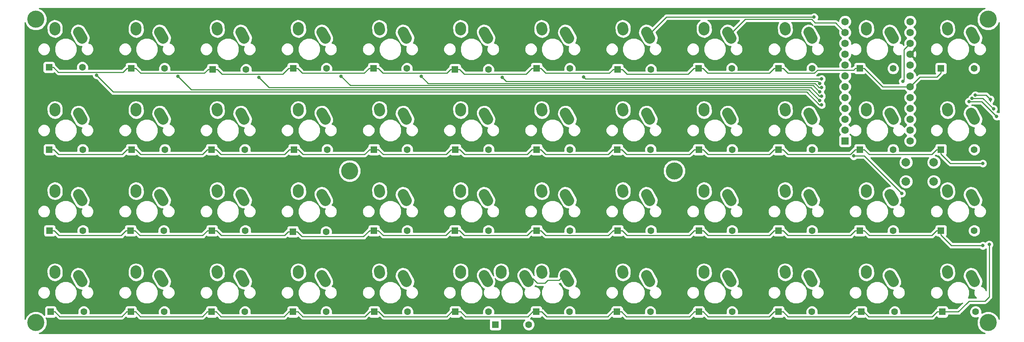
<source format=gbl>
G04 #@! TF.GenerationSoftware,KiCad,Pcbnew,(5.0.2-5-10.14)*
G04 #@! TF.CreationDate,2019-03-11T15:43:47+02:00*
G04 #@! TF.ProjectId,1_proto,315f7072-6f74-46f2-9e6b-696361645f70,rev?*
G04 #@! TF.SameCoordinates,Original*
G04 #@! TF.FileFunction,Copper,L2,Bot*
G04 #@! TF.FilePolarity,Positive*
%FSLAX46Y46*%
G04 Gerber Fmt 4.6, Leading zero omitted, Abs format (unit mm)*
G04 Created by KiCad (PCBNEW (5.0.2-5-10.14)) date Monday, March 11, 2019 at 03:43:47 PM*
%MOMM*%
%LPD*%
G01*
G04 APERTURE LIST*
G04 #@! TA.AperFunction,ComponentPad*
%ADD10C,2.500000*%
G04 #@! TD*
G04 #@! TA.AperFunction,Conductor*
%ADD11C,2.500000*%
G04 #@! TD*
G04 #@! TA.AperFunction,ComponentPad*
%ADD12C,2.000000*%
G04 #@! TD*
G04 #@! TA.AperFunction,ComponentPad*
%ADD13R,1.752600X1.752600*%
G04 #@! TD*
G04 #@! TA.AperFunction,ComponentPad*
%ADD14C,1.752600*%
G04 #@! TD*
G04 #@! TA.AperFunction,ComponentPad*
%ADD15C,1.600000*%
G04 #@! TD*
G04 #@! TA.AperFunction,ComponentPad*
%ADD16R,1.600000X1.600000*%
G04 #@! TD*
G04 #@! TA.AperFunction,ComponentPad*
%ADD17C,4.000000*%
G04 #@! TD*
G04 #@! TA.AperFunction,ViaPad*
%ADD18C,0.800000*%
G04 #@! TD*
G04 #@! TA.AperFunction,Conductor*
%ADD19C,0.250000*%
G04 #@! TD*
G04 #@! TA.AperFunction,Conductor*
%ADD20C,0.254000*%
G04 #@! TD*
G04 APERTURE END LIST*
D10*
G04 #@! TO.P,K28,2*
G04 #@! TO.N,Net-(D28-Pad2)*
X135480000Y-133710000D03*
D11*
G04 #@! TD*
G04 #@! TO.N,Net-(D28-Pad2)*
G04 #@! TO.C,K28*
X135499724Y-133999328D02*
X135460276Y-133420672D01*
D10*
G04 #@! TO.P,K28,1*
G04 #@! TO.N,col6*
X141405000Y-135230000D03*
D11*
G04 #@! TD*
G04 #@! TO.N,col6*
G04 #@! TO.C,K28*
X141810453Y-135959954D02*
X140999547Y-134500046D01*
D10*
G04 #@! TO.P,K24,1*
G04 #@! TO.N,col5*
X160405000Y-135230000D03*
D11*
G04 #@! TD*
G04 #@! TO.N,col5*
G04 #@! TO.C,K24*
X160810453Y-135959954D02*
X159999547Y-134500046D01*
D10*
G04 #@! TO.P,K24,2*
G04 #@! TO.N,Net-(D24-Pad2)*
X154480000Y-133710000D03*
D11*
G04 #@! TD*
G04 #@! TO.N,Net-(D24-Pad2)*
G04 #@! TO.C,K24*
X154499724Y-133999328D02*
X154460276Y-133420672D01*
D10*
G04 #@! TO.P,K24-A1,2*
G04 #@! TO.N,Net-(D24-A1-Pad2)*
X144980000Y-133710000D03*
D11*
G04 #@! TD*
G04 #@! TO.N,Net-(D24-A1-Pad2)*
G04 #@! TO.C,K24-A1*
X144999724Y-133999328D02*
X144960276Y-133420672D01*
D10*
G04 #@! TO.P,K24-A1,1*
G04 #@! TO.N,col5*
X150905000Y-135230000D03*
D11*
G04 #@! TD*
G04 #@! TO.N,col5*
G04 #@! TO.C,K24-A1*
X151310453Y-135959954D02*
X150499547Y-134500046D01*
D12*
G04 #@! TO.P,SW1,1*
G04 #@! TO.N,Net-(SW1-Pad1)*
X246250000Y-108000000D03*
G04 #@! TO.P,SW1,2*
G04 #@! TO.N,+5V*
X246250000Y-112500000D03*
G04 #@! TO.P,SW1,1*
G04 #@! TO.N,Net-(SW1-Pad1)*
X239750000Y-108000000D03*
G04 #@! TO.P,SW1,2*
G04 #@! TO.N,+5V*
X239750000Y-112500000D03*
G04 #@! TD*
D10*
G04 #@! TO.P,K10,1*
G04 #@! TO.N,col2*
X217405000Y-97230000D03*
D11*
G04 #@! TD*
G04 #@! TO.N,col2*
G04 #@! TO.C,K10*
X217810453Y-97959954D02*
X216999547Y-96500046D01*
D10*
G04 #@! TO.P,K10,2*
G04 #@! TO.N,Net-(D10-Pad2)*
X211480000Y-95710000D03*
D11*
G04 #@! TD*
G04 #@! TO.N,Net-(D10-Pad2)*
G04 #@! TO.C,K10*
X211499724Y-95999328D02*
X211460276Y-95420672D01*
D10*
G04 #@! TO.P,K11,1*
G04 #@! TO.N,col2*
X217405000Y-116230000D03*
D11*
G04 #@! TD*
G04 #@! TO.N,col2*
G04 #@! TO.C,K11*
X217810453Y-116959954D02*
X216999547Y-115500046D01*
D10*
G04 #@! TO.P,K11,2*
G04 #@! TO.N,Net-(D11-Pad2)*
X211480000Y-114710000D03*
D11*
G04 #@! TD*
G04 #@! TO.N,Net-(D11-Pad2)*
G04 #@! TO.C,K11*
X211499724Y-114999328D02*
X211460276Y-114420672D01*
D10*
G04 #@! TO.P,K12,1*
G04 #@! TO.N,col2*
X217405000Y-135230000D03*
D11*
G04 #@! TD*
G04 #@! TO.N,col2*
G04 #@! TO.C,K12*
X217810453Y-135959954D02*
X216999547Y-134500046D01*
D10*
G04 #@! TO.P,K12,2*
G04 #@! TO.N,Net-(D12-Pad2)*
X211480000Y-133710000D03*
D11*
G04 #@! TD*
G04 #@! TO.N,Net-(D12-Pad2)*
G04 #@! TO.C,K12*
X211499724Y-133999328D02*
X211460276Y-133420672D01*
D10*
G04 #@! TO.P,K13,1*
G04 #@! TO.N,col3*
X198405000Y-78230000D03*
D11*
G04 #@! TD*
G04 #@! TO.N,col3*
G04 #@! TO.C,K13*
X198810453Y-78959954D02*
X197999547Y-77500046D01*
D10*
G04 #@! TO.P,K13,2*
G04 #@! TO.N,Net-(D13-Pad2)*
X192480000Y-76710000D03*
D11*
G04 #@! TD*
G04 #@! TO.N,Net-(D13-Pad2)*
G04 #@! TO.C,K13*
X192499724Y-76999328D02*
X192460276Y-76420672D01*
D10*
G04 #@! TO.P,K14,1*
G04 #@! TO.N,col3*
X198405000Y-97230000D03*
D11*
G04 #@! TD*
G04 #@! TO.N,col3*
G04 #@! TO.C,K14*
X198810453Y-97959954D02*
X197999547Y-96500046D01*
D10*
G04 #@! TO.P,K14,2*
G04 #@! TO.N,Net-(D14-Pad2)*
X192480000Y-95710000D03*
D11*
G04 #@! TD*
G04 #@! TO.N,Net-(D14-Pad2)*
G04 #@! TO.C,K14*
X192499724Y-95999328D02*
X192460276Y-95420672D01*
D10*
G04 #@! TO.P,K15,1*
G04 #@! TO.N,col3*
X198405000Y-116230000D03*
D11*
G04 #@! TD*
G04 #@! TO.N,col3*
G04 #@! TO.C,K15*
X198810453Y-116959954D02*
X197999547Y-115500046D01*
D10*
G04 #@! TO.P,K15,2*
G04 #@! TO.N,Net-(D15-Pad2)*
X192480000Y-114710000D03*
D11*
G04 #@! TD*
G04 #@! TO.N,Net-(D15-Pad2)*
G04 #@! TO.C,K15*
X192499724Y-114999328D02*
X192460276Y-114420672D01*
D10*
G04 #@! TO.P,K16,1*
G04 #@! TO.N,col3*
X198405000Y-135230000D03*
D11*
G04 #@! TD*
G04 #@! TO.N,col3*
G04 #@! TO.C,K16*
X198810453Y-135959954D02*
X197999547Y-134500046D01*
D10*
G04 #@! TO.P,K16,2*
G04 #@! TO.N,Net-(D16-Pad2)*
X192480000Y-133710000D03*
D11*
G04 #@! TD*
G04 #@! TO.N,Net-(D16-Pad2)*
G04 #@! TO.C,K16*
X192499724Y-133999328D02*
X192460276Y-133420672D01*
D10*
G04 #@! TO.P,K17,1*
G04 #@! TO.N,col4*
X179405000Y-78230000D03*
D11*
G04 #@! TD*
G04 #@! TO.N,col4*
G04 #@! TO.C,K17*
X179810453Y-78959954D02*
X178999547Y-77500046D01*
D10*
G04 #@! TO.P,K17,2*
G04 #@! TO.N,Net-(D17-Pad2)*
X173480000Y-76710000D03*
D11*
G04 #@! TD*
G04 #@! TO.N,Net-(D17-Pad2)*
G04 #@! TO.C,K17*
X173499724Y-76999328D02*
X173460276Y-76420672D01*
D10*
G04 #@! TO.P,K18,1*
G04 #@! TO.N,col4*
X179405000Y-97230000D03*
D11*
G04 #@! TD*
G04 #@! TO.N,col4*
G04 #@! TO.C,K18*
X179810453Y-97959954D02*
X178999547Y-96500046D01*
D10*
G04 #@! TO.P,K18,2*
G04 #@! TO.N,Net-(D18-Pad2)*
X173480000Y-95710000D03*
D11*
G04 #@! TD*
G04 #@! TO.N,Net-(D18-Pad2)*
G04 #@! TO.C,K18*
X173499724Y-95999328D02*
X173460276Y-95420672D01*
D10*
G04 #@! TO.P,K19,1*
G04 #@! TO.N,col4*
X179405000Y-116230000D03*
D11*
G04 #@! TD*
G04 #@! TO.N,col4*
G04 #@! TO.C,K19*
X179810453Y-116959954D02*
X178999547Y-115500046D01*
D10*
G04 #@! TO.P,K19,2*
G04 #@! TO.N,Net-(D19-Pad2)*
X173480000Y-114710000D03*
D11*
G04 #@! TD*
G04 #@! TO.N,Net-(D19-Pad2)*
G04 #@! TO.C,K19*
X173499724Y-114999328D02*
X173460276Y-114420672D01*
D10*
G04 #@! TO.P,K20,1*
G04 #@! TO.N,col4*
X179405000Y-135230000D03*
D11*
G04 #@! TD*
G04 #@! TO.N,col4*
G04 #@! TO.C,K20*
X179810453Y-135959954D02*
X178999547Y-134500046D01*
D10*
G04 #@! TO.P,K20,2*
G04 #@! TO.N,Net-(D20-Pad2)*
X173480000Y-133710000D03*
D11*
G04 #@! TD*
G04 #@! TO.N,Net-(D20-Pad2)*
G04 #@! TO.C,K20*
X173499724Y-133999328D02*
X173460276Y-133420672D01*
D10*
G04 #@! TO.P,K21,1*
G04 #@! TO.N,col5*
X160405000Y-78230000D03*
D11*
G04 #@! TD*
G04 #@! TO.N,col5*
G04 #@! TO.C,K21*
X160810453Y-78959954D02*
X159999547Y-77500046D01*
D10*
G04 #@! TO.P,K21,2*
G04 #@! TO.N,Net-(D21-Pad2)*
X154480000Y-76710000D03*
D11*
G04 #@! TD*
G04 #@! TO.N,Net-(D21-Pad2)*
G04 #@! TO.C,K21*
X154499724Y-76999328D02*
X154460276Y-76420672D01*
D10*
G04 #@! TO.P,K22,1*
G04 #@! TO.N,col5*
X160405000Y-97230000D03*
D11*
G04 #@! TD*
G04 #@! TO.N,col5*
G04 #@! TO.C,K22*
X160810453Y-97959954D02*
X159999547Y-96500046D01*
D10*
G04 #@! TO.P,K22,2*
G04 #@! TO.N,Net-(D22-Pad2)*
X154480000Y-95710000D03*
D11*
G04 #@! TD*
G04 #@! TO.N,Net-(D22-Pad2)*
G04 #@! TO.C,K22*
X154499724Y-95999328D02*
X154460276Y-95420672D01*
D10*
G04 #@! TO.P,K23,1*
G04 #@! TO.N,col5*
X160405000Y-116230000D03*
D11*
G04 #@! TD*
G04 #@! TO.N,col5*
G04 #@! TO.C,K23*
X160810453Y-116959954D02*
X159999547Y-115500046D01*
D10*
G04 #@! TO.P,K23,2*
G04 #@! TO.N,Net-(D23-Pad2)*
X154480000Y-114710000D03*
D11*
G04 #@! TD*
G04 #@! TO.N,Net-(D23-Pad2)*
G04 #@! TO.C,K23*
X154499724Y-114999328D02*
X154460276Y-114420672D01*
D10*
G04 #@! TO.P,K25,2*
G04 #@! TO.N,Net-(D25-Pad2)*
X135480000Y-76710000D03*
D11*
G04 #@! TD*
G04 #@! TO.N,Net-(D25-Pad2)*
G04 #@! TO.C,K25*
X135499724Y-76999328D02*
X135460276Y-76420672D01*
D10*
G04 #@! TO.P,K25,1*
G04 #@! TO.N,col6*
X141405000Y-78230000D03*
D11*
G04 #@! TD*
G04 #@! TO.N,col6*
G04 #@! TO.C,K25*
X141810453Y-78959954D02*
X140999547Y-77500046D01*
D10*
G04 #@! TO.P,K26,2*
G04 #@! TO.N,Net-(D26-Pad2)*
X135480000Y-95710000D03*
D11*
G04 #@! TD*
G04 #@! TO.N,Net-(D26-Pad2)*
G04 #@! TO.C,K26*
X135499724Y-95999328D02*
X135460276Y-95420672D01*
D10*
G04 #@! TO.P,K26,1*
G04 #@! TO.N,col6*
X141405000Y-97230000D03*
D11*
G04 #@! TD*
G04 #@! TO.N,col6*
G04 #@! TO.C,K26*
X141810453Y-97959954D02*
X140999547Y-96500046D01*
D10*
G04 #@! TO.P,K27,2*
G04 #@! TO.N,Net-(D27-Pad2)*
X135480000Y-114710000D03*
D11*
G04 #@! TD*
G04 #@! TO.N,Net-(D27-Pad2)*
G04 #@! TO.C,K27*
X135499724Y-114999328D02*
X135460276Y-114420672D01*
D10*
G04 #@! TO.P,K27,1*
G04 #@! TO.N,col6*
X141405000Y-116230000D03*
D11*
G04 #@! TD*
G04 #@! TO.N,col6*
G04 #@! TO.C,K27*
X141810453Y-116959954D02*
X140999547Y-115500046D01*
D10*
G04 #@! TO.P,K29,2*
G04 #@! TO.N,Net-(D29-Pad2)*
X116480000Y-76710000D03*
D11*
G04 #@! TD*
G04 #@! TO.N,Net-(D29-Pad2)*
G04 #@! TO.C,K29*
X116499724Y-76999328D02*
X116460276Y-76420672D01*
D10*
G04 #@! TO.P,K29,1*
G04 #@! TO.N,col7*
X122405000Y-78230000D03*
D11*
G04 #@! TD*
G04 #@! TO.N,col7*
G04 #@! TO.C,K29*
X122810453Y-78959954D02*
X121999547Y-77500046D01*
D10*
G04 #@! TO.P,K30,2*
G04 #@! TO.N,Net-(D30-Pad2)*
X116480000Y-95710000D03*
D11*
G04 #@! TD*
G04 #@! TO.N,Net-(D30-Pad2)*
G04 #@! TO.C,K30*
X116499724Y-95999328D02*
X116460276Y-95420672D01*
D10*
G04 #@! TO.P,K30,1*
G04 #@! TO.N,col7*
X122405000Y-97230000D03*
D11*
G04 #@! TD*
G04 #@! TO.N,col7*
G04 #@! TO.C,K30*
X122810453Y-97959954D02*
X121999547Y-96500046D01*
D10*
G04 #@! TO.P,K31,2*
G04 #@! TO.N,Net-(D31-Pad2)*
X116480000Y-114710000D03*
D11*
G04 #@! TD*
G04 #@! TO.N,Net-(D31-Pad2)*
G04 #@! TO.C,K31*
X116499724Y-114999328D02*
X116460276Y-114420672D01*
D10*
G04 #@! TO.P,K31,1*
G04 #@! TO.N,col7*
X122405000Y-116230000D03*
D11*
G04 #@! TD*
G04 #@! TO.N,col7*
G04 #@! TO.C,K31*
X122810453Y-116959954D02*
X121999547Y-115500046D01*
D10*
G04 #@! TO.P,K32,2*
G04 #@! TO.N,Net-(D32-Pad2)*
X116480000Y-133710000D03*
D11*
G04 #@! TD*
G04 #@! TO.N,Net-(D32-Pad2)*
G04 #@! TO.C,K32*
X116499724Y-133999328D02*
X116460276Y-133420672D01*
D10*
G04 #@! TO.P,K32,1*
G04 #@! TO.N,col7*
X122405000Y-135230000D03*
D11*
G04 #@! TD*
G04 #@! TO.N,col7*
G04 #@! TO.C,K32*
X122810453Y-135959954D02*
X121999547Y-134500046D01*
D10*
G04 #@! TO.P,K33,2*
G04 #@! TO.N,Net-(D33-Pad2)*
X97480000Y-76710000D03*
D11*
G04 #@! TD*
G04 #@! TO.N,Net-(D33-Pad2)*
G04 #@! TO.C,K33*
X97499724Y-76999328D02*
X97460276Y-76420672D01*
D10*
G04 #@! TO.P,K33,1*
G04 #@! TO.N,col8*
X103405000Y-78230000D03*
D11*
G04 #@! TD*
G04 #@! TO.N,col8*
G04 #@! TO.C,K33*
X103810453Y-78959954D02*
X102999547Y-77500046D01*
D10*
G04 #@! TO.P,K34,2*
G04 #@! TO.N,Net-(D34-Pad2)*
X97480000Y-95710000D03*
D11*
G04 #@! TD*
G04 #@! TO.N,Net-(D34-Pad2)*
G04 #@! TO.C,K34*
X97499724Y-95999328D02*
X97460276Y-95420672D01*
D10*
G04 #@! TO.P,K34,1*
G04 #@! TO.N,col8*
X103405000Y-97230000D03*
D11*
G04 #@! TD*
G04 #@! TO.N,col8*
G04 #@! TO.C,K34*
X103810453Y-97959954D02*
X102999547Y-96500046D01*
D10*
G04 #@! TO.P,K35,2*
G04 #@! TO.N,Net-(D35-Pad2)*
X97480000Y-114710000D03*
D11*
G04 #@! TD*
G04 #@! TO.N,Net-(D35-Pad2)*
G04 #@! TO.C,K35*
X97499724Y-114999328D02*
X97460276Y-114420672D01*
D10*
G04 #@! TO.P,K35,1*
G04 #@! TO.N,col8*
X103405000Y-116230000D03*
D11*
G04 #@! TD*
G04 #@! TO.N,col8*
G04 #@! TO.C,K35*
X103810453Y-116959954D02*
X102999547Y-115500046D01*
D10*
G04 #@! TO.P,K36,2*
G04 #@! TO.N,Net-(D36-Pad2)*
X97480000Y-133710000D03*
D11*
G04 #@! TD*
G04 #@! TO.N,Net-(D36-Pad2)*
G04 #@! TO.C,K36*
X97499724Y-133999328D02*
X97460276Y-133420672D01*
D10*
G04 #@! TO.P,K36,1*
G04 #@! TO.N,col8*
X103405000Y-135230000D03*
D11*
G04 #@! TD*
G04 #@! TO.N,col8*
G04 #@! TO.C,K36*
X103810453Y-135959954D02*
X102999547Y-134500046D01*
D10*
G04 #@! TO.P,K37,2*
G04 #@! TO.N,Net-(D37-Pad2)*
X78480000Y-76710000D03*
D11*
G04 #@! TD*
G04 #@! TO.N,Net-(D37-Pad2)*
G04 #@! TO.C,K37*
X78499724Y-76999328D02*
X78460276Y-76420672D01*
D10*
G04 #@! TO.P,K37,1*
G04 #@! TO.N,col9*
X84405000Y-78230000D03*
D11*
G04 #@! TD*
G04 #@! TO.N,col9*
G04 #@! TO.C,K37*
X84810453Y-78959954D02*
X83999547Y-77500046D01*
D10*
G04 #@! TO.P,K38,2*
G04 #@! TO.N,Net-(D38-Pad2)*
X78480000Y-95710000D03*
D11*
G04 #@! TD*
G04 #@! TO.N,Net-(D38-Pad2)*
G04 #@! TO.C,K38*
X78499724Y-95999328D02*
X78460276Y-95420672D01*
D10*
G04 #@! TO.P,K38,1*
G04 #@! TO.N,col9*
X84405000Y-97230000D03*
D11*
G04 #@! TD*
G04 #@! TO.N,col9*
G04 #@! TO.C,K38*
X84810453Y-97959954D02*
X83999547Y-96500046D01*
D10*
G04 #@! TO.P,K39,2*
G04 #@! TO.N,Net-(D39-Pad2)*
X78480000Y-114710000D03*
D11*
G04 #@! TD*
G04 #@! TO.N,Net-(D39-Pad2)*
G04 #@! TO.C,K39*
X78499724Y-114999328D02*
X78460276Y-114420672D01*
D10*
G04 #@! TO.P,K39,1*
G04 #@! TO.N,col9*
X84405000Y-116230000D03*
D11*
G04 #@! TD*
G04 #@! TO.N,col9*
G04 #@! TO.C,K39*
X84810453Y-116959954D02*
X83999547Y-115500046D01*
D10*
G04 #@! TO.P,K40,2*
G04 #@! TO.N,Net-(D40-Pad2)*
X78480000Y-133710000D03*
D11*
G04 #@! TD*
G04 #@! TO.N,Net-(D40-Pad2)*
G04 #@! TO.C,K40*
X78499724Y-133999328D02*
X78460276Y-133420672D01*
D10*
G04 #@! TO.P,K40,1*
G04 #@! TO.N,col9*
X84405000Y-135230000D03*
D11*
G04 #@! TD*
G04 #@! TO.N,col9*
G04 #@! TO.C,K40*
X84810453Y-135959954D02*
X83999547Y-134500046D01*
D10*
G04 #@! TO.P,K41,2*
G04 #@! TO.N,Net-(D41-Pad2)*
X59480000Y-76710000D03*
D11*
G04 #@! TD*
G04 #@! TO.N,Net-(D41-Pad2)*
G04 #@! TO.C,K41*
X59499724Y-76999328D02*
X59460276Y-76420672D01*
D10*
G04 #@! TO.P,K41,1*
G04 #@! TO.N,col10*
X65405000Y-78230000D03*
D11*
G04 #@! TD*
G04 #@! TO.N,col10*
G04 #@! TO.C,K41*
X65810453Y-78959954D02*
X64999547Y-77500046D01*
D10*
G04 #@! TO.P,K42,2*
G04 #@! TO.N,Net-(D42-Pad2)*
X59480000Y-95710000D03*
D11*
G04 #@! TD*
G04 #@! TO.N,Net-(D42-Pad2)*
G04 #@! TO.C,K42*
X59499724Y-95999328D02*
X59460276Y-95420672D01*
D10*
G04 #@! TO.P,K42,1*
G04 #@! TO.N,col10*
X65405000Y-97230000D03*
D11*
G04 #@! TD*
G04 #@! TO.N,col10*
G04 #@! TO.C,K42*
X65810453Y-97959954D02*
X64999547Y-96500046D01*
D10*
G04 #@! TO.P,K43,2*
G04 #@! TO.N,Net-(D43-Pad2)*
X59480000Y-114710000D03*
D11*
G04 #@! TD*
G04 #@! TO.N,Net-(D43-Pad2)*
G04 #@! TO.C,K43*
X59499724Y-114999328D02*
X59460276Y-114420672D01*
D10*
G04 #@! TO.P,K43,1*
G04 #@! TO.N,col10*
X65405000Y-116230000D03*
D11*
G04 #@! TD*
G04 #@! TO.N,col10*
G04 #@! TO.C,K43*
X65810453Y-116959954D02*
X64999547Y-115500046D01*
D10*
G04 #@! TO.P,K44,2*
G04 #@! TO.N,Net-(D44-Pad2)*
X59480000Y-133710000D03*
D11*
G04 #@! TD*
G04 #@! TO.N,Net-(D44-Pad2)*
G04 #@! TO.C,K44*
X59499724Y-133999328D02*
X59460276Y-133420672D01*
D10*
G04 #@! TO.P,K44,1*
G04 #@! TO.N,col10*
X65405000Y-135230000D03*
D11*
G04 #@! TD*
G04 #@! TO.N,col10*
G04 #@! TO.C,K44*
X65810453Y-135959954D02*
X64999547Y-134500046D01*
D10*
G04 #@! TO.P,K45,2*
G04 #@! TO.N,Net-(D45-Pad2)*
X40480000Y-76710000D03*
D11*
G04 #@! TD*
G04 #@! TO.N,Net-(D45-Pad2)*
G04 #@! TO.C,K45*
X40499724Y-76999328D02*
X40460276Y-76420672D01*
D10*
G04 #@! TO.P,K45,1*
G04 #@! TO.N,col11*
X46405000Y-78230000D03*
D11*
G04 #@! TD*
G04 #@! TO.N,col11*
G04 #@! TO.C,K45*
X46810453Y-78959954D02*
X45999547Y-77500046D01*
D10*
G04 #@! TO.P,K46,2*
G04 #@! TO.N,Net-(D46-Pad2)*
X40480000Y-95710000D03*
D11*
G04 #@! TD*
G04 #@! TO.N,Net-(D46-Pad2)*
G04 #@! TO.C,K46*
X40499724Y-95999328D02*
X40460276Y-95420672D01*
D10*
G04 #@! TO.P,K46,1*
G04 #@! TO.N,col11*
X46405000Y-97230000D03*
D11*
G04 #@! TD*
G04 #@! TO.N,col11*
G04 #@! TO.C,K46*
X46810453Y-97959954D02*
X45999547Y-96500046D01*
D10*
G04 #@! TO.P,K47,2*
G04 #@! TO.N,Net-(D47-Pad2)*
X40480000Y-114710000D03*
D11*
G04 #@! TD*
G04 #@! TO.N,Net-(D47-Pad2)*
G04 #@! TO.C,K47*
X40499724Y-114999328D02*
X40460276Y-114420672D01*
D10*
G04 #@! TO.P,K47,1*
G04 #@! TO.N,col11*
X46405000Y-116230000D03*
D11*
G04 #@! TD*
G04 #@! TO.N,col11*
G04 #@! TO.C,K47*
X46810453Y-116959954D02*
X45999547Y-115500046D01*
D10*
G04 #@! TO.P,K48,2*
G04 #@! TO.N,Net-(D48-Pad2)*
X40480000Y-133710000D03*
D11*
G04 #@! TD*
G04 #@! TO.N,Net-(D48-Pad2)*
G04 #@! TO.C,K48*
X40499724Y-133999328D02*
X40460276Y-133420672D01*
D10*
G04 #@! TO.P,K48,1*
G04 #@! TO.N,col11*
X46405000Y-135230000D03*
D11*
G04 #@! TD*
G04 #@! TO.N,col11*
G04 #@! TO.C,K48*
X46810453Y-135959954D02*
X45999547Y-134500046D01*
D13*
G04 #@! TO.P,U1,1*
G04 #@! TO.N,col11*
X225500000Y-102970000D03*
D14*
G04 #@! TO.P,U1,2*
G04 #@! TO.N,col10*
X225500000Y-100430000D03*
G04 #@! TO.P,U1,3*
G04 #@! TO.N,+5V*
X225500000Y-97890000D03*
G04 #@! TO.P,U1,4*
X225500000Y-95350000D03*
G04 #@! TO.P,U1,5*
G04 #@! TO.N,col9*
X225500000Y-92810000D03*
G04 #@! TO.P,U1,6*
G04 #@! TO.N,col8*
X225500000Y-90270000D03*
G04 #@! TO.P,U1,7*
G04 #@! TO.N,col7*
X225500000Y-87730000D03*
G04 #@! TO.P,U1,8*
G04 #@! TO.N,col6*
X225500000Y-85190000D03*
G04 #@! TO.P,U1,9*
G04 #@! TO.N,col5*
X225500000Y-82650000D03*
G04 #@! TO.P,U1,10*
G04 #@! TO.N,col4*
X225500000Y-80110000D03*
G04 #@! TO.P,U1,11*
G04 #@! TO.N,col3*
X225500000Y-77570000D03*
G04 #@! TO.P,U1,12*
G04 #@! TO.N,col2*
X225500000Y-75030000D03*
G04 #@! TO.P,U1,24*
G04 #@! TO.N,Net-(U1-Pad24)*
X240740000Y-75030000D03*
G04 #@! TO.P,U1,23*
G04 #@! TO.N,+5V*
X240740000Y-77570000D03*
G04 #@! TO.P,U1,22*
G04 #@! TO.N,Net-(SW1-Pad1)*
X240740000Y-80110000D03*
G04 #@! TO.P,U1,21*
G04 #@! TO.N,VCC*
X240740000Y-82650000D03*
G04 #@! TO.P,U1,20*
G04 #@! TO.N,col0*
X240740000Y-85190000D03*
G04 #@! TO.P,U1,19*
G04 #@! TO.N,col1*
X240740000Y-87730000D03*
G04 #@! TO.P,U1,18*
G04 #@! TO.N,row0*
X240740000Y-90270000D03*
G04 #@! TO.P,U1,17*
G04 #@! TO.N,Net-(U1-Pad17)*
X240740000Y-92810000D03*
G04 #@! TO.P,U1,16*
G04 #@! TO.N,Net-(U1-Pad16)*
X240740000Y-95350000D03*
G04 #@! TO.P,U1,15*
G04 #@! TO.N,row1*
X240740000Y-97890000D03*
G04 #@! TO.P,U1,14*
G04 #@! TO.N,row2*
X240740000Y-100430000D03*
G04 #@! TO.P,U1,13*
G04 #@! TO.N,row3*
X240740000Y-102970000D03*
G04 #@! TD*
D15*
G04 #@! TO.P,D3,2*
G04 #@! TO.N,Net-(D3-Pad2)*
X255750000Y-124000000D03*
D16*
G04 #@! TO.P,D3,1*
G04 #@! TO.N,row2*
X247950000Y-124000000D03*
G04 #@! TD*
D15*
G04 #@! TO.P,D6,2*
G04 #@! TO.N,Net-(D6-Pad2)*
X236750000Y-105000000D03*
D16*
G04 #@! TO.P,D6,1*
G04 #@! TO.N,row1*
X228950000Y-105000000D03*
G04 #@! TD*
D15*
G04 #@! TO.P,D5,2*
G04 #@! TO.N,Net-(D5-Pad2)*
X236750000Y-86000000D03*
D16*
G04 #@! TO.P,D5,1*
G04 #@! TO.N,row0*
X228950000Y-86000000D03*
G04 #@! TD*
D15*
G04 #@! TO.P,D2,2*
G04 #@! TO.N,Net-(D2-Pad2)*
X255750000Y-105000000D03*
D16*
G04 #@! TO.P,D2,1*
G04 #@! TO.N,row1*
X247950000Y-105000000D03*
G04 #@! TD*
D15*
G04 #@! TO.P,D1,2*
G04 #@! TO.N,Net-(D1-Pad2)*
X255750000Y-86000000D03*
D16*
G04 #@! TO.P,D1,1*
G04 #@! TO.N,row0*
X247950000Y-86000000D03*
G04 #@! TD*
D15*
G04 #@! TO.P,D8,2*
G04 #@! TO.N,Net-(D8-Pad2)*
X237100000Y-143000000D03*
D16*
G04 #@! TO.P,D8,1*
G04 #@! TO.N,row3*
X229300000Y-143000000D03*
G04 #@! TD*
D15*
G04 #@! TO.P,D9,2*
G04 #@! TO.N,Net-(D9-Pad2)*
X217750000Y-86000000D03*
D16*
G04 #@! TO.P,D9,1*
G04 #@! TO.N,row0*
X209950000Y-86000000D03*
G04 #@! TD*
D15*
G04 #@! TO.P,D10,2*
G04 #@! TO.N,Net-(D10-Pad2)*
X217750000Y-105000000D03*
D16*
G04 #@! TO.P,D10,1*
G04 #@! TO.N,row1*
X209950000Y-105000000D03*
G04 #@! TD*
D15*
G04 #@! TO.P,D11,2*
G04 #@! TO.N,Net-(D11-Pad2)*
X217750000Y-124000000D03*
D16*
G04 #@! TO.P,D11,1*
G04 #@! TO.N,row2*
X209950000Y-124000000D03*
G04 #@! TD*
D15*
G04 #@! TO.P,D12,2*
G04 #@! TO.N,Net-(D12-Pad2)*
X217725000Y-143000000D03*
D16*
G04 #@! TO.P,D12,1*
G04 #@! TO.N,row3*
X209925000Y-143000000D03*
G04 #@! TD*
D15*
G04 #@! TO.P,D13,2*
G04 #@! TO.N,Net-(D13-Pad2)*
X198975000Y-86000000D03*
D16*
G04 #@! TO.P,D13,1*
G04 #@! TO.N,row0*
X191175000Y-86000000D03*
G04 #@! TD*
D15*
G04 #@! TO.P,D14,2*
G04 #@! TO.N,Net-(D14-Pad2)*
X199050000Y-105000000D03*
D16*
G04 #@! TO.P,D14,1*
G04 #@! TO.N,row1*
X191250000Y-105000000D03*
G04 #@! TD*
D15*
G04 #@! TO.P,D15,2*
G04 #@! TO.N,Net-(D15-Pad2)*
X199050000Y-124000000D03*
D16*
G04 #@! TO.P,D15,1*
G04 #@! TO.N,row2*
X191250000Y-124000000D03*
G04 #@! TD*
D15*
G04 #@! TO.P,D16,2*
G04 #@! TO.N,Net-(D16-Pad2)*
X199050000Y-143000000D03*
D16*
G04 #@! TO.P,D16,1*
G04 #@! TO.N,row3*
X191250000Y-143000000D03*
G04 #@! TD*
D15*
G04 #@! TO.P,D17,2*
G04 #@! TO.N,Net-(D17-Pad2)*
X180050000Y-86250000D03*
D16*
G04 #@! TO.P,D17,1*
G04 #@! TO.N,row0*
X172250000Y-86250000D03*
G04 #@! TD*
D15*
G04 #@! TO.P,D18,2*
G04 #@! TO.N,Net-(D18-Pad2)*
X179975000Y-105000000D03*
D16*
G04 #@! TO.P,D18,1*
G04 #@! TO.N,row1*
X172175000Y-105000000D03*
G04 #@! TD*
D15*
G04 #@! TO.P,D19,2*
G04 #@! TO.N,Net-(D19-Pad2)*
X180050000Y-124000000D03*
D16*
G04 #@! TO.P,D19,1*
G04 #@! TO.N,row2*
X172250000Y-124000000D03*
G04 #@! TD*
D15*
G04 #@! TO.P,D20,2*
G04 #@! TO.N,Net-(D20-Pad2)*
X179900000Y-143000000D03*
D16*
G04 #@! TO.P,D20,1*
G04 #@! TO.N,row3*
X172100000Y-143000000D03*
G04 #@! TD*
D15*
G04 #@! TO.P,D21,2*
G04 #@! TO.N,Net-(D21-Pad2)*
X161050000Y-86000000D03*
D16*
G04 #@! TO.P,D21,1*
G04 #@! TO.N,row0*
X153250000Y-86000000D03*
G04 #@! TD*
D15*
G04 #@! TO.P,D22,2*
G04 #@! TO.N,Net-(D22-Pad2)*
X161050000Y-105000000D03*
D16*
G04 #@! TO.P,D22,1*
G04 #@! TO.N,row1*
X153250000Y-105000000D03*
G04 #@! TD*
D15*
G04 #@! TO.P,D23,2*
G04 #@! TO.N,Net-(D23-Pad2)*
X161050000Y-124000000D03*
D16*
G04 #@! TO.P,D23,1*
G04 #@! TO.N,row2*
X153250000Y-124000000D03*
G04 #@! TD*
G04 #@! TO.P,D24,1*
G04 #@! TO.N,row3*
X153200000Y-143000000D03*
D15*
G04 #@! TO.P,D24,2*
G04 #@! TO.N,Net-(D24-Pad2)*
X161000000Y-143000000D03*
G04 #@! TD*
D16*
G04 #@! TO.P,D25,1*
G04 #@! TO.N,row0*
X134175000Y-86250000D03*
D15*
G04 #@! TO.P,D25,2*
G04 #@! TO.N,Net-(D25-Pad2)*
X141975000Y-86250000D03*
G04 #@! TD*
D16*
G04 #@! TO.P,D26,1*
G04 #@! TO.N,row1*
X134250000Y-105000000D03*
D15*
G04 #@! TO.P,D26,2*
G04 #@! TO.N,Net-(D26-Pad2)*
X142050000Y-105000000D03*
G04 #@! TD*
D16*
G04 #@! TO.P,D27,1*
G04 #@! TO.N,row2*
X134175000Y-124000000D03*
D15*
G04 #@! TO.P,D27,2*
G04 #@! TO.N,Net-(D27-Pad2)*
X141975000Y-124000000D03*
G04 #@! TD*
D16*
G04 #@! TO.P,D28,1*
G04 #@! TO.N,row3*
X134200000Y-143000000D03*
D15*
G04 #@! TO.P,D28,2*
G04 #@! TO.N,Net-(D28-Pad2)*
X142000000Y-143000000D03*
G04 #@! TD*
D16*
G04 #@! TO.P,D29,1*
G04 #@! TO.N,row0*
X115100000Y-86000000D03*
D15*
G04 #@! TO.P,D29,2*
G04 #@! TO.N,Net-(D29-Pad2)*
X122900000Y-86000000D03*
G04 #@! TD*
D16*
G04 #@! TO.P,D30,1*
G04 #@! TO.N,row1*
X115175000Y-105000000D03*
D15*
G04 #@! TO.P,D30,2*
G04 #@! TO.N,Net-(D30-Pad2)*
X122975000Y-105000000D03*
G04 #@! TD*
D16*
G04 #@! TO.P,D31,1*
G04 #@! TO.N,row2*
X115175000Y-124000000D03*
D15*
G04 #@! TO.P,D31,2*
G04 #@! TO.N,Net-(D31-Pad2)*
X122975000Y-124000000D03*
G04 #@! TD*
D16*
G04 #@! TO.P,D32,1*
G04 #@! TO.N,row3*
X115250000Y-143000000D03*
D15*
G04 #@! TO.P,D32,2*
G04 #@! TO.N,Net-(D32-Pad2)*
X123050000Y-143000000D03*
G04 #@! TD*
D16*
G04 #@! TO.P,D33,1*
G04 #@! TO.N,row0*
X96250000Y-86000000D03*
D15*
G04 #@! TO.P,D33,2*
G04 #@! TO.N,Net-(D33-Pad2)*
X104050000Y-86000000D03*
G04 #@! TD*
D16*
G04 #@! TO.P,D34,1*
G04 #@! TO.N,row1*
X96425000Y-105000000D03*
D15*
G04 #@! TO.P,D34,2*
G04 #@! TO.N,Net-(D34-Pad2)*
X104225000Y-105000000D03*
G04 #@! TD*
D16*
G04 #@! TO.P,D35,1*
G04 #@! TO.N,row2*
X96175000Y-124250000D03*
D15*
G04 #@! TO.P,D35,2*
G04 #@! TO.N,Net-(D35-Pad2)*
X103975000Y-124250000D03*
G04 #@! TD*
D16*
G04 #@! TO.P,D36,1*
G04 #@! TO.N,row3*
X96200000Y-143000000D03*
D15*
G04 #@! TO.P,D36,2*
G04 #@! TO.N,Net-(D36-Pad2)*
X104000000Y-143000000D03*
G04 #@! TD*
D16*
G04 #@! TO.P,D37,1*
G04 #@! TO.N,row0*
X77425000Y-86250000D03*
D15*
G04 #@! TO.P,D37,2*
G04 #@! TO.N,Net-(D37-Pad2)*
X85225000Y-86250000D03*
G04 #@! TD*
D16*
G04 #@! TO.P,D38,1*
G04 #@! TO.N,row1*
X77175000Y-105000000D03*
D15*
G04 #@! TO.P,D38,2*
G04 #@! TO.N,Net-(D38-Pad2)*
X84975000Y-105000000D03*
G04 #@! TD*
D16*
G04 #@! TO.P,D39,1*
G04 #@! TO.N,row2*
X77250000Y-124000000D03*
D15*
G04 #@! TO.P,D39,2*
G04 #@! TO.N,Net-(D39-Pad2)*
X85050000Y-124000000D03*
G04 #@! TD*
D16*
G04 #@! TO.P,D40,1*
G04 #@! TO.N,row3*
X77175000Y-143000000D03*
D15*
G04 #@! TO.P,D40,2*
G04 #@! TO.N,Net-(D40-Pad2)*
X84975000Y-143000000D03*
G04 #@! TD*
D16*
G04 #@! TO.P,D41,1*
G04 #@! TO.N,row0*
X58350000Y-86000000D03*
D15*
G04 #@! TO.P,D41,2*
G04 #@! TO.N,Net-(D41-Pad2)*
X66150000Y-86000000D03*
G04 #@! TD*
D16*
G04 #@! TO.P,D42,1*
G04 #@! TO.N,row1*
X58425000Y-105000000D03*
D15*
G04 #@! TO.P,D42,2*
G04 #@! TO.N,Net-(D42-Pad2)*
X66225000Y-105000000D03*
G04 #@! TD*
D16*
G04 #@! TO.P,D43,1*
G04 #@! TO.N,row2*
X58175000Y-124000000D03*
D15*
G04 #@! TO.P,D43,2*
G04 #@! TO.N,Net-(D43-Pad2)*
X65975000Y-124000000D03*
G04 #@! TD*
G04 #@! TO.P,D44,2*
G04 #@! TO.N,Net-(D44-Pad2)*
X66100000Y-143000000D03*
D16*
G04 #@! TO.P,D44,1*
G04 #@! TO.N,row3*
X58300000Y-143000000D03*
G04 #@! TD*
G04 #@! TO.P,D45,1*
G04 #@! TO.N,row0*
X39100000Y-85750000D03*
D15*
G04 #@! TO.P,D45,2*
G04 #@! TO.N,Net-(D45-Pad2)*
X46900000Y-85750000D03*
G04 #@! TD*
D16*
G04 #@! TO.P,D46,1*
G04 #@! TO.N,row1*
X39175000Y-105000000D03*
D15*
G04 #@! TO.P,D46,2*
G04 #@! TO.N,Net-(D46-Pad2)*
X46975000Y-105000000D03*
G04 #@! TD*
D16*
G04 #@! TO.P,D47,1*
G04 #@! TO.N,row2*
X39250000Y-124000000D03*
D15*
G04 #@! TO.P,D47,2*
G04 #@! TO.N,Net-(D47-Pad2)*
X47050000Y-124000000D03*
G04 #@! TD*
D16*
G04 #@! TO.P,D48,1*
G04 #@! TO.N,row3*
X39450000Y-143000000D03*
D15*
G04 #@! TO.P,D48,2*
G04 #@! TO.N,Net-(D48-Pad2)*
X47250000Y-143000000D03*
G04 #@! TD*
D10*
G04 #@! TO.P,K1,1*
G04 #@! TO.N,col0*
X255405000Y-78230000D03*
D11*
G04 #@! TD*
G04 #@! TO.N,col0*
G04 #@! TO.C,K1*
X255810453Y-78959954D02*
X254999547Y-77500046D01*
D10*
G04 #@! TO.P,K1,2*
G04 #@! TO.N,Net-(D1-Pad2)*
X249480000Y-76710000D03*
D11*
G04 #@! TD*
G04 #@! TO.N,Net-(D1-Pad2)*
G04 #@! TO.C,K1*
X249499724Y-76999328D02*
X249460276Y-76420672D01*
D10*
G04 #@! TO.P,K2,1*
G04 #@! TO.N,col0*
X255405000Y-97230000D03*
D11*
G04 #@! TD*
G04 #@! TO.N,col0*
G04 #@! TO.C,K2*
X255810453Y-97959954D02*
X254999547Y-96500046D01*
D10*
G04 #@! TO.P,K2,2*
G04 #@! TO.N,Net-(D2-Pad2)*
X249480000Y-95710000D03*
D11*
G04 #@! TD*
G04 #@! TO.N,Net-(D2-Pad2)*
G04 #@! TO.C,K2*
X249499724Y-95999328D02*
X249460276Y-95420672D01*
D10*
G04 #@! TO.P,K3,1*
G04 #@! TO.N,col0*
X255405000Y-116230000D03*
D11*
G04 #@! TD*
G04 #@! TO.N,col0*
G04 #@! TO.C,K3*
X255810453Y-116959954D02*
X254999547Y-115500046D01*
D10*
G04 #@! TO.P,K3,2*
G04 #@! TO.N,Net-(D3-Pad2)*
X249480000Y-114710000D03*
D11*
G04 #@! TD*
G04 #@! TO.N,Net-(D3-Pad2)*
G04 #@! TO.C,K3*
X249499724Y-114999328D02*
X249460276Y-114420672D01*
D10*
G04 #@! TO.P,K4,1*
G04 #@! TO.N,col0*
X255405000Y-135230000D03*
D11*
G04 #@! TD*
G04 #@! TO.N,col0*
G04 #@! TO.C,K4*
X255810453Y-135959954D02*
X254999547Y-134500046D01*
D10*
G04 #@! TO.P,K4,2*
G04 #@! TO.N,Net-(D4-Pad2)*
X249480000Y-133710000D03*
D11*
G04 #@! TD*
G04 #@! TO.N,Net-(D4-Pad2)*
G04 #@! TO.C,K4*
X249499724Y-133999328D02*
X249460276Y-133420672D01*
D10*
G04 #@! TO.P,K5,1*
G04 #@! TO.N,col1*
X236405000Y-78230000D03*
D11*
G04 #@! TD*
G04 #@! TO.N,col1*
G04 #@! TO.C,K5*
X236810453Y-78959954D02*
X235999547Y-77500046D01*
D10*
G04 #@! TO.P,K5,2*
G04 #@! TO.N,Net-(D5-Pad2)*
X230480000Y-76710000D03*
D11*
G04 #@! TD*
G04 #@! TO.N,Net-(D5-Pad2)*
G04 #@! TO.C,K5*
X230499724Y-76999328D02*
X230460276Y-76420672D01*
D10*
G04 #@! TO.P,K6,1*
G04 #@! TO.N,col1*
X236405000Y-97230000D03*
D11*
G04 #@! TD*
G04 #@! TO.N,col1*
G04 #@! TO.C,K6*
X236810453Y-97959954D02*
X235999547Y-96500046D01*
D10*
G04 #@! TO.P,K6,2*
G04 #@! TO.N,Net-(D6-Pad2)*
X230480000Y-95710000D03*
D11*
G04 #@! TD*
G04 #@! TO.N,Net-(D6-Pad2)*
G04 #@! TO.C,K6*
X230499724Y-95999328D02*
X230460276Y-95420672D01*
D10*
G04 #@! TO.P,K7,1*
G04 #@! TO.N,col1*
X236405000Y-116230000D03*
D11*
G04 #@! TD*
G04 #@! TO.N,col1*
G04 #@! TO.C,K7*
X236810453Y-116959954D02*
X235999547Y-115500046D01*
D10*
G04 #@! TO.P,K7,2*
G04 #@! TO.N,Net-(D7-Pad2)*
X230480000Y-114710000D03*
D11*
G04 #@! TD*
G04 #@! TO.N,Net-(D7-Pad2)*
G04 #@! TO.C,K7*
X230499724Y-114999328D02*
X230460276Y-114420672D01*
D10*
G04 #@! TO.P,K8,1*
G04 #@! TO.N,col1*
X236405000Y-135230000D03*
D11*
G04 #@! TD*
G04 #@! TO.N,col1*
G04 #@! TO.C,K8*
X236810453Y-135959954D02*
X235999547Y-134500046D01*
D10*
G04 #@! TO.P,K8,2*
G04 #@! TO.N,Net-(D8-Pad2)*
X230480000Y-133710000D03*
D11*
G04 #@! TD*
G04 #@! TO.N,Net-(D8-Pad2)*
G04 #@! TO.C,K8*
X230499724Y-133999328D02*
X230460276Y-133420672D01*
D10*
G04 #@! TO.P,K9,1*
G04 #@! TO.N,col2*
X217405000Y-78230000D03*
D11*
G04 #@! TD*
G04 #@! TO.N,col2*
G04 #@! TO.C,K9*
X217810453Y-78959954D02*
X216999547Y-77500046D01*
D10*
G04 #@! TO.P,K9,2*
G04 #@! TO.N,Net-(D9-Pad2)*
X211480000Y-76710000D03*
D11*
G04 #@! TD*
G04 #@! TO.N,Net-(D9-Pad2)*
G04 #@! TO.C,K9*
X211499724Y-76999328D02*
X211460276Y-76420672D01*
D15*
G04 #@! TO.P,D7,2*
G04 #@! TO.N,Net-(D7-Pad2)*
X236750000Y-124000000D03*
D16*
G04 #@! TO.P,D7,1*
G04 #@! TO.N,row2*
X228950000Y-124000000D03*
G04 #@! TD*
D15*
G04 #@! TO.P,D4,2*
G04 #@! TO.N,Net-(D4-Pad2)*
X256050000Y-143000000D03*
D16*
G04 #@! TO.P,D4,1*
G04 #@! TO.N,row3*
X248250000Y-143000000D03*
G04 #@! TD*
D17*
G04 #@! TO.P,REF\002A\002A,1*
G04 #@! TO.N,N/C*
X36000000Y-74500000D03*
G04 #@! TD*
G04 #@! TO.P,REF\002A\002A,1*
G04 #@! TO.N,N/C*
X36000000Y-145500000D03*
G04 #@! TD*
G04 #@! TO.P,REF\002A\002A,1*
G04 #@! TO.N,N/C*
X259000000Y-74500000D03*
G04 #@! TD*
G04 #@! TO.P,REF\002A\002A,1*
G04 #@! TO.N,N/C*
X259000000Y-145500000D03*
G04 #@! TD*
G04 #@! TO.P,REF\002A\002A,1*
G04 #@! TO.N,N/C*
X185500000Y-110000000D03*
G04 #@! TD*
G04 #@! TO.P,REF\002A\002A,1*
G04 #@! TO.N,N/C*
X109500000Y-110000000D03*
G04 #@! TD*
D16*
G04 #@! TO.P,D24-A1,1*
G04 #@! TO.N,row3*
X143600000Y-146000000D03*
D15*
G04 #@! TO.P,D24-A1,2*
G04 #@! TO.N,Net-(D24-A1-Pad2)*
X151400000Y-146000000D03*
G04 #@! TD*
D18*
G04 #@! TO.N,row1*
X256000000Y-92250000D03*
X257750000Y-108250000D03*
X259512653Y-93250000D03*
G04 #@! TO.N,row2*
X255250000Y-93000000D03*
X257750000Y-127500000D03*
X260262653Y-95487347D03*
G04 #@! TO.N,row3*
X261000000Y-97250000D03*
X254500000Y-93750000D03*
X259250000Y-127250000D03*
G04 #@! TO.N,col4*
X218250000Y-74000000D03*
G04 #@! TO.N,col5*
X164250000Y-88000000D03*
X220000000Y-88474695D03*
G04 #@! TO.N,col6*
X219600001Y-89500000D03*
X145250000Y-88100001D03*
G04 #@! TO.N,col7*
X126250000Y-87850001D03*
X220000000Y-90500000D03*
G04 #@! TO.N,col8*
X107500000Y-87850001D03*
X219600001Y-91500000D03*
G04 #@! TO.N,col9*
X88250000Y-88100001D03*
X220000000Y-92499997D03*
G04 #@! TO.N,col10*
X69250000Y-87850001D03*
X219600001Y-93500000D03*
G04 #@! TO.N,col11*
X50250000Y-87600001D03*
X220000000Y-94500003D03*
G04 #@! TO.N,Net-(SW1-Pad1)*
X239000000Y-89000000D03*
G04 #@! TO.N,+5V*
X238750000Y-115250000D03*
X227500000Y-106500000D03*
G04 #@! TD*
D19*
G04 #@! TO.N,row0*
X76375000Y-86250000D02*
X75499999Y-87125001D01*
X75499999Y-87125001D02*
X60525001Y-87125001D01*
X59400000Y-86000000D02*
X58350000Y-86000000D01*
X77425000Y-86250000D02*
X76375000Y-86250000D01*
X60525001Y-87125001D02*
X59400000Y-86000000D01*
X152200000Y-86000000D02*
X150824999Y-87375001D01*
X116150000Y-86000000D02*
X115100000Y-86000000D01*
X133125000Y-86250000D02*
X132249999Y-87125001D01*
X135225000Y-86250000D02*
X134175000Y-86250000D01*
X134175000Y-86250000D02*
X133125000Y-86250000D01*
X136350001Y-87375001D02*
X135225000Y-86250000D01*
X132249999Y-87125001D02*
X117275001Y-87125001D01*
X153250000Y-86000000D02*
X152200000Y-86000000D01*
X150824999Y-87375001D02*
X136350001Y-87375001D01*
X117275001Y-87125001D02*
X116150000Y-86000000D01*
X95200000Y-86000000D02*
X93824999Y-87375001D01*
X96250000Y-86000000D02*
X95200000Y-86000000D01*
X93824999Y-87375001D02*
X79600001Y-87375001D01*
X79600001Y-87375001D02*
X78475000Y-86250000D01*
X78475000Y-86250000D02*
X77425000Y-86250000D01*
X191175000Y-86000000D02*
X190125000Y-86000000D01*
X188749999Y-87375001D02*
X174425001Y-87375001D01*
X190125000Y-86000000D02*
X188749999Y-87375001D01*
X174425001Y-87375001D02*
X173300000Y-86250000D01*
X173300000Y-86250000D02*
X172250000Y-86250000D01*
X57300000Y-86000000D02*
X56424999Y-86875001D01*
X97300000Y-86000000D02*
X96250000Y-86000000D01*
X114050000Y-86000000D02*
X112924999Y-87125001D01*
X98425001Y-87125001D02*
X97300000Y-86000000D01*
X40150000Y-85750000D02*
X39100000Y-85750000D01*
X112924999Y-87125001D02*
X98425001Y-87125001D01*
X115100000Y-86000000D02*
X114050000Y-86000000D01*
X41275001Y-86875001D02*
X40150000Y-85750000D01*
X58350000Y-86000000D02*
X57300000Y-86000000D01*
X56424999Y-86875001D02*
X41275001Y-86875001D01*
X170324999Y-87125001D02*
X155425001Y-87125001D01*
X171200000Y-86250000D02*
X170324999Y-87125001D01*
X155425001Y-87125001D02*
X154300000Y-86000000D01*
X154300000Y-86000000D02*
X153250000Y-86000000D01*
X172250000Y-86250000D02*
X171200000Y-86250000D01*
X207774999Y-87125001D02*
X193350001Y-87125001D01*
X209950000Y-86000000D02*
X208900000Y-86000000D01*
X247950000Y-87050000D02*
X247950000Y-86000000D01*
X192225000Y-86000000D02*
X191175000Y-86000000D01*
X246980000Y-88020000D02*
X247950000Y-87050000D01*
X193350001Y-87125001D02*
X192225000Y-86000000D01*
X208900000Y-86000000D02*
X207774999Y-87125001D01*
X242990000Y-88020000D02*
X240740000Y-90270000D01*
X246980000Y-88020000D02*
X242990000Y-88020000D01*
X230000000Y-86000000D02*
X228950000Y-86000000D01*
X234270000Y-90270000D02*
X230000000Y-86000000D01*
X240740000Y-90270000D02*
X234270000Y-90270000D01*
X212125001Y-87125001D02*
X211000000Y-86000000D01*
X227900000Y-86000000D02*
X227508699Y-86391301D01*
X211000000Y-86000000D02*
X209950000Y-86000000D01*
X218290001Y-87125001D02*
X212125001Y-87125001D01*
X219023701Y-86391301D02*
X218290001Y-87125001D01*
X227508699Y-86391301D02*
X219023701Y-86391301D01*
X228950000Y-86000000D02*
X227900000Y-86000000D01*
G04 #@! TO.N,row1*
X256000000Y-92250000D02*
X258512653Y-92250000D01*
X226774999Y-106125001D02*
X212125001Y-106125001D01*
X227900000Y-105000000D02*
X226774999Y-106125001D01*
X212125001Y-106125001D02*
X211000000Y-105000000D01*
X211000000Y-105000000D02*
X209950000Y-105000000D01*
X228950000Y-105000000D02*
X227900000Y-105000000D01*
X153250000Y-105000000D02*
X152200000Y-105000000D01*
X152200000Y-105000000D02*
X151074999Y-106125001D01*
X135300000Y-105000000D02*
X134250000Y-105000000D01*
X151074999Y-106125001D02*
X136425001Y-106125001D01*
X136425001Y-106125001D02*
X135300000Y-105000000D01*
X208900000Y-105000000D02*
X207774999Y-106125001D01*
X169999999Y-106125001D02*
X155425001Y-106125001D01*
X193425001Y-106125001D02*
X192300000Y-105000000D01*
X77175000Y-105000000D02*
X76125000Y-105000000D01*
X114125000Y-105000000D02*
X112999999Y-106125001D01*
X74999999Y-106125001D02*
X60600001Y-106125001D01*
X155425001Y-106125001D02*
X154300000Y-105000000D01*
X59475000Y-105000000D02*
X58425000Y-105000000D01*
X98600001Y-106125001D02*
X97475000Y-105000000D01*
X207774999Y-106125001D02*
X193425001Y-106125001D01*
X192300000Y-105000000D02*
X191250000Y-105000000D01*
X172175000Y-105000000D02*
X171125000Y-105000000D01*
X97475000Y-105000000D02*
X96425000Y-105000000D01*
X60600001Y-106125001D02*
X59475000Y-105000000D01*
X76125000Y-105000000D02*
X74999999Y-106125001D01*
X171125000Y-105000000D02*
X169999999Y-106125001D01*
X154300000Y-105000000D02*
X153250000Y-105000000D01*
X112999999Y-106125001D02*
X98600001Y-106125001D01*
X115175000Y-105000000D02*
X114125000Y-105000000D01*
X209950000Y-105000000D02*
X208900000Y-105000000D01*
X257750000Y-108250000D02*
X250150000Y-108250000D01*
X79350001Y-106125001D02*
X78225000Y-105000000D01*
X247950000Y-106050000D02*
X247950000Y-105000000D01*
X95375000Y-105000000D02*
X94249999Y-106125001D01*
X250150000Y-108250000D02*
X247950000Y-106050000D01*
X78225000Y-105000000D02*
X77175000Y-105000000D01*
X94249999Y-106125001D02*
X79350001Y-106125001D01*
X96425000Y-105000000D02*
X95375000Y-105000000D01*
X57375000Y-105000000D02*
X56249999Y-106125001D01*
X58425000Y-105000000D02*
X57375000Y-105000000D01*
X40225000Y-105000000D02*
X39175000Y-105000000D01*
X41350001Y-106125001D02*
X40225000Y-105000000D01*
X56249999Y-106125001D02*
X41350001Y-106125001D01*
X258512653Y-92250000D02*
X259512653Y-93250000D01*
X259512653Y-93250000D02*
X259512653Y-93737347D01*
X134250000Y-105000000D02*
X133200000Y-105000000D01*
X133200000Y-105000000D02*
X132074999Y-106125001D01*
X117350001Y-106125001D02*
X116225000Y-105000000D01*
X132074999Y-106125001D02*
X117350001Y-106125001D01*
X190200000Y-105000000D02*
X189074999Y-106125001D01*
X116225000Y-105000000D02*
X115175000Y-105000000D01*
X247950000Y-105000000D02*
X246900000Y-105000000D01*
X174350001Y-106125001D02*
X173225000Y-105000000D01*
X191250000Y-105000000D02*
X190200000Y-105000000D01*
X246900000Y-105000000D02*
X245774999Y-106125001D01*
X173225000Y-105000000D02*
X172175000Y-105000000D01*
X189074999Y-106125001D02*
X174350001Y-106125001D01*
X245774999Y-106125001D02*
X231125001Y-106125001D01*
X230000000Y-105000000D02*
X228950000Y-105000000D01*
X231125001Y-106125001D02*
X230000000Y-105000000D01*
G04 #@! TO.N,row2*
X131999999Y-125125001D02*
X117350001Y-125125001D01*
X133125000Y-124000000D02*
X131999999Y-125125001D01*
X117350001Y-125125001D02*
X116225000Y-124000000D01*
X134175000Y-124000000D02*
X133125000Y-124000000D01*
X116225000Y-124000000D02*
X115175000Y-124000000D01*
X257750000Y-127500000D02*
X250400000Y-127500000D01*
X247950000Y-125050000D02*
X247950000Y-124000000D01*
X250400000Y-127500000D02*
X247950000Y-125050000D01*
X155425001Y-125125001D02*
X154300000Y-124000000D01*
X172250000Y-124000000D02*
X171200000Y-124000000D01*
X154300000Y-124000000D02*
X153250000Y-124000000D01*
X171200000Y-124000000D02*
X170074999Y-125125001D01*
X170074999Y-125125001D02*
X155425001Y-125125001D01*
X40300000Y-124000000D02*
X39250000Y-124000000D01*
X153250000Y-124000000D02*
X152200000Y-124000000D01*
X41425001Y-125125001D02*
X40300000Y-124000000D01*
X136350001Y-125125001D02*
X135225000Y-124000000D01*
X55999999Y-125125001D02*
X41425001Y-125125001D01*
X57125000Y-124000000D02*
X55999999Y-125125001D01*
X58175000Y-124000000D02*
X57125000Y-124000000D01*
X151074999Y-125125001D02*
X136350001Y-125125001D01*
X152200000Y-124000000D02*
X151074999Y-125125001D01*
X135225000Y-124000000D02*
X134175000Y-124000000D01*
X227900000Y-124000000D02*
X226774999Y-125125001D01*
X59225000Y-124000000D02*
X58175000Y-124000000D01*
X115175000Y-124000000D02*
X114125000Y-124000000D01*
X60350001Y-125125001D02*
X59225000Y-124000000D01*
X212125001Y-125125001D02*
X211000000Y-124000000D01*
X75074999Y-125125001D02*
X60350001Y-125125001D01*
X76200000Y-124000000D02*
X75074999Y-125125001D01*
X193425001Y-125125001D02*
X192300000Y-124000000D01*
X95125000Y-124250000D02*
X94249999Y-125125001D01*
X190200000Y-124000000D02*
X189074999Y-125125001D01*
X78300000Y-124000000D02*
X77250000Y-124000000D01*
X207774999Y-125125001D02*
X193425001Y-125125001D01*
X192300000Y-124000000D02*
X191250000Y-124000000D01*
X77250000Y-124000000D02*
X76200000Y-124000000D01*
X94249999Y-125125001D02*
X79425001Y-125125001D01*
X174425001Y-125125001D02*
X173300000Y-124000000D01*
X209950000Y-124000000D02*
X208900000Y-124000000D01*
X189074999Y-125125001D02*
X174425001Y-125125001D01*
X97225000Y-124250000D02*
X96175000Y-124250000D01*
X98350001Y-125375001D02*
X97225000Y-124250000D01*
X96175000Y-124250000D02*
X95125000Y-124250000D01*
X211000000Y-124000000D02*
X209950000Y-124000000D01*
X228950000Y-124000000D02*
X227900000Y-124000000D01*
X79425001Y-125125001D02*
X78300000Y-124000000D01*
X191250000Y-124000000D02*
X190200000Y-124000000D01*
X112749999Y-125375001D02*
X98350001Y-125375001D01*
X208900000Y-124000000D02*
X207774999Y-125125001D01*
X226774999Y-125125001D02*
X212125001Y-125125001D01*
X173300000Y-124000000D02*
X172250000Y-124000000D01*
X114125000Y-124000000D02*
X112749999Y-125375001D01*
X255250000Y-93000000D02*
X257750000Y-93000000D01*
X247950000Y-124000000D02*
X246900000Y-124000000D01*
X246900000Y-124000000D02*
X245774999Y-125125001D01*
X245774999Y-125125001D02*
X231125001Y-125125001D01*
X230000000Y-124000000D02*
X228950000Y-124000000D01*
X231125001Y-125125001D02*
X230000000Y-124000000D01*
X257750000Y-93000000D02*
X260262653Y-95487347D01*
X260250000Y-95500000D02*
X260262653Y-95487347D01*
G04 #@! TO.N,row3*
X247050000Y-143000000D02*
X245924999Y-144125001D01*
X245924999Y-144125001D02*
X231025001Y-144125001D01*
X231025001Y-144125001D02*
X229900000Y-143000000D01*
X248100000Y-143000000D02*
X247050000Y-143000000D01*
X229900000Y-143000000D02*
X228850000Y-143000000D01*
X189074999Y-144125001D02*
X174275001Y-144125001D01*
X190200000Y-143000000D02*
X189074999Y-144125001D01*
X173150000Y-143000000D02*
X172100000Y-143000000D01*
X191250000Y-143000000D02*
X190200000Y-143000000D01*
X174275001Y-144125001D02*
X173150000Y-143000000D01*
X207749999Y-144125001D02*
X193425001Y-144125001D01*
X209925000Y-143000000D02*
X208875000Y-143000000D01*
X154475000Y-143000000D02*
X153425000Y-143000000D01*
X192300000Y-143000000D02*
X191250000Y-143000000D01*
X171050000Y-143000000D02*
X169924999Y-144125001D01*
X155600001Y-144125001D02*
X154475000Y-143000000D01*
X169924999Y-144125001D02*
X155600001Y-144125001D01*
X208875000Y-143000000D02*
X207749999Y-144125001D01*
X193425001Y-144125001D02*
X192300000Y-143000000D01*
X172100000Y-143000000D02*
X171050000Y-143000000D01*
X226674999Y-144125001D02*
X212100001Y-144125001D01*
X227800000Y-143000000D02*
X226674999Y-144125001D01*
X212100001Y-144125001D02*
X210975000Y-143000000D01*
X210975000Y-143000000D02*
X209925000Y-143000000D01*
X228850000Y-143000000D02*
X227800000Y-143000000D01*
X94174999Y-144125001D02*
X79350001Y-144125001D01*
X95300000Y-143000000D02*
X94174999Y-144125001D01*
X96350000Y-143000000D02*
X95300000Y-143000000D01*
X79350001Y-144125001D02*
X78225000Y-143000000D01*
X78225000Y-143000000D02*
X77175000Y-143000000D01*
X41625001Y-144125001D02*
X40500000Y-143000000D01*
X57250000Y-143000000D02*
X56124999Y-144125001D01*
X40500000Y-143000000D02*
X39450000Y-143000000D01*
X58300000Y-143000000D02*
X57250000Y-143000000D01*
X56124999Y-144125001D02*
X41625001Y-144125001D01*
X74999999Y-144125001D02*
X60475001Y-144125001D01*
X77175000Y-143000000D02*
X76125000Y-143000000D01*
X60475001Y-144125001D02*
X59350000Y-143000000D01*
X59350000Y-143000000D02*
X58300000Y-143000000D01*
X76125000Y-143000000D02*
X74999999Y-144125001D01*
X114200000Y-143000000D02*
X113074999Y-144125001D01*
X115250000Y-143000000D02*
X114200000Y-143000000D01*
X97400000Y-143000000D02*
X96350000Y-143000000D01*
X98525001Y-144125001D02*
X97400000Y-143000000D01*
X113074999Y-144125001D02*
X98525001Y-144125001D01*
X257500000Y-93750000D02*
X261000000Y-97250000D01*
X136600001Y-144125001D02*
X135475000Y-143000000D01*
X132249999Y-144125001D02*
X117425001Y-144125001D01*
X152375000Y-143000000D02*
X151249999Y-144125001D01*
X133375000Y-143000000D02*
X132249999Y-144125001D01*
X134425000Y-143000000D02*
X133375000Y-143000000D01*
X135475000Y-143000000D02*
X134425000Y-143000000D01*
X153425000Y-143000000D02*
X152375000Y-143000000D01*
X117425001Y-144125001D02*
X116300000Y-143000000D01*
X116300000Y-143000000D02*
X115250000Y-143000000D01*
X151249999Y-144125001D02*
X136600001Y-144125001D01*
X254500000Y-93750000D02*
X257500000Y-93750000D01*
X248250000Y-143000000D02*
X252000000Y-143000000D01*
X252000000Y-143000000D02*
X254000000Y-141000000D01*
X254000000Y-141000000D02*
X254500000Y-140500000D01*
X254500000Y-140500000D02*
X258250000Y-140500000D01*
X258250000Y-140500000D02*
X259250000Y-139500000D01*
X259250000Y-139500000D02*
X259250000Y-127250000D01*
G04 #@! TO.N,col2*
X217405000Y-77243557D02*
X217405000Y-78230000D01*
G04 #@! TO.N,col3*
X202135000Y-74500000D02*
X198405000Y-78230000D01*
X217676998Y-74500000D02*
X202135000Y-74500000D01*
X198893557Y-78230000D02*
X198405000Y-78230000D01*
X218496998Y-75320000D02*
X217676998Y-74500000D01*
X223250000Y-75320000D02*
X225500000Y-77570000D01*
X218496998Y-75320000D02*
X223250000Y-75320000D01*
G04 #@! TO.N,col4*
X218250000Y-74000000D02*
X183635000Y-74000000D01*
X183635000Y-74000000D02*
X179405000Y-78230000D01*
G04 #@! TO.N,col5*
X164724695Y-88474695D02*
X164250000Y-88000000D01*
X219600001Y-88474695D02*
X164724695Y-88474695D01*
X219600001Y-88474695D02*
X220000000Y-88474695D01*
X152434884Y-135230000D02*
X150905000Y-135230000D01*
X153454884Y-136250000D02*
X152434884Y-135230000D01*
X155250000Y-136250000D02*
X153454884Y-136250000D01*
X155928557Y-135571443D02*
X155250000Y-136250000D01*
X160405000Y-135230000D02*
X158875116Y-135230000D01*
X158533673Y-135571443D02*
X155928557Y-135571443D01*
X158875116Y-135230000D02*
X158533673Y-135571443D01*
G04 #@! TO.N,col6*
X218500000Y-89000000D02*
X146250000Y-89000000D01*
X146149999Y-89000000D02*
X146250000Y-89000000D01*
X145250000Y-88100001D02*
X146149999Y-89000000D01*
X219100001Y-89000000D02*
X219600001Y-89500000D01*
X218750000Y-89000000D02*
X218500000Y-89000000D01*
X218500000Y-89000000D02*
X219100001Y-89000000D01*
G04 #@! TO.N,col7*
X219200010Y-90265695D02*
X219434315Y-90500000D01*
X219200010Y-90250000D02*
X219200010Y-90265695D01*
X219434315Y-90500000D02*
X220000000Y-90500000D01*
X218450010Y-89500000D02*
X127899999Y-89500000D01*
X127899999Y-89500000D02*
X126250000Y-87850001D01*
X219200010Y-90250000D02*
X218450010Y-89500000D01*
G04 #@! TO.N,col8*
X219600001Y-91500000D02*
X219500000Y-91500000D01*
X109649999Y-90000000D02*
X107500000Y-87850001D01*
X219500000Y-91500000D02*
X218000000Y-90000000D01*
X218000000Y-90000000D02*
X109649999Y-90000000D01*
G04 #@! TO.N,col9*
X217500000Y-90500000D02*
X130500000Y-90500000D01*
X219499997Y-92499997D02*
X217500000Y-90500000D01*
X90649999Y-90500000D02*
X88250000Y-88100001D01*
X130500000Y-90500000D02*
X90649999Y-90500000D01*
X219600001Y-92499997D02*
X219499997Y-92499997D01*
X219499997Y-92499997D02*
X220000000Y-92499997D01*
G04 #@! TO.N,col10*
X219600001Y-93500000D02*
X219500000Y-93500000D01*
X72399999Y-91000000D02*
X72250000Y-90850001D01*
X217000000Y-91000000D02*
X72399999Y-91000000D01*
X219500000Y-93500000D02*
X217000000Y-91000000D01*
X72250000Y-90850001D02*
X69250000Y-87850001D01*
G04 #@! TO.N,col11*
X219500003Y-94500003D02*
X220000000Y-94500003D01*
X54149999Y-91500000D02*
X50250000Y-87600001D01*
X219500003Y-94500003D02*
X216500000Y-91500000D01*
X219600001Y-94500003D02*
X219500003Y-94500003D01*
X216500000Y-91500000D02*
X54149999Y-91500000D01*
G04 #@! TO.N,Net-(SW1-Pad1)*
X239863701Y-80986299D02*
X240740000Y-80110000D01*
X239255901Y-81594099D02*
X239863701Y-80986299D01*
X239255901Y-85744099D02*
X239255901Y-81594099D01*
X239255901Y-88744099D02*
X239000000Y-89000000D01*
X239255901Y-85744099D02*
X239255901Y-88744099D01*
G04 #@! TO.N,+5V*
X230000000Y-106500000D02*
X227500000Y-106500000D01*
X238750000Y-115250000D02*
X230000000Y-106500000D01*
G04 #@! TD*
D20*
G04 #@! TO.N,VCC*
G36*
X258240119Y-71962649D02*
X257507392Y-72266155D01*
X256766155Y-73007392D01*
X256365000Y-73975866D01*
X256365000Y-75024134D01*
X256766155Y-75992608D01*
X257507392Y-76733845D01*
X258475866Y-77135000D01*
X259524134Y-77135000D01*
X260492608Y-76733845D01*
X261233845Y-75992608D01*
X261538457Y-75257210D01*
X261540000Y-75277269D01*
X261540000Y-96353399D01*
X261205874Y-96215000D01*
X261039803Y-96215000D01*
X261019257Y-96194454D01*
X261140084Y-96073627D01*
X261297653Y-95693221D01*
X261297653Y-95281473D01*
X261140084Y-94901067D01*
X260848933Y-94609916D01*
X260468527Y-94452347D01*
X260297406Y-94452347D01*
X260087675Y-94244728D01*
X260228557Y-94033884D01*
X260237515Y-93988849D01*
X260390084Y-93836280D01*
X260547653Y-93455874D01*
X260547653Y-93044126D01*
X260390084Y-92663720D01*
X260098933Y-92372569D01*
X259718527Y-92215000D01*
X259552455Y-92215000D01*
X259102984Y-91765530D01*
X259060582Y-91702071D01*
X258809190Y-91534096D01*
X258587505Y-91490000D01*
X258587500Y-91490000D01*
X258512653Y-91475112D01*
X258437806Y-91490000D01*
X256703711Y-91490000D01*
X256586280Y-91372569D01*
X256205874Y-91215000D01*
X255794126Y-91215000D01*
X255413720Y-91372569D01*
X255122569Y-91663720D01*
X254988175Y-91988175D01*
X254663720Y-92122569D01*
X254372569Y-92413720D01*
X254238175Y-92738175D01*
X253913720Y-92872569D01*
X253622569Y-93163720D01*
X253465000Y-93544126D01*
X253465000Y-93955874D01*
X253622569Y-94336280D01*
X253913720Y-94627431D01*
X254242119Y-94763458D01*
X254066312Y-94819903D01*
X253494387Y-95304930D01*
X253151609Y-95971903D01*
X253090164Y-96719280D01*
X253261538Y-97253051D01*
X254252742Y-99037557D01*
X254615337Y-99465114D01*
X255282309Y-99807892D01*
X255742676Y-99845741D01*
X255594100Y-100204436D01*
X255594100Y-100795564D01*
X255820314Y-101341695D01*
X256238305Y-101759686D01*
X256784436Y-101985900D01*
X257375564Y-101985900D01*
X257921695Y-101759686D01*
X258339686Y-101341695D01*
X258565900Y-100795564D01*
X258565900Y-100204436D01*
X258339686Y-99658305D01*
X257921695Y-99240314D01*
X257385868Y-99018368D01*
X257658391Y-98488097D01*
X257719836Y-97740719D01*
X257548462Y-97206948D01*
X256557258Y-95422443D01*
X256194663Y-94994886D01*
X255527690Y-94652108D01*
X255097011Y-94616700D01*
X255203711Y-94510000D01*
X257185199Y-94510000D01*
X259965000Y-97289803D01*
X259965000Y-97455874D01*
X260122569Y-97836280D01*
X260413720Y-98127431D01*
X260794126Y-98285000D01*
X261205874Y-98285000D01*
X261540000Y-98146601D01*
X261540001Y-142430070D01*
X261540000Y-142430075D01*
X261540001Y-144714027D01*
X261537351Y-144740119D01*
X261233845Y-144007392D01*
X260492608Y-143266155D01*
X259524134Y-142865000D01*
X258475866Y-142865000D01*
X257507392Y-143266155D01*
X257482802Y-143290745D01*
X257485000Y-143285439D01*
X257485000Y-142714561D01*
X257266534Y-142187138D01*
X256862862Y-141783466D01*
X256335439Y-141565000D01*
X255764561Y-141565000D01*
X255237138Y-141783466D01*
X254833466Y-142187138D01*
X254615000Y-142714561D01*
X254615000Y-143285439D01*
X254833466Y-143812862D01*
X255237138Y-144216534D01*
X255764561Y-144435000D01*
X256335439Y-144435000D01*
X256641555Y-144308202D01*
X256365000Y-144975866D01*
X256365000Y-146024134D01*
X256766155Y-146992608D01*
X257507392Y-147733845D01*
X258242789Y-148038457D01*
X258222731Y-148040000D01*
X36785964Y-148040000D01*
X36759881Y-148037351D01*
X37492608Y-147733845D01*
X38233845Y-146992608D01*
X38635000Y-146024134D01*
X38635000Y-144975866D01*
X38393206Y-144392124D01*
X38402235Y-144398157D01*
X38650000Y-144447440D01*
X40250000Y-144447440D01*
X40497765Y-144398157D01*
X40692942Y-144267743D01*
X41034672Y-144609474D01*
X41077072Y-144672930D01*
X41140528Y-144715330D01*
X41328463Y-144840905D01*
X41376606Y-144850481D01*
X41550149Y-144885001D01*
X41550153Y-144885001D01*
X41625001Y-144899889D01*
X41699849Y-144885001D01*
X56050152Y-144885001D01*
X56124999Y-144899889D01*
X56199846Y-144885001D01*
X56199851Y-144885001D01*
X56421536Y-144840905D01*
X56672928Y-144672930D01*
X56715330Y-144609471D01*
X57057058Y-144267743D01*
X57252235Y-144398157D01*
X57500000Y-144447440D01*
X59100000Y-144447440D01*
X59347765Y-144398157D01*
X59542942Y-144267743D01*
X59884672Y-144609474D01*
X59927072Y-144672930D01*
X59990528Y-144715330D01*
X60178463Y-144840905D01*
X60226606Y-144850481D01*
X60400149Y-144885001D01*
X60400153Y-144885001D01*
X60475001Y-144899889D01*
X60549849Y-144885001D01*
X74925152Y-144885001D01*
X74999999Y-144899889D01*
X75074846Y-144885001D01*
X75074851Y-144885001D01*
X75296536Y-144840905D01*
X75547928Y-144672930D01*
X75590330Y-144609471D01*
X75932058Y-144267743D01*
X76127235Y-144398157D01*
X76375000Y-144447440D01*
X77975000Y-144447440D01*
X78222765Y-144398157D01*
X78417942Y-144267743D01*
X78759672Y-144609474D01*
X78802072Y-144672930D01*
X78865528Y-144715330D01*
X79053463Y-144840905D01*
X79101606Y-144850481D01*
X79275149Y-144885001D01*
X79275153Y-144885001D01*
X79350001Y-144899889D01*
X79424849Y-144885001D01*
X94100152Y-144885001D01*
X94174999Y-144899889D01*
X94249846Y-144885001D01*
X94249851Y-144885001D01*
X94471536Y-144840905D01*
X94722928Y-144672930D01*
X94765330Y-144609471D01*
X95046976Y-144327825D01*
X95152235Y-144398157D01*
X95400000Y-144447440D01*
X97000000Y-144447440D01*
X97247765Y-144398157D01*
X97457809Y-144257809D01*
X97507957Y-144182758D01*
X97934672Y-144609474D01*
X97977072Y-144672930D01*
X98040528Y-144715330D01*
X98228463Y-144840905D01*
X98276606Y-144850481D01*
X98450149Y-144885001D01*
X98450153Y-144885001D01*
X98525001Y-144899889D01*
X98599849Y-144885001D01*
X113000152Y-144885001D01*
X113074999Y-144899889D01*
X113149846Y-144885001D01*
X113149851Y-144885001D01*
X113371536Y-144840905D01*
X113622928Y-144672930D01*
X113665330Y-144609471D01*
X114007058Y-144267743D01*
X114202235Y-144398157D01*
X114450000Y-144447440D01*
X116050000Y-144447440D01*
X116297765Y-144398157D01*
X116492942Y-144267743D01*
X116834672Y-144609474D01*
X116877072Y-144672930D01*
X116940528Y-144715330D01*
X117128463Y-144840905D01*
X117176606Y-144850481D01*
X117350149Y-144885001D01*
X117350153Y-144885001D01*
X117425001Y-144899889D01*
X117499849Y-144885001D01*
X132175152Y-144885001D01*
X132249999Y-144899889D01*
X132324846Y-144885001D01*
X132324851Y-144885001D01*
X132546536Y-144840905D01*
X132797928Y-144672930D01*
X132840330Y-144609471D01*
X133091935Y-144357866D01*
X133152235Y-144398157D01*
X133400000Y-144447440D01*
X135000000Y-144447440D01*
X135247765Y-144398157D01*
X135457809Y-144257809D01*
X135537998Y-144137799D01*
X136009672Y-144609474D01*
X136052072Y-144672930D01*
X136115528Y-144715330D01*
X136303463Y-144840905D01*
X136351606Y-144850481D01*
X136525149Y-144885001D01*
X136525153Y-144885001D01*
X136600001Y-144899889D01*
X136674849Y-144885001D01*
X142246768Y-144885001D01*
X142201843Y-144952235D01*
X142152560Y-145200000D01*
X142152560Y-146800000D01*
X142201843Y-147047765D01*
X142342191Y-147257809D01*
X142552235Y-147398157D01*
X142800000Y-147447440D01*
X144400000Y-147447440D01*
X144647765Y-147398157D01*
X144857809Y-147257809D01*
X144998157Y-147047765D01*
X145047440Y-146800000D01*
X145047440Y-145200000D01*
X144998157Y-144952235D01*
X144953232Y-144885001D01*
X150485603Y-144885001D01*
X150183466Y-145187138D01*
X149965000Y-145714561D01*
X149965000Y-146285439D01*
X150183466Y-146812862D01*
X150587138Y-147216534D01*
X151114561Y-147435000D01*
X151685439Y-147435000D01*
X152212862Y-147216534D01*
X152616534Y-146812862D01*
X152835000Y-146285439D01*
X152835000Y-145714561D01*
X152616534Y-145187138D01*
X152212862Y-144783466D01*
X151830027Y-144624890D01*
X151840330Y-144609471D01*
X152091935Y-144357866D01*
X152152235Y-144398157D01*
X152400000Y-144447440D01*
X154000000Y-144447440D01*
X154247765Y-144398157D01*
X154457809Y-144257809D01*
X154537998Y-144137799D01*
X155009672Y-144609474D01*
X155052072Y-144672930D01*
X155115528Y-144715330D01*
X155303463Y-144840905D01*
X155351606Y-144850481D01*
X155525149Y-144885001D01*
X155525153Y-144885001D01*
X155600001Y-144899889D01*
X155674849Y-144885001D01*
X169850152Y-144885001D01*
X169924999Y-144899889D01*
X169999846Y-144885001D01*
X169999851Y-144885001D01*
X170221536Y-144840905D01*
X170472928Y-144672930D01*
X170515330Y-144609471D01*
X170857058Y-144267743D01*
X171052235Y-144398157D01*
X171300000Y-144447440D01*
X172900000Y-144447440D01*
X173147765Y-144398157D01*
X173342942Y-144267743D01*
X173684672Y-144609474D01*
X173727072Y-144672930D01*
X173790528Y-144715330D01*
X173978463Y-144840905D01*
X174026606Y-144850481D01*
X174200149Y-144885001D01*
X174200153Y-144885001D01*
X174275001Y-144899889D01*
X174349849Y-144885001D01*
X189000152Y-144885001D01*
X189074999Y-144899889D01*
X189149846Y-144885001D01*
X189149851Y-144885001D01*
X189371536Y-144840905D01*
X189622928Y-144672930D01*
X189665330Y-144609471D01*
X190007058Y-144267743D01*
X190202235Y-144398157D01*
X190450000Y-144447440D01*
X192050000Y-144447440D01*
X192297765Y-144398157D01*
X192492942Y-144267743D01*
X192834672Y-144609474D01*
X192877072Y-144672930D01*
X192940528Y-144715330D01*
X193128463Y-144840905D01*
X193176606Y-144850481D01*
X193350149Y-144885001D01*
X193350153Y-144885001D01*
X193425001Y-144899889D01*
X193499849Y-144885001D01*
X207675152Y-144885001D01*
X207749999Y-144899889D01*
X207824846Y-144885001D01*
X207824851Y-144885001D01*
X208046536Y-144840905D01*
X208297928Y-144672930D01*
X208340330Y-144609471D01*
X208682058Y-144267743D01*
X208877235Y-144398157D01*
X209125000Y-144447440D01*
X210725000Y-144447440D01*
X210972765Y-144398157D01*
X211167942Y-144267743D01*
X211509672Y-144609474D01*
X211552072Y-144672930D01*
X211615528Y-144715330D01*
X211803463Y-144840905D01*
X211851606Y-144850481D01*
X212025149Y-144885001D01*
X212025153Y-144885001D01*
X212100001Y-144899889D01*
X212174849Y-144885001D01*
X226600152Y-144885001D01*
X226674999Y-144899889D01*
X226749846Y-144885001D01*
X226749851Y-144885001D01*
X226971536Y-144840905D01*
X227222928Y-144672930D01*
X227265330Y-144609471D01*
X227889432Y-143985370D01*
X227901843Y-144047765D01*
X228042191Y-144257809D01*
X228252235Y-144398157D01*
X228500000Y-144447440D01*
X230100000Y-144447440D01*
X230243996Y-144418798D01*
X230434672Y-144609474D01*
X230477072Y-144672930D01*
X230540528Y-144715330D01*
X230728463Y-144840905D01*
X230776606Y-144850481D01*
X230950149Y-144885001D01*
X230950153Y-144885001D01*
X231025001Y-144899889D01*
X231099849Y-144885001D01*
X245850152Y-144885001D01*
X245924999Y-144899889D01*
X245999846Y-144885001D01*
X245999851Y-144885001D01*
X246221536Y-144840905D01*
X246472928Y-144672930D01*
X246515330Y-144609471D01*
X246942043Y-144182758D01*
X246992191Y-144257809D01*
X247202235Y-144398157D01*
X247450000Y-144447440D01*
X249050000Y-144447440D01*
X249297765Y-144398157D01*
X249507809Y-144257809D01*
X249648157Y-144047765D01*
X249697440Y-143800000D01*
X249697440Y-143760000D01*
X251925153Y-143760000D01*
X252000000Y-143774888D01*
X252074847Y-143760000D01*
X252074852Y-143760000D01*
X252296537Y-143715904D01*
X252547929Y-143547929D01*
X252590331Y-143484470D01*
X254590329Y-141484473D01*
X254814802Y-141260000D01*
X258175153Y-141260000D01*
X258250000Y-141274888D01*
X258324847Y-141260000D01*
X258324852Y-141260000D01*
X258546537Y-141215904D01*
X258797929Y-141047929D01*
X258840331Y-140984470D01*
X259734473Y-140090329D01*
X259797929Y-140047929D01*
X259965904Y-139796537D01*
X260010000Y-139574852D01*
X260010000Y-139574848D01*
X260024888Y-139500000D01*
X260010000Y-139425152D01*
X260010000Y-127953711D01*
X260127431Y-127836280D01*
X260285000Y-127455874D01*
X260285000Y-127044126D01*
X260127431Y-126663720D01*
X259836280Y-126372569D01*
X259455874Y-126215000D01*
X259044126Y-126215000D01*
X258663720Y-126372569D01*
X258375000Y-126661289D01*
X258336280Y-126622569D01*
X257955874Y-126465000D01*
X257544126Y-126465000D01*
X257163720Y-126622569D01*
X257046289Y-126740000D01*
X250714802Y-126740000D01*
X249217743Y-125242942D01*
X249348157Y-125047765D01*
X249397440Y-124800000D01*
X249397440Y-123714561D01*
X254315000Y-123714561D01*
X254315000Y-124285439D01*
X254533466Y-124812862D01*
X254937138Y-125216534D01*
X255464561Y-125435000D01*
X256035439Y-125435000D01*
X256562862Y-125216534D01*
X256966534Y-124812862D01*
X257185000Y-124285439D01*
X257185000Y-123714561D01*
X256966534Y-123187138D01*
X256562862Y-122783466D01*
X256035439Y-122565000D01*
X255464561Y-122565000D01*
X254937138Y-122783466D01*
X254533466Y-123187138D01*
X254315000Y-123714561D01*
X249397440Y-123714561D01*
X249397440Y-123200000D01*
X249348157Y-122952235D01*
X249207809Y-122742191D01*
X248997765Y-122601843D01*
X248750000Y-122552560D01*
X247150000Y-122552560D01*
X246902235Y-122601843D01*
X246692191Y-122742191D01*
X246551843Y-122952235D01*
X246502560Y-123200000D01*
X246502560Y-123351517D01*
X246416418Y-123409076D01*
X246352071Y-123452071D01*
X246309671Y-123515527D01*
X245460198Y-124365001D01*
X238152044Y-124365001D01*
X238185000Y-124285439D01*
X238185000Y-123714561D01*
X237966534Y-123187138D01*
X237562862Y-122783466D01*
X237035439Y-122565000D01*
X236464561Y-122565000D01*
X235937138Y-122783466D01*
X235533466Y-123187138D01*
X235315000Y-123714561D01*
X235315000Y-124285439D01*
X235347956Y-124365001D01*
X231439803Y-124365001D01*
X230590331Y-123515530D01*
X230547929Y-123452071D01*
X230397440Y-123351517D01*
X230397440Y-123200000D01*
X230348157Y-122952235D01*
X230207809Y-122742191D01*
X229997765Y-122601843D01*
X229750000Y-122552560D01*
X228150000Y-122552560D01*
X227902235Y-122601843D01*
X227692191Y-122742191D01*
X227551843Y-122952235D01*
X227502560Y-123200000D01*
X227502560Y-123351517D01*
X227416418Y-123409076D01*
X227352071Y-123452071D01*
X227309671Y-123515527D01*
X226460198Y-124365001D01*
X219152044Y-124365001D01*
X219185000Y-124285439D01*
X219185000Y-123714561D01*
X218966534Y-123187138D01*
X218562862Y-122783466D01*
X218035439Y-122565000D01*
X217464561Y-122565000D01*
X216937138Y-122783466D01*
X216533466Y-123187138D01*
X216315000Y-123714561D01*
X216315000Y-124285439D01*
X216347956Y-124365001D01*
X212439803Y-124365001D01*
X211590331Y-123515530D01*
X211547929Y-123452071D01*
X211397440Y-123351517D01*
X211397440Y-123200000D01*
X211348157Y-122952235D01*
X211207809Y-122742191D01*
X210997765Y-122601843D01*
X210750000Y-122552560D01*
X209150000Y-122552560D01*
X208902235Y-122601843D01*
X208692191Y-122742191D01*
X208551843Y-122952235D01*
X208502560Y-123200000D01*
X208502560Y-123351517D01*
X208416418Y-123409076D01*
X208352071Y-123452071D01*
X208309671Y-123515527D01*
X207460198Y-124365001D01*
X200452044Y-124365001D01*
X200485000Y-124285439D01*
X200485000Y-123714561D01*
X200266534Y-123187138D01*
X199862862Y-122783466D01*
X199335439Y-122565000D01*
X198764561Y-122565000D01*
X198237138Y-122783466D01*
X197833466Y-123187138D01*
X197615000Y-123714561D01*
X197615000Y-124285439D01*
X197647956Y-124365001D01*
X193739803Y-124365001D01*
X192890331Y-123515530D01*
X192847929Y-123452071D01*
X192697440Y-123351517D01*
X192697440Y-123200000D01*
X192648157Y-122952235D01*
X192507809Y-122742191D01*
X192297765Y-122601843D01*
X192050000Y-122552560D01*
X190450000Y-122552560D01*
X190202235Y-122601843D01*
X189992191Y-122742191D01*
X189851843Y-122952235D01*
X189802560Y-123200000D01*
X189802560Y-123351517D01*
X189716418Y-123409076D01*
X189652071Y-123452071D01*
X189609671Y-123515527D01*
X188760198Y-124365001D01*
X181452044Y-124365001D01*
X181485000Y-124285439D01*
X181485000Y-123714561D01*
X181266534Y-123187138D01*
X180862862Y-122783466D01*
X180335439Y-122565000D01*
X179764561Y-122565000D01*
X179237138Y-122783466D01*
X178833466Y-123187138D01*
X178615000Y-123714561D01*
X178615000Y-124285439D01*
X178647956Y-124365001D01*
X174739803Y-124365001D01*
X173890331Y-123515530D01*
X173847929Y-123452071D01*
X173697440Y-123351517D01*
X173697440Y-123200000D01*
X173648157Y-122952235D01*
X173507809Y-122742191D01*
X173297765Y-122601843D01*
X173050000Y-122552560D01*
X171450000Y-122552560D01*
X171202235Y-122601843D01*
X170992191Y-122742191D01*
X170851843Y-122952235D01*
X170802560Y-123200000D01*
X170802560Y-123351517D01*
X170716418Y-123409076D01*
X170652071Y-123452071D01*
X170609671Y-123515527D01*
X169760198Y-124365001D01*
X162452044Y-124365001D01*
X162485000Y-124285439D01*
X162485000Y-123714561D01*
X162266534Y-123187138D01*
X161862862Y-122783466D01*
X161335439Y-122565000D01*
X160764561Y-122565000D01*
X160237138Y-122783466D01*
X159833466Y-123187138D01*
X159615000Y-123714561D01*
X159615000Y-124285439D01*
X159647956Y-124365001D01*
X155739803Y-124365001D01*
X154890331Y-123515530D01*
X154847929Y-123452071D01*
X154697440Y-123351517D01*
X154697440Y-123200000D01*
X154648157Y-122952235D01*
X154507809Y-122742191D01*
X154297765Y-122601843D01*
X154050000Y-122552560D01*
X152450000Y-122552560D01*
X152202235Y-122601843D01*
X151992191Y-122742191D01*
X151851843Y-122952235D01*
X151802560Y-123200000D01*
X151802560Y-123351517D01*
X151716418Y-123409076D01*
X151652071Y-123452071D01*
X151609671Y-123515527D01*
X150760198Y-124365001D01*
X143377044Y-124365001D01*
X143410000Y-124285439D01*
X143410000Y-123714561D01*
X143191534Y-123187138D01*
X142787862Y-122783466D01*
X142260439Y-122565000D01*
X141689561Y-122565000D01*
X141162138Y-122783466D01*
X140758466Y-123187138D01*
X140540000Y-123714561D01*
X140540000Y-124285439D01*
X140572956Y-124365001D01*
X136664803Y-124365001D01*
X135815331Y-123515530D01*
X135772929Y-123452071D01*
X135622440Y-123351517D01*
X135622440Y-123200000D01*
X135573157Y-122952235D01*
X135432809Y-122742191D01*
X135222765Y-122601843D01*
X134975000Y-122552560D01*
X133375000Y-122552560D01*
X133127235Y-122601843D01*
X132917191Y-122742191D01*
X132776843Y-122952235D01*
X132727560Y-123200000D01*
X132727560Y-123351517D01*
X132641418Y-123409076D01*
X132577071Y-123452071D01*
X132534671Y-123515527D01*
X131685198Y-124365001D01*
X124377044Y-124365001D01*
X124410000Y-124285439D01*
X124410000Y-123714561D01*
X124191534Y-123187138D01*
X123787862Y-122783466D01*
X123260439Y-122565000D01*
X122689561Y-122565000D01*
X122162138Y-122783466D01*
X121758466Y-123187138D01*
X121540000Y-123714561D01*
X121540000Y-124285439D01*
X121572956Y-124365001D01*
X117664803Y-124365001D01*
X116815331Y-123515530D01*
X116772929Y-123452071D01*
X116622440Y-123351517D01*
X116622440Y-123200000D01*
X116573157Y-122952235D01*
X116432809Y-122742191D01*
X116222765Y-122601843D01*
X115975000Y-122552560D01*
X114375000Y-122552560D01*
X114127235Y-122601843D01*
X113917191Y-122742191D01*
X113776843Y-122952235D01*
X113727560Y-123200000D01*
X113727560Y-123351517D01*
X113577071Y-123452071D01*
X113534671Y-123515527D01*
X112435198Y-124615001D01*
X105377044Y-124615001D01*
X105410000Y-124535439D01*
X105410000Y-123964561D01*
X105191534Y-123437138D01*
X104787862Y-123033466D01*
X104260439Y-122815000D01*
X103689561Y-122815000D01*
X103162138Y-123033466D01*
X102758466Y-123437138D01*
X102540000Y-123964561D01*
X102540000Y-124535439D01*
X102572956Y-124615001D01*
X98664803Y-124615001D01*
X97815331Y-123765530D01*
X97772929Y-123702071D01*
X97622440Y-123601517D01*
X97622440Y-123450000D01*
X97573157Y-123202235D01*
X97432809Y-122992191D01*
X97222765Y-122851843D01*
X96975000Y-122802560D01*
X95375000Y-122802560D01*
X95127235Y-122851843D01*
X94917191Y-122992191D01*
X94776843Y-123202235D01*
X94727560Y-123450000D01*
X94727560Y-123601517D01*
X94577071Y-123702071D01*
X94534671Y-123765527D01*
X93935198Y-124365001D01*
X86452044Y-124365001D01*
X86485000Y-124285439D01*
X86485000Y-123714561D01*
X86266534Y-123187138D01*
X85862862Y-122783466D01*
X85335439Y-122565000D01*
X84764561Y-122565000D01*
X84237138Y-122783466D01*
X83833466Y-123187138D01*
X83615000Y-123714561D01*
X83615000Y-124285439D01*
X83647956Y-124365001D01*
X79739803Y-124365001D01*
X78890331Y-123515530D01*
X78847929Y-123452071D01*
X78697440Y-123351517D01*
X78697440Y-123200000D01*
X78648157Y-122952235D01*
X78507809Y-122742191D01*
X78297765Y-122601843D01*
X78050000Y-122552560D01*
X76450000Y-122552560D01*
X76202235Y-122601843D01*
X75992191Y-122742191D01*
X75851843Y-122952235D01*
X75802560Y-123200000D01*
X75802560Y-123351517D01*
X75716418Y-123409076D01*
X75652071Y-123452071D01*
X75609671Y-123515527D01*
X74760198Y-124365001D01*
X67377044Y-124365001D01*
X67410000Y-124285439D01*
X67410000Y-123714561D01*
X67191534Y-123187138D01*
X66787862Y-122783466D01*
X66260439Y-122565000D01*
X65689561Y-122565000D01*
X65162138Y-122783466D01*
X64758466Y-123187138D01*
X64540000Y-123714561D01*
X64540000Y-124285439D01*
X64572956Y-124365001D01*
X60664803Y-124365001D01*
X59815331Y-123515530D01*
X59772929Y-123452071D01*
X59622440Y-123351517D01*
X59622440Y-123200000D01*
X59573157Y-122952235D01*
X59432809Y-122742191D01*
X59222765Y-122601843D01*
X58975000Y-122552560D01*
X57375000Y-122552560D01*
X57127235Y-122601843D01*
X56917191Y-122742191D01*
X56776843Y-122952235D01*
X56727560Y-123200000D01*
X56727560Y-123351517D01*
X56641418Y-123409076D01*
X56577071Y-123452071D01*
X56534671Y-123515527D01*
X55685198Y-124365001D01*
X48452044Y-124365001D01*
X48485000Y-124285439D01*
X48485000Y-123714561D01*
X48266534Y-123187138D01*
X47862862Y-122783466D01*
X47335439Y-122565000D01*
X46764561Y-122565000D01*
X46237138Y-122783466D01*
X45833466Y-123187138D01*
X45615000Y-123714561D01*
X45615000Y-124285439D01*
X45647956Y-124365001D01*
X41739803Y-124365001D01*
X40890331Y-123515530D01*
X40847929Y-123452071D01*
X40697440Y-123351517D01*
X40697440Y-123200000D01*
X40648157Y-122952235D01*
X40507809Y-122742191D01*
X40297765Y-122601843D01*
X40050000Y-122552560D01*
X38450000Y-122552560D01*
X38202235Y-122601843D01*
X37992191Y-122742191D01*
X37851843Y-122952235D01*
X37802560Y-123200000D01*
X37802560Y-124800000D01*
X37851843Y-125047765D01*
X37992191Y-125257809D01*
X38202235Y-125398157D01*
X38450000Y-125447440D01*
X40050000Y-125447440D01*
X40297765Y-125398157D01*
X40492942Y-125267743D01*
X40834672Y-125609474D01*
X40877072Y-125672930D01*
X40940528Y-125715330D01*
X41128463Y-125840905D01*
X41176606Y-125850481D01*
X41350149Y-125885001D01*
X41350153Y-125885001D01*
X41425001Y-125899889D01*
X41499849Y-125885001D01*
X55925152Y-125885001D01*
X55999999Y-125899889D01*
X56074846Y-125885001D01*
X56074851Y-125885001D01*
X56296536Y-125840905D01*
X56547928Y-125672930D01*
X56590330Y-125609471D01*
X56932058Y-125267743D01*
X57127235Y-125398157D01*
X57375000Y-125447440D01*
X58975000Y-125447440D01*
X59222765Y-125398157D01*
X59417942Y-125267743D01*
X59759672Y-125609474D01*
X59802072Y-125672930D01*
X59865528Y-125715330D01*
X60053463Y-125840905D01*
X60101606Y-125850481D01*
X60275149Y-125885001D01*
X60275153Y-125885001D01*
X60350001Y-125899889D01*
X60424849Y-125885001D01*
X75000152Y-125885001D01*
X75074999Y-125899889D01*
X75149846Y-125885001D01*
X75149851Y-125885001D01*
X75371536Y-125840905D01*
X75622928Y-125672930D01*
X75665330Y-125609471D01*
X76007058Y-125267743D01*
X76202235Y-125398157D01*
X76450000Y-125447440D01*
X78050000Y-125447440D01*
X78297765Y-125398157D01*
X78492942Y-125267743D01*
X78834672Y-125609474D01*
X78877072Y-125672930D01*
X78940528Y-125715330D01*
X79128463Y-125840905D01*
X79176606Y-125850481D01*
X79350149Y-125885001D01*
X79350153Y-125885001D01*
X79425001Y-125899889D01*
X79499849Y-125885001D01*
X94175152Y-125885001D01*
X94249999Y-125899889D01*
X94324846Y-125885001D01*
X94324851Y-125885001D01*
X94546536Y-125840905D01*
X94797928Y-125672930D01*
X94840330Y-125609471D01*
X94932058Y-125517743D01*
X95127235Y-125648157D01*
X95375000Y-125697440D01*
X96975000Y-125697440D01*
X97222765Y-125648157D01*
X97417942Y-125517743D01*
X97759672Y-125859474D01*
X97802072Y-125922930D01*
X97865528Y-125965330D01*
X98053463Y-126090905D01*
X98101606Y-126100481D01*
X98275149Y-126135001D01*
X98275153Y-126135001D01*
X98350001Y-126149889D01*
X98424849Y-126135001D01*
X112675152Y-126135001D01*
X112749999Y-126149889D01*
X112824846Y-126135001D01*
X112824851Y-126135001D01*
X113046536Y-126090905D01*
X113297928Y-125922930D01*
X113340330Y-125859471D01*
X113932058Y-125267743D01*
X114127235Y-125398157D01*
X114375000Y-125447440D01*
X115975000Y-125447440D01*
X116222765Y-125398157D01*
X116417942Y-125267743D01*
X116759672Y-125609474D01*
X116802072Y-125672930D01*
X116865528Y-125715330D01*
X117053463Y-125840905D01*
X117101606Y-125850481D01*
X117275149Y-125885001D01*
X117275153Y-125885001D01*
X117350001Y-125899889D01*
X117424849Y-125885001D01*
X131925152Y-125885001D01*
X131999999Y-125899889D01*
X132074846Y-125885001D01*
X132074851Y-125885001D01*
X132296536Y-125840905D01*
X132547928Y-125672930D01*
X132590330Y-125609471D01*
X132932058Y-125267743D01*
X133127235Y-125398157D01*
X133375000Y-125447440D01*
X134975000Y-125447440D01*
X135222765Y-125398157D01*
X135417942Y-125267743D01*
X135759672Y-125609474D01*
X135802072Y-125672930D01*
X135865528Y-125715330D01*
X136053463Y-125840905D01*
X136101606Y-125850481D01*
X136275149Y-125885001D01*
X136275153Y-125885001D01*
X136350001Y-125899889D01*
X136424849Y-125885001D01*
X151000152Y-125885001D01*
X151074999Y-125899889D01*
X151149846Y-125885001D01*
X151149851Y-125885001D01*
X151371536Y-125840905D01*
X151622928Y-125672930D01*
X151665330Y-125609471D01*
X152007058Y-125267743D01*
X152202235Y-125398157D01*
X152450000Y-125447440D01*
X154050000Y-125447440D01*
X154297765Y-125398157D01*
X154492942Y-125267743D01*
X154834672Y-125609474D01*
X154877072Y-125672930D01*
X154940528Y-125715330D01*
X155128463Y-125840905D01*
X155176606Y-125850481D01*
X155350149Y-125885001D01*
X155350153Y-125885001D01*
X155425001Y-125899889D01*
X155499849Y-125885001D01*
X170000152Y-125885001D01*
X170074999Y-125899889D01*
X170149846Y-125885001D01*
X170149851Y-125885001D01*
X170371536Y-125840905D01*
X170622928Y-125672930D01*
X170665330Y-125609471D01*
X171007058Y-125267743D01*
X171202235Y-125398157D01*
X171450000Y-125447440D01*
X173050000Y-125447440D01*
X173297765Y-125398157D01*
X173492942Y-125267743D01*
X173834672Y-125609474D01*
X173877072Y-125672930D01*
X173940528Y-125715330D01*
X174128463Y-125840905D01*
X174176606Y-125850481D01*
X174350149Y-125885001D01*
X174350153Y-125885001D01*
X174425001Y-125899889D01*
X174499849Y-125885001D01*
X189000152Y-125885001D01*
X189074999Y-125899889D01*
X189149846Y-125885001D01*
X189149851Y-125885001D01*
X189371536Y-125840905D01*
X189622928Y-125672930D01*
X189665330Y-125609471D01*
X190007058Y-125267743D01*
X190202235Y-125398157D01*
X190450000Y-125447440D01*
X192050000Y-125447440D01*
X192297765Y-125398157D01*
X192492942Y-125267743D01*
X192834672Y-125609474D01*
X192877072Y-125672930D01*
X192940528Y-125715330D01*
X193128463Y-125840905D01*
X193176606Y-125850481D01*
X193350149Y-125885001D01*
X193350153Y-125885001D01*
X193425001Y-125899889D01*
X193499849Y-125885001D01*
X207700152Y-125885001D01*
X207774999Y-125899889D01*
X207849846Y-125885001D01*
X207849851Y-125885001D01*
X208071536Y-125840905D01*
X208322928Y-125672930D01*
X208365330Y-125609471D01*
X208707058Y-125267743D01*
X208902235Y-125398157D01*
X209150000Y-125447440D01*
X210750000Y-125447440D01*
X210997765Y-125398157D01*
X211192942Y-125267743D01*
X211534672Y-125609474D01*
X211577072Y-125672930D01*
X211640528Y-125715330D01*
X211828463Y-125840905D01*
X211876606Y-125850481D01*
X212050149Y-125885001D01*
X212050153Y-125885001D01*
X212125001Y-125899889D01*
X212199849Y-125885001D01*
X226700152Y-125885001D01*
X226774999Y-125899889D01*
X226849846Y-125885001D01*
X226849851Y-125885001D01*
X227071536Y-125840905D01*
X227322928Y-125672930D01*
X227365330Y-125609471D01*
X227707058Y-125267743D01*
X227902235Y-125398157D01*
X228150000Y-125447440D01*
X229750000Y-125447440D01*
X229997765Y-125398157D01*
X230192942Y-125267743D01*
X230534672Y-125609474D01*
X230577072Y-125672930D01*
X230640528Y-125715330D01*
X230828463Y-125840905D01*
X230876606Y-125850481D01*
X231050149Y-125885001D01*
X231050153Y-125885001D01*
X231125001Y-125899889D01*
X231199849Y-125885001D01*
X245700152Y-125885001D01*
X245774999Y-125899889D01*
X245849846Y-125885001D01*
X245849851Y-125885001D01*
X246071536Y-125840905D01*
X246322928Y-125672930D01*
X246365330Y-125609471D01*
X246707058Y-125267743D01*
X246902235Y-125398157D01*
X247150000Y-125447440D01*
X247301518Y-125447440D01*
X247402071Y-125597929D01*
X247465530Y-125640331D01*
X249809671Y-127984473D01*
X249852071Y-128047929D01*
X250103463Y-128215904D01*
X250325148Y-128260000D01*
X250325152Y-128260000D01*
X250399999Y-128274888D01*
X250474846Y-128260000D01*
X257046289Y-128260000D01*
X257163720Y-128377431D01*
X257544126Y-128535000D01*
X257955874Y-128535000D01*
X258336280Y-128377431D01*
X258490001Y-128223710D01*
X258490000Y-138021197D01*
X258339686Y-137658305D01*
X257921695Y-137240314D01*
X257385868Y-137018368D01*
X257658391Y-136488097D01*
X257719836Y-135740719D01*
X257548462Y-135206948D01*
X256557258Y-133422443D01*
X256194663Y-132994886D01*
X255527690Y-132652108D01*
X254780313Y-132590663D01*
X254066312Y-132819903D01*
X253494387Y-133304930D01*
X253151609Y-133971903D01*
X253090164Y-134719280D01*
X253261538Y-135253051D01*
X254252742Y-137037557D01*
X254615337Y-137465114D01*
X255282309Y-137807892D01*
X255742676Y-137845741D01*
X255594100Y-138204436D01*
X255594100Y-138795564D01*
X255820314Y-139341695D01*
X256218619Y-139740000D01*
X254574848Y-139740000D01*
X254500000Y-139725112D01*
X254425152Y-139740000D01*
X254425148Y-139740000D01*
X254323501Y-139760219D01*
X254628900Y-139022921D01*
X254628900Y-137977079D01*
X254228674Y-137010848D01*
X253489152Y-136271326D01*
X252522921Y-135871100D01*
X251477079Y-135871100D01*
X250510848Y-136271326D01*
X249771326Y-137010848D01*
X249371100Y-137977079D01*
X249371100Y-139022921D01*
X249771326Y-139989152D01*
X250510848Y-140728674D01*
X251477079Y-141128900D01*
X252522921Y-141128900D01*
X252989605Y-140935593D01*
X251685199Y-142240000D01*
X249697440Y-142240000D01*
X249697440Y-142200000D01*
X249648157Y-141952235D01*
X249507809Y-141742191D01*
X249297765Y-141601843D01*
X249050000Y-141552560D01*
X247450000Y-141552560D01*
X247202235Y-141601843D01*
X246992191Y-141742191D01*
X246851843Y-141952235D01*
X246802560Y-142200000D01*
X246802560Y-142274330D01*
X246801605Y-142274520D01*
X246753462Y-142284096D01*
X246566418Y-142409076D01*
X246502071Y-142452071D01*
X246459671Y-142515527D01*
X245610198Y-143365001D01*
X238502044Y-143365001D01*
X238535000Y-143285439D01*
X238535000Y-142714561D01*
X238316534Y-142187138D01*
X237912862Y-141783466D01*
X237385439Y-141565000D01*
X236814561Y-141565000D01*
X236287138Y-141783466D01*
X235883466Y-142187138D01*
X235665000Y-142714561D01*
X235665000Y-143285439D01*
X235697956Y-143365001D01*
X231339803Y-143365001D01*
X230747440Y-142772639D01*
X230747440Y-142200000D01*
X230698157Y-141952235D01*
X230557809Y-141742191D01*
X230347765Y-141601843D01*
X230100000Y-141552560D01*
X228500000Y-141552560D01*
X228252235Y-141601843D01*
X228042191Y-141742191D01*
X227901843Y-141952235D01*
X227852560Y-142200000D01*
X227852560Y-142235567D01*
X227800000Y-142225112D01*
X227725152Y-142240000D01*
X227725148Y-142240000D01*
X227551605Y-142274520D01*
X227503462Y-142284096D01*
X227316418Y-142409076D01*
X227252071Y-142452071D01*
X227209671Y-142515527D01*
X226360198Y-143365001D01*
X219127044Y-143365001D01*
X219160000Y-143285439D01*
X219160000Y-142714561D01*
X218941534Y-142187138D01*
X218537862Y-141783466D01*
X218010439Y-141565000D01*
X217439561Y-141565000D01*
X216912138Y-141783466D01*
X216508466Y-142187138D01*
X216290000Y-142714561D01*
X216290000Y-143285439D01*
X216322956Y-143365001D01*
X212414803Y-143365001D01*
X211565331Y-142515530D01*
X211522929Y-142452071D01*
X211372440Y-142351517D01*
X211372440Y-142200000D01*
X211323157Y-141952235D01*
X211182809Y-141742191D01*
X210972765Y-141601843D01*
X210725000Y-141552560D01*
X209125000Y-141552560D01*
X208877235Y-141601843D01*
X208667191Y-141742191D01*
X208526843Y-141952235D01*
X208477560Y-142200000D01*
X208477560Y-142351517D01*
X208391418Y-142409076D01*
X208327071Y-142452071D01*
X208284671Y-142515527D01*
X207435198Y-143365001D01*
X200452044Y-143365001D01*
X200485000Y-143285439D01*
X200485000Y-142714561D01*
X200266534Y-142187138D01*
X199862862Y-141783466D01*
X199335439Y-141565000D01*
X198764561Y-141565000D01*
X198237138Y-141783466D01*
X197833466Y-142187138D01*
X197615000Y-142714561D01*
X197615000Y-143285439D01*
X197647956Y-143365001D01*
X193739803Y-143365001D01*
X192890331Y-142515530D01*
X192847929Y-142452071D01*
X192697440Y-142351517D01*
X192697440Y-142200000D01*
X192648157Y-141952235D01*
X192507809Y-141742191D01*
X192297765Y-141601843D01*
X192050000Y-141552560D01*
X190450000Y-141552560D01*
X190202235Y-141601843D01*
X189992191Y-141742191D01*
X189851843Y-141952235D01*
X189802560Y-142200000D01*
X189802560Y-142351517D01*
X189716418Y-142409076D01*
X189652071Y-142452071D01*
X189609671Y-142515527D01*
X188760198Y-143365001D01*
X181302044Y-143365001D01*
X181335000Y-143285439D01*
X181335000Y-142714561D01*
X181116534Y-142187138D01*
X180712862Y-141783466D01*
X180185439Y-141565000D01*
X179614561Y-141565000D01*
X179087138Y-141783466D01*
X178683466Y-142187138D01*
X178465000Y-142714561D01*
X178465000Y-143285439D01*
X178497956Y-143365001D01*
X174589803Y-143365001D01*
X173740331Y-142515530D01*
X173697929Y-142452071D01*
X173547440Y-142351517D01*
X173547440Y-142200000D01*
X173498157Y-141952235D01*
X173357809Y-141742191D01*
X173147765Y-141601843D01*
X172900000Y-141552560D01*
X171300000Y-141552560D01*
X171052235Y-141601843D01*
X170842191Y-141742191D01*
X170701843Y-141952235D01*
X170652560Y-142200000D01*
X170652560Y-142351517D01*
X170566418Y-142409076D01*
X170502071Y-142452071D01*
X170459671Y-142515527D01*
X169610198Y-143365001D01*
X162402044Y-143365001D01*
X162435000Y-143285439D01*
X162435000Y-142714561D01*
X162216534Y-142187138D01*
X161812862Y-141783466D01*
X161285439Y-141565000D01*
X160714561Y-141565000D01*
X160187138Y-141783466D01*
X159783466Y-142187138D01*
X159565000Y-142714561D01*
X159565000Y-143285439D01*
X159597956Y-143365001D01*
X155914803Y-143365001D01*
X155065331Y-142515530D01*
X155022929Y-142452071D01*
X154771537Y-142284096D01*
X154647440Y-142259412D01*
X154647440Y-142200000D01*
X154598157Y-141952235D01*
X154457809Y-141742191D01*
X154247765Y-141601843D01*
X154000000Y-141552560D01*
X152400000Y-141552560D01*
X152152235Y-141601843D01*
X151942191Y-141742191D01*
X151801843Y-141952235D01*
X151752560Y-142200000D01*
X151752560Y-142547638D01*
X150935198Y-143365001D01*
X143402044Y-143365001D01*
X143435000Y-143285439D01*
X143435000Y-142714561D01*
X143216534Y-142187138D01*
X142812862Y-141783466D01*
X142285439Y-141565000D01*
X141714561Y-141565000D01*
X141187138Y-141783466D01*
X140783466Y-142187138D01*
X140565000Y-142714561D01*
X140565000Y-143285439D01*
X140597956Y-143365001D01*
X136914803Y-143365001D01*
X136065331Y-142515530D01*
X136022929Y-142452071D01*
X135771537Y-142284096D01*
X135647440Y-142259412D01*
X135647440Y-142200000D01*
X135598157Y-141952235D01*
X135457809Y-141742191D01*
X135247765Y-141601843D01*
X135000000Y-141552560D01*
X133400000Y-141552560D01*
X133152235Y-141601843D01*
X132942191Y-141742191D01*
X132801843Y-141952235D01*
X132752560Y-142200000D01*
X132752560Y-142547638D01*
X131935198Y-143365001D01*
X124452044Y-143365001D01*
X124485000Y-143285439D01*
X124485000Y-142714561D01*
X124266534Y-142187138D01*
X123862862Y-141783466D01*
X123335439Y-141565000D01*
X122764561Y-141565000D01*
X122237138Y-141783466D01*
X121833466Y-142187138D01*
X121615000Y-142714561D01*
X121615000Y-143285439D01*
X121647956Y-143365001D01*
X117739803Y-143365001D01*
X116890331Y-142515530D01*
X116847929Y-142452071D01*
X116697440Y-142351517D01*
X116697440Y-142200000D01*
X116648157Y-141952235D01*
X116507809Y-141742191D01*
X116297765Y-141601843D01*
X116050000Y-141552560D01*
X114450000Y-141552560D01*
X114202235Y-141601843D01*
X113992191Y-141742191D01*
X113851843Y-141952235D01*
X113802560Y-142200000D01*
X113802560Y-142351517D01*
X113716418Y-142409076D01*
X113652071Y-142452071D01*
X113609671Y-142515527D01*
X112760198Y-143365001D01*
X105402044Y-143365001D01*
X105435000Y-143285439D01*
X105435000Y-142714561D01*
X105216534Y-142187138D01*
X104812862Y-141783466D01*
X104285439Y-141565000D01*
X103714561Y-141565000D01*
X103187138Y-141783466D01*
X102783466Y-142187138D01*
X102565000Y-142714561D01*
X102565000Y-143285439D01*
X102597956Y-143365001D01*
X98839803Y-143365001D01*
X97990331Y-142515530D01*
X97947929Y-142452071D01*
X97696537Y-142284096D01*
X97647440Y-142274330D01*
X97647440Y-142200000D01*
X97598157Y-141952235D01*
X97457809Y-141742191D01*
X97247765Y-141601843D01*
X97000000Y-141552560D01*
X95400000Y-141552560D01*
X95152235Y-141601843D01*
X94942191Y-141742191D01*
X94801843Y-141952235D01*
X94752560Y-142200000D01*
X94752560Y-142451744D01*
X94752071Y-142452071D01*
X94709671Y-142515527D01*
X93860198Y-143365001D01*
X86377044Y-143365001D01*
X86410000Y-143285439D01*
X86410000Y-142714561D01*
X86191534Y-142187138D01*
X85787862Y-141783466D01*
X85260439Y-141565000D01*
X84689561Y-141565000D01*
X84162138Y-141783466D01*
X83758466Y-142187138D01*
X83540000Y-142714561D01*
X83540000Y-143285439D01*
X83572956Y-143365001D01*
X79664803Y-143365001D01*
X78815331Y-142515530D01*
X78772929Y-142452071D01*
X78622440Y-142351517D01*
X78622440Y-142200000D01*
X78573157Y-141952235D01*
X78432809Y-141742191D01*
X78222765Y-141601843D01*
X77975000Y-141552560D01*
X76375000Y-141552560D01*
X76127235Y-141601843D01*
X75917191Y-141742191D01*
X75776843Y-141952235D01*
X75727560Y-142200000D01*
X75727560Y-142351517D01*
X75641418Y-142409076D01*
X75577071Y-142452071D01*
X75534671Y-142515527D01*
X74685198Y-143365001D01*
X67502044Y-143365001D01*
X67535000Y-143285439D01*
X67535000Y-142714561D01*
X67316534Y-142187138D01*
X66912862Y-141783466D01*
X66385439Y-141565000D01*
X65814561Y-141565000D01*
X65287138Y-141783466D01*
X64883466Y-142187138D01*
X64665000Y-142714561D01*
X64665000Y-143285439D01*
X64697956Y-143365001D01*
X60789803Y-143365001D01*
X59940331Y-142515530D01*
X59897929Y-142452071D01*
X59747440Y-142351517D01*
X59747440Y-142200000D01*
X59698157Y-141952235D01*
X59557809Y-141742191D01*
X59347765Y-141601843D01*
X59100000Y-141552560D01*
X57500000Y-141552560D01*
X57252235Y-141601843D01*
X57042191Y-141742191D01*
X56901843Y-141952235D01*
X56852560Y-142200000D01*
X56852560Y-142351517D01*
X56766418Y-142409076D01*
X56702071Y-142452071D01*
X56659671Y-142515527D01*
X55810198Y-143365001D01*
X48652044Y-143365001D01*
X48685000Y-143285439D01*
X48685000Y-142714561D01*
X48466534Y-142187138D01*
X48062862Y-141783466D01*
X47535439Y-141565000D01*
X46964561Y-141565000D01*
X46437138Y-141783466D01*
X46033466Y-142187138D01*
X45815000Y-142714561D01*
X45815000Y-143285439D01*
X45847956Y-143365001D01*
X41939803Y-143365001D01*
X41090331Y-142515530D01*
X41047929Y-142452071D01*
X40897440Y-142351517D01*
X40897440Y-142200000D01*
X40848157Y-141952235D01*
X40707809Y-141742191D01*
X40497765Y-141601843D01*
X40250000Y-141552560D01*
X38650000Y-141552560D01*
X38402235Y-141601843D01*
X38192191Y-141742191D01*
X38051843Y-141952235D01*
X38002560Y-142200000D01*
X38002560Y-143776107D01*
X37492608Y-143266155D01*
X36524134Y-142865000D01*
X35475866Y-142865000D01*
X34507392Y-143266155D01*
X33766155Y-144007392D01*
X33461543Y-144742789D01*
X33460000Y-144722731D01*
X33460000Y-138204436D01*
X36434100Y-138204436D01*
X36434100Y-138795564D01*
X36660314Y-139341695D01*
X37078305Y-139759686D01*
X37624436Y-139985900D01*
X38215564Y-139985900D01*
X38761695Y-139759686D01*
X39179686Y-139341695D01*
X39405900Y-138795564D01*
X39405900Y-138204436D01*
X39311727Y-137977079D01*
X40371100Y-137977079D01*
X40371100Y-139022921D01*
X40771326Y-139989152D01*
X41510848Y-140728674D01*
X42477079Y-141128900D01*
X43522921Y-141128900D01*
X44489152Y-140728674D01*
X45228674Y-139989152D01*
X45628900Y-139022921D01*
X45628900Y-137977079D01*
X45228674Y-137010848D01*
X44489152Y-136271326D01*
X43522921Y-135871100D01*
X42477079Y-135871100D01*
X41510848Y-136271326D01*
X40771326Y-137010848D01*
X40371100Y-137977079D01*
X39311727Y-137977079D01*
X39179686Y-137658305D01*
X38761695Y-137240314D01*
X38215564Y-137014100D01*
X37624436Y-137014100D01*
X37078305Y-137240314D01*
X36660314Y-137658305D01*
X36434100Y-138204436D01*
X33460000Y-138204436D01*
X33460000Y-133363654D01*
X38567014Y-133363654D01*
X38631717Y-134312759D01*
X38778229Y-134853882D01*
X39236294Y-135447621D01*
X39886705Y-135820870D01*
X40630441Y-135916806D01*
X41354278Y-135720823D01*
X41948017Y-135262758D01*
X42259900Y-134719280D01*
X44090164Y-134719280D01*
X44261538Y-135253051D01*
X45252742Y-137037557D01*
X45615337Y-137465114D01*
X46282309Y-137807892D01*
X46742676Y-137845741D01*
X46594100Y-138204436D01*
X46594100Y-138795564D01*
X46820314Y-139341695D01*
X47238305Y-139759686D01*
X47784436Y-139985900D01*
X48375564Y-139985900D01*
X48921695Y-139759686D01*
X49339686Y-139341695D01*
X49565900Y-138795564D01*
X49565900Y-138204436D01*
X55434100Y-138204436D01*
X55434100Y-138795564D01*
X55660314Y-139341695D01*
X56078305Y-139759686D01*
X56624436Y-139985900D01*
X57215564Y-139985900D01*
X57761695Y-139759686D01*
X58179686Y-139341695D01*
X58405900Y-138795564D01*
X58405900Y-138204436D01*
X58311727Y-137977079D01*
X59371100Y-137977079D01*
X59371100Y-139022921D01*
X59771326Y-139989152D01*
X60510848Y-140728674D01*
X61477079Y-141128900D01*
X62522921Y-141128900D01*
X63489152Y-140728674D01*
X64228674Y-139989152D01*
X64628900Y-139022921D01*
X64628900Y-137977079D01*
X64228674Y-137010848D01*
X63489152Y-136271326D01*
X62522921Y-135871100D01*
X61477079Y-135871100D01*
X60510848Y-136271326D01*
X59771326Y-137010848D01*
X59371100Y-137977079D01*
X58311727Y-137977079D01*
X58179686Y-137658305D01*
X57761695Y-137240314D01*
X57215564Y-137014100D01*
X56624436Y-137014100D01*
X56078305Y-137240314D01*
X55660314Y-137658305D01*
X55434100Y-138204436D01*
X49565900Y-138204436D01*
X49339686Y-137658305D01*
X48921695Y-137240314D01*
X48385868Y-137018368D01*
X48658391Y-136488097D01*
X48719836Y-135740719D01*
X48548462Y-135206948D01*
X47557258Y-133422443D01*
X47507402Y-133363654D01*
X57567014Y-133363654D01*
X57631717Y-134312759D01*
X57778229Y-134853882D01*
X58236294Y-135447621D01*
X58886705Y-135820870D01*
X59630441Y-135916806D01*
X60354278Y-135720823D01*
X60948017Y-135262758D01*
X61259900Y-134719280D01*
X63090164Y-134719280D01*
X63261538Y-135253051D01*
X64252742Y-137037557D01*
X64615337Y-137465114D01*
X65282309Y-137807892D01*
X65742676Y-137845741D01*
X65594100Y-138204436D01*
X65594100Y-138795564D01*
X65820314Y-139341695D01*
X66238305Y-139759686D01*
X66784436Y-139985900D01*
X67375564Y-139985900D01*
X67921695Y-139759686D01*
X68339686Y-139341695D01*
X68565900Y-138795564D01*
X68565900Y-138204436D01*
X74434100Y-138204436D01*
X74434100Y-138795564D01*
X74660314Y-139341695D01*
X75078305Y-139759686D01*
X75624436Y-139985900D01*
X76215564Y-139985900D01*
X76761695Y-139759686D01*
X77179686Y-139341695D01*
X77405900Y-138795564D01*
X77405900Y-138204436D01*
X77311727Y-137977079D01*
X78371100Y-137977079D01*
X78371100Y-139022921D01*
X78771326Y-139989152D01*
X79510848Y-140728674D01*
X80477079Y-141128900D01*
X81522921Y-141128900D01*
X82489152Y-140728674D01*
X83228674Y-139989152D01*
X83628900Y-139022921D01*
X83628900Y-137977079D01*
X83228674Y-137010848D01*
X82489152Y-136271326D01*
X81522921Y-135871100D01*
X80477079Y-135871100D01*
X79510848Y-136271326D01*
X78771326Y-137010848D01*
X78371100Y-137977079D01*
X77311727Y-137977079D01*
X77179686Y-137658305D01*
X76761695Y-137240314D01*
X76215564Y-137014100D01*
X75624436Y-137014100D01*
X75078305Y-137240314D01*
X74660314Y-137658305D01*
X74434100Y-138204436D01*
X68565900Y-138204436D01*
X68339686Y-137658305D01*
X67921695Y-137240314D01*
X67385868Y-137018368D01*
X67658391Y-136488097D01*
X67719836Y-135740719D01*
X67548462Y-135206948D01*
X66557258Y-133422443D01*
X66507402Y-133363654D01*
X76567014Y-133363654D01*
X76631717Y-134312759D01*
X76778229Y-134853882D01*
X77236294Y-135447621D01*
X77886705Y-135820870D01*
X78630441Y-135916806D01*
X79354278Y-135720823D01*
X79948017Y-135262758D01*
X80259900Y-134719280D01*
X82090164Y-134719280D01*
X82261538Y-135253051D01*
X83252742Y-137037557D01*
X83615337Y-137465114D01*
X84282309Y-137807892D01*
X84742676Y-137845741D01*
X84594100Y-138204436D01*
X84594100Y-138795564D01*
X84820314Y-139341695D01*
X85238305Y-139759686D01*
X85784436Y-139985900D01*
X86375564Y-139985900D01*
X86921695Y-139759686D01*
X87339686Y-139341695D01*
X87565900Y-138795564D01*
X87565900Y-138204436D01*
X93434100Y-138204436D01*
X93434100Y-138795564D01*
X93660314Y-139341695D01*
X94078305Y-139759686D01*
X94624436Y-139985900D01*
X95215564Y-139985900D01*
X95761695Y-139759686D01*
X96179686Y-139341695D01*
X96405900Y-138795564D01*
X96405900Y-138204436D01*
X96311727Y-137977079D01*
X97371100Y-137977079D01*
X97371100Y-139022921D01*
X97771326Y-139989152D01*
X98510848Y-140728674D01*
X99477079Y-141128900D01*
X100522921Y-141128900D01*
X101489152Y-140728674D01*
X102228674Y-139989152D01*
X102628900Y-139022921D01*
X102628900Y-137977079D01*
X102228674Y-137010848D01*
X101489152Y-136271326D01*
X100522921Y-135871100D01*
X99477079Y-135871100D01*
X98510848Y-136271326D01*
X97771326Y-137010848D01*
X97371100Y-137977079D01*
X96311727Y-137977079D01*
X96179686Y-137658305D01*
X95761695Y-137240314D01*
X95215564Y-137014100D01*
X94624436Y-137014100D01*
X94078305Y-137240314D01*
X93660314Y-137658305D01*
X93434100Y-138204436D01*
X87565900Y-138204436D01*
X87339686Y-137658305D01*
X86921695Y-137240314D01*
X86385868Y-137018368D01*
X86658391Y-136488097D01*
X86719836Y-135740719D01*
X86548462Y-135206948D01*
X85557258Y-133422443D01*
X85507402Y-133363654D01*
X95567014Y-133363654D01*
X95631717Y-134312759D01*
X95778229Y-134853882D01*
X96236294Y-135447621D01*
X96886705Y-135820870D01*
X97630441Y-135916806D01*
X98354278Y-135720823D01*
X98948017Y-135262758D01*
X99259900Y-134719280D01*
X101090164Y-134719280D01*
X101261538Y-135253051D01*
X102252742Y-137037557D01*
X102615337Y-137465114D01*
X103282309Y-137807892D01*
X103742676Y-137845741D01*
X103594100Y-138204436D01*
X103594100Y-138795564D01*
X103820314Y-139341695D01*
X104238305Y-139759686D01*
X104784436Y-139985900D01*
X105375564Y-139985900D01*
X105921695Y-139759686D01*
X106339686Y-139341695D01*
X106565900Y-138795564D01*
X106565900Y-138204436D01*
X112434100Y-138204436D01*
X112434100Y-138795564D01*
X112660314Y-139341695D01*
X113078305Y-139759686D01*
X113624436Y-139985900D01*
X114215564Y-139985900D01*
X114761695Y-139759686D01*
X115179686Y-139341695D01*
X115405900Y-138795564D01*
X115405900Y-138204436D01*
X115311727Y-137977079D01*
X116371100Y-137977079D01*
X116371100Y-139022921D01*
X116771326Y-139989152D01*
X117510848Y-140728674D01*
X118477079Y-141128900D01*
X119522921Y-141128900D01*
X120489152Y-140728674D01*
X121228674Y-139989152D01*
X121628900Y-139022921D01*
X121628900Y-137977079D01*
X121228674Y-137010848D01*
X120489152Y-136271326D01*
X119522921Y-135871100D01*
X118477079Y-135871100D01*
X117510848Y-136271326D01*
X116771326Y-137010848D01*
X116371100Y-137977079D01*
X115311727Y-137977079D01*
X115179686Y-137658305D01*
X114761695Y-137240314D01*
X114215564Y-137014100D01*
X113624436Y-137014100D01*
X113078305Y-137240314D01*
X112660314Y-137658305D01*
X112434100Y-138204436D01*
X106565900Y-138204436D01*
X106339686Y-137658305D01*
X105921695Y-137240314D01*
X105385868Y-137018368D01*
X105658391Y-136488097D01*
X105719836Y-135740719D01*
X105548462Y-135206948D01*
X104557258Y-133422443D01*
X104507402Y-133363654D01*
X114567014Y-133363654D01*
X114631717Y-134312759D01*
X114778229Y-134853882D01*
X115236294Y-135447621D01*
X115886705Y-135820870D01*
X116630441Y-135916806D01*
X117354278Y-135720823D01*
X117948017Y-135262758D01*
X118259900Y-134719280D01*
X120090164Y-134719280D01*
X120261538Y-135253051D01*
X121252742Y-137037557D01*
X121615337Y-137465114D01*
X122282309Y-137807892D01*
X122742676Y-137845741D01*
X122594100Y-138204436D01*
X122594100Y-138795564D01*
X122820314Y-139341695D01*
X123238305Y-139759686D01*
X123784436Y-139985900D01*
X124375564Y-139985900D01*
X124921695Y-139759686D01*
X125339686Y-139341695D01*
X125565900Y-138795564D01*
X125565900Y-138204436D01*
X131434100Y-138204436D01*
X131434100Y-138795564D01*
X131660314Y-139341695D01*
X132078305Y-139759686D01*
X132624436Y-139985900D01*
X133215564Y-139985900D01*
X133761695Y-139759686D01*
X134179686Y-139341695D01*
X134405900Y-138795564D01*
X134405900Y-138204436D01*
X134311727Y-137977079D01*
X135371100Y-137977079D01*
X135371100Y-139022921D01*
X135771326Y-139989152D01*
X136510848Y-140728674D01*
X137477079Y-141128900D01*
X138522921Y-141128900D01*
X139489152Y-140728674D01*
X140228674Y-139989152D01*
X140628900Y-139022921D01*
X140628900Y-137977079D01*
X140228674Y-137010848D01*
X139489152Y-136271326D01*
X138522921Y-135871100D01*
X137477079Y-135871100D01*
X136510848Y-136271326D01*
X135771326Y-137010848D01*
X135371100Y-137977079D01*
X134311727Y-137977079D01*
X134179686Y-137658305D01*
X133761695Y-137240314D01*
X133215564Y-137014100D01*
X132624436Y-137014100D01*
X132078305Y-137240314D01*
X131660314Y-137658305D01*
X131434100Y-138204436D01*
X125565900Y-138204436D01*
X125339686Y-137658305D01*
X124921695Y-137240314D01*
X124385868Y-137018368D01*
X124658391Y-136488097D01*
X124719836Y-135740719D01*
X124548462Y-135206948D01*
X123557258Y-133422443D01*
X123507402Y-133363654D01*
X133567014Y-133363654D01*
X133631717Y-134312759D01*
X133778229Y-134853882D01*
X134236294Y-135447621D01*
X134886705Y-135820870D01*
X135630441Y-135916806D01*
X136354278Y-135720823D01*
X136948017Y-135262758D01*
X137259900Y-134719280D01*
X139090164Y-134719280D01*
X139261538Y-135253051D01*
X140252742Y-137037557D01*
X140615337Y-137465114D01*
X141016614Y-137671343D01*
X140850313Y-137920231D01*
X140734990Y-138500000D01*
X140850313Y-139079769D01*
X141178726Y-139571274D01*
X141670231Y-139899687D01*
X142103654Y-139985900D01*
X143396346Y-139985900D01*
X143829769Y-139899687D01*
X144321274Y-139571274D01*
X144649687Y-139079769D01*
X144765010Y-138500000D01*
X144660995Y-137977079D01*
X144871100Y-137977079D01*
X144871100Y-139022921D01*
X145271326Y-139989152D01*
X146010848Y-140728674D01*
X146977079Y-141128900D01*
X148022921Y-141128900D01*
X148989152Y-140728674D01*
X149728674Y-139989152D01*
X150128900Y-139022921D01*
X150128900Y-137977079D01*
X149728674Y-137010848D01*
X148989152Y-136271326D01*
X148022921Y-135871100D01*
X146977079Y-135871100D01*
X146010848Y-136271326D01*
X145271326Y-137010848D01*
X144871100Y-137977079D01*
X144660995Y-137977079D01*
X144649687Y-137920231D01*
X144321274Y-137428726D01*
X143829769Y-137100313D01*
X143396346Y-137014100D01*
X143388062Y-137014100D01*
X143658391Y-136488097D01*
X143719836Y-135740719D01*
X143548462Y-135206948D01*
X143542922Y-135196975D01*
X143736294Y-135447621D01*
X144386705Y-135820870D01*
X145130441Y-135916806D01*
X145854278Y-135720823D01*
X146448017Y-135262758D01*
X146759900Y-134719280D01*
X148590164Y-134719280D01*
X148761538Y-135253051D01*
X149752742Y-137037557D01*
X150115337Y-137465114D01*
X150516614Y-137671343D01*
X150350313Y-137920231D01*
X150234990Y-138500000D01*
X150350313Y-139079769D01*
X150678726Y-139571274D01*
X151170231Y-139899687D01*
X151603654Y-139985900D01*
X152896346Y-139985900D01*
X153329769Y-139899687D01*
X153821274Y-139571274D01*
X154149687Y-139079769D01*
X154265010Y-138500000D01*
X154149687Y-137920231D01*
X153821274Y-137428726D01*
X153329769Y-137100313D01*
X152896346Y-137014100D01*
X152888062Y-137014100D01*
X152975590Y-136843789D01*
X153158346Y-136965904D01*
X153206489Y-136975480D01*
X153380032Y-137010000D01*
X153380036Y-137010000D01*
X153454884Y-137024888D01*
X153529732Y-137010000D01*
X154772174Y-137010000D01*
X154771326Y-137010848D01*
X154371100Y-137977079D01*
X154371100Y-139022921D01*
X154771326Y-139989152D01*
X155510848Y-140728674D01*
X156477079Y-141128900D01*
X157522921Y-141128900D01*
X158489152Y-140728674D01*
X159228674Y-139989152D01*
X159628900Y-139022921D01*
X159628900Y-137977079D01*
X159228674Y-137010848D01*
X158559099Y-136341273D01*
X158608520Y-136331443D01*
X158608525Y-136331443D01*
X158830210Y-136287347D01*
X158834460Y-136284507D01*
X159252742Y-137037557D01*
X159615337Y-137465114D01*
X160282309Y-137807892D01*
X160742676Y-137845741D01*
X160594100Y-138204436D01*
X160594100Y-138795564D01*
X160820314Y-139341695D01*
X161238305Y-139759686D01*
X161784436Y-139985900D01*
X162375564Y-139985900D01*
X162921695Y-139759686D01*
X163339686Y-139341695D01*
X163565900Y-138795564D01*
X163565900Y-138204436D01*
X169434100Y-138204436D01*
X169434100Y-138795564D01*
X169660314Y-139341695D01*
X170078305Y-139759686D01*
X170624436Y-139985900D01*
X171215564Y-139985900D01*
X171761695Y-139759686D01*
X172179686Y-139341695D01*
X172405900Y-138795564D01*
X172405900Y-138204436D01*
X172311727Y-137977079D01*
X173371100Y-137977079D01*
X173371100Y-139022921D01*
X173771326Y-139989152D01*
X174510848Y-140728674D01*
X175477079Y-141128900D01*
X176522921Y-141128900D01*
X177489152Y-140728674D01*
X178228674Y-139989152D01*
X178628900Y-139022921D01*
X178628900Y-137977079D01*
X178228674Y-137010848D01*
X177489152Y-136271326D01*
X176522921Y-135871100D01*
X175477079Y-135871100D01*
X174510848Y-136271326D01*
X173771326Y-137010848D01*
X173371100Y-137977079D01*
X172311727Y-137977079D01*
X172179686Y-137658305D01*
X171761695Y-137240314D01*
X171215564Y-137014100D01*
X170624436Y-137014100D01*
X170078305Y-137240314D01*
X169660314Y-137658305D01*
X169434100Y-138204436D01*
X163565900Y-138204436D01*
X163339686Y-137658305D01*
X162921695Y-137240314D01*
X162385868Y-137018368D01*
X162658391Y-136488097D01*
X162719836Y-135740719D01*
X162548462Y-135206948D01*
X161557258Y-133422443D01*
X161507402Y-133363654D01*
X171567014Y-133363654D01*
X171631717Y-134312759D01*
X171778229Y-134853882D01*
X172236294Y-135447621D01*
X172886705Y-135820870D01*
X173630441Y-135916806D01*
X174354278Y-135720823D01*
X174948017Y-135262758D01*
X175259900Y-134719280D01*
X177090164Y-134719280D01*
X177261538Y-135253051D01*
X178252742Y-137037557D01*
X178615337Y-137465114D01*
X179282309Y-137807892D01*
X179742676Y-137845741D01*
X179594100Y-138204436D01*
X179594100Y-138795564D01*
X179820314Y-139341695D01*
X180238305Y-139759686D01*
X180784436Y-139985900D01*
X181375564Y-139985900D01*
X181921695Y-139759686D01*
X182339686Y-139341695D01*
X182565900Y-138795564D01*
X182565900Y-138204436D01*
X188434100Y-138204436D01*
X188434100Y-138795564D01*
X188660314Y-139341695D01*
X189078305Y-139759686D01*
X189624436Y-139985900D01*
X190215564Y-139985900D01*
X190761695Y-139759686D01*
X191179686Y-139341695D01*
X191405900Y-138795564D01*
X191405900Y-138204436D01*
X191311727Y-137977079D01*
X192371100Y-137977079D01*
X192371100Y-139022921D01*
X192771326Y-139989152D01*
X193510848Y-140728674D01*
X194477079Y-141128900D01*
X195522921Y-141128900D01*
X196489152Y-140728674D01*
X197228674Y-139989152D01*
X197628900Y-139022921D01*
X197628900Y-137977079D01*
X197228674Y-137010848D01*
X196489152Y-136271326D01*
X195522921Y-135871100D01*
X194477079Y-135871100D01*
X193510848Y-136271326D01*
X192771326Y-137010848D01*
X192371100Y-137977079D01*
X191311727Y-137977079D01*
X191179686Y-137658305D01*
X190761695Y-137240314D01*
X190215564Y-137014100D01*
X189624436Y-137014100D01*
X189078305Y-137240314D01*
X188660314Y-137658305D01*
X188434100Y-138204436D01*
X182565900Y-138204436D01*
X182339686Y-137658305D01*
X181921695Y-137240314D01*
X181385868Y-137018368D01*
X181658391Y-136488097D01*
X181719836Y-135740719D01*
X181548462Y-135206948D01*
X180557258Y-133422443D01*
X180507402Y-133363654D01*
X190567014Y-133363654D01*
X190631717Y-134312759D01*
X190778229Y-134853882D01*
X191236294Y-135447621D01*
X191886705Y-135820870D01*
X192630441Y-135916806D01*
X193354278Y-135720823D01*
X193948017Y-135262758D01*
X194259900Y-134719280D01*
X196090164Y-134719280D01*
X196261538Y-135253051D01*
X197252742Y-137037557D01*
X197615337Y-137465114D01*
X198282309Y-137807892D01*
X198742676Y-137845741D01*
X198594100Y-138204436D01*
X198594100Y-138795564D01*
X198820314Y-139341695D01*
X199238305Y-139759686D01*
X199784436Y-139985900D01*
X200375564Y-139985900D01*
X200921695Y-139759686D01*
X201339686Y-139341695D01*
X201565900Y-138795564D01*
X201565900Y-138204436D01*
X207434100Y-138204436D01*
X207434100Y-138795564D01*
X207660314Y-139341695D01*
X208078305Y-139759686D01*
X208624436Y-139985900D01*
X209215564Y-139985900D01*
X209761695Y-139759686D01*
X210179686Y-139341695D01*
X210405900Y-138795564D01*
X210405900Y-138204436D01*
X210311727Y-137977079D01*
X211371100Y-137977079D01*
X211371100Y-139022921D01*
X211771326Y-139989152D01*
X212510848Y-140728674D01*
X213477079Y-141128900D01*
X214522921Y-141128900D01*
X215489152Y-140728674D01*
X216228674Y-139989152D01*
X216628900Y-139022921D01*
X216628900Y-137977079D01*
X216228674Y-137010848D01*
X215489152Y-136271326D01*
X214522921Y-135871100D01*
X213477079Y-135871100D01*
X212510848Y-136271326D01*
X211771326Y-137010848D01*
X211371100Y-137977079D01*
X210311727Y-137977079D01*
X210179686Y-137658305D01*
X209761695Y-137240314D01*
X209215564Y-137014100D01*
X208624436Y-137014100D01*
X208078305Y-137240314D01*
X207660314Y-137658305D01*
X207434100Y-138204436D01*
X201565900Y-138204436D01*
X201339686Y-137658305D01*
X200921695Y-137240314D01*
X200385868Y-137018368D01*
X200658391Y-136488097D01*
X200719836Y-135740719D01*
X200548462Y-135206948D01*
X199557258Y-133422443D01*
X199507402Y-133363654D01*
X209567014Y-133363654D01*
X209631717Y-134312759D01*
X209778229Y-134853882D01*
X210236294Y-135447621D01*
X210886705Y-135820870D01*
X211630441Y-135916806D01*
X212354278Y-135720823D01*
X212948017Y-135262758D01*
X213259900Y-134719280D01*
X215090164Y-134719280D01*
X215261538Y-135253051D01*
X216252742Y-137037557D01*
X216615337Y-137465114D01*
X217282309Y-137807892D01*
X217742676Y-137845741D01*
X217594100Y-138204436D01*
X217594100Y-138795564D01*
X217820314Y-139341695D01*
X218238305Y-139759686D01*
X218784436Y-139985900D01*
X219375564Y-139985900D01*
X219921695Y-139759686D01*
X220339686Y-139341695D01*
X220565900Y-138795564D01*
X220565900Y-138204436D01*
X226434100Y-138204436D01*
X226434100Y-138795564D01*
X226660314Y-139341695D01*
X227078305Y-139759686D01*
X227624436Y-139985900D01*
X228215564Y-139985900D01*
X228761695Y-139759686D01*
X229179686Y-139341695D01*
X229405900Y-138795564D01*
X229405900Y-138204436D01*
X229311727Y-137977079D01*
X230371100Y-137977079D01*
X230371100Y-139022921D01*
X230771326Y-139989152D01*
X231510848Y-140728674D01*
X232477079Y-141128900D01*
X233522921Y-141128900D01*
X234489152Y-140728674D01*
X235228674Y-139989152D01*
X235628900Y-139022921D01*
X235628900Y-137977079D01*
X235228674Y-137010848D01*
X234489152Y-136271326D01*
X233522921Y-135871100D01*
X232477079Y-135871100D01*
X231510848Y-136271326D01*
X230771326Y-137010848D01*
X230371100Y-137977079D01*
X229311727Y-137977079D01*
X229179686Y-137658305D01*
X228761695Y-137240314D01*
X228215564Y-137014100D01*
X227624436Y-137014100D01*
X227078305Y-137240314D01*
X226660314Y-137658305D01*
X226434100Y-138204436D01*
X220565900Y-138204436D01*
X220339686Y-137658305D01*
X219921695Y-137240314D01*
X219385868Y-137018368D01*
X219658391Y-136488097D01*
X219719836Y-135740719D01*
X219548462Y-135206948D01*
X218557258Y-133422443D01*
X218507402Y-133363654D01*
X228567014Y-133363654D01*
X228631717Y-134312759D01*
X228778229Y-134853882D01*
X229236294Y-135447621D01*
X229886705Y-135820870D01*
X230630441Y-135916806D01*
X231354278Y-135720823D01*
X231948017Y-135262758D01*
X232259900Y-134719280D01*
X234090164Y-134719280D01*
X234261538Y-135253051D01*
X235252742Y-137037557D01*
X235615337Y-137465114D01*
X236282309Y-137807892D01*
X236742676Y-137845741D01*
X236594100Y-138204436D01*
X236594100Y-138795564D01*
X236820314Y-139341695D01*
X237238305Y-139759686D01*
X237784436Y-139985900D01*
X238375564Y-139985900D01*
X238921695Y-139759686D01*
X239339686Y-139341695D01*
X239565900Y-138795564D01*
X239565900Y-138204436D01*
X245434100Y-138204436D01*
X245434100Y-138795564D01*
X245660314Y-139341695D01*
X246078305Y-139759686D01*
X246624436Y-139985900D01*
X247215564Y-139985900D01*
X247761695Y-139759686D01*
X248179686Y-139341695D01*
X248405900Y-138795564D01*
X248405900Y-138204436D01*
X248179686Y-137658305D01*
X247761695Y-137240314D01*
X247215564Y-137014100D01*
X246624436Y-137014100D01*
X246078305Y-137240314D01*
X245660314Y-137658305D01*
X245434100Y-138204436D01*
X239565900Y-138204436D01*
X239339686Y-137658305D01*
X238921695Y-137240314D01*
X238385868Y-137018368D01*
X238658391Y-136488097D01*
X238719836Y-135740719D01*
X238548462Y-135206948D01*
X237557258Y-133422443D01*
X237507402Y-133363654D01*
X247567014Y-133363654D01*
X247631717Y-134312759D01*
X247778229Y-134853882D01*
X248236294Y-135447621D01*
X248886705Y-135820870D01*
X249630441Y-135916806D01*
X250354278Y-135720823D01*
X250948017Y-135262758D01*
X251321266Y-134612347D01*
X251392986Y-134056346D01*
X251328283Y-133107241D01*
X251181771Y-132566118D01*
X250723706Y-131972379D01*
X250073295Y-131599130D01*
X249329559Y-131503194D01*
X248605722Y-131699177D01*
X248011983Y-132157242D01*
X247638734Y-132807653D01*
X247567014Y-133363654D01*
X237507402Y-133363654D01*
X237194663Y-132994886D01*
X236527690Y-132652108D01*
X235780313Y-132590663D01*
X235066312Y-132819903D01*
X234494387Y-133304930D01*
X234151609Y-133971903D01*
X234090164Y-134719280D01*
X232259900Y-134719280D01*
X232321266Y-134612347D01*
X232392986Y-134056346D01*
X232328283Y-133107241D01*
X232181771Y-132566118D01*
X231723706Y-131972379D01*
X231073295Y-131599130D01*
X230329559Y-131503194D01*
X229605722Y-131699177D01*
X229011983Y-132157242D01*
X228638734Y-132807653D01*
X228567014Y-133363654D01*
X218507402Y-133363654D01*
X218194663Y-132994886D01*
X217527690Y-132652108D01*
X216780313Y-132590663D01*
X216066312Y-132819903D01*
X215494387Y-133304930D01*
X215151609Y-133971903D01*
X215090164Y-134719280D01*
X213259900Y-134719280D01*
X213321266Y-134612347D01*
X213392986Y-134056346D01*
X213328283Y-133107241D01*
X213181771Y-132566118D01*
X212723706Y-131972379D01*
X212073295Y-131599130D01*
X211329559Y-131503194D01*
X210605722Y-131699177D01*
X210011983Y-132157242D01*
X209638734Y-132807653D01*
X209567014Y-133363654D01*
X199507402Y-133363654D01*
X199194663Y-132994886D01*
X198527690Y-132652108D01*
X197780313Y-132590663D01*
X197066312Y-132819903D01*
X196494387Y-133304930D01*
X196151609Y-133971903D01*
X196090164Y-134719280D01*
X194259900Y-134719280D01*
X194321266Y-134612347D01*
X194392986Y-134056346D01*
X194328283Y-133107241D01*
X194181771Y-132566118D01*
X193723706Y-131972379D01*
X193073295Y-131599130D01*
X192329559Y-131503194D01*
X191605722Y-131699177D01*
X191011983Y-132157242D01*
X190638734Y-132807653D01*
X190567014Y-133363654D01*
X180507402Y-133363654D01*
X180194663Y-132994886D01*
X179527690Y-132652108D01*
X178780313Y-132590663D01*
X178066312Y-132819903D01*
X177494387Y-133304930D01*
X177151609Y-133971903D01*
X177090164Y-134719280D01*
X175259900Y-134719280D01*
X175321266Y-134612347D01*
X175392986Y-134056346D01*
X175328283Y-133107241D01*
X175181771Y-132566118D01*
X174723706Y-131972379D01*
X174073295Y-131599130D01*
X173329559Y-131503194D01*
X172605722Y-131699177D01*
X172011983Y-132157242D01*
X171638734Y-132807653D01*
X171567014Y-133363654D01*
X161507402Y-133363654D01*
X161194663Y-132994886D01*
X160527690Y-132652108D01*
X159780313Y-132590663D01*
X159066312Y-132819903D01*
X158494387Y-133304930D01*
X158151609Y-133971903D01*
X158090164Y-134719280D01*
X158119754Y-134811443D01*
X156207012Y-134811443D01*
X156321266Y-134612347D01*
X156392986Y-134056346D01*
X156328283Y-133107241D01*
X156181771Y-132566118D01*
X155723706Y-131972379D01*
X155073295Y-131599130D01*
X154329559Y-131503194D01*
X153605722Y-131699177D01*
X153011983Y-132157242D01*
X152638734Y-132807653D01*
X152567014Y-133363654D01*
X152631717Y-134312759D01*
X152683658Y-134504595D01*
X152655195Y-134498934D01*
X152057258Y-133422443D01*
X151694663Y-132994886D01*
X151027690Y-132652108D01*
X150280313Y-132590663D01*
X149566312Y-132819903D01*
X148994387Y-133304930D01*
X148651609Y-133971903D01*
X148590164Y-134719280D01*
X146759900Y-134719280D01*
X146821266Y-134612347D01*
X146892986Y-134056346D01*
X146828283Y-133107241D01*
X146681771Y-132566118D01*
X146223706Y-131972379D01*
X145573295Y-131599130D01*
X144829559Y-131503194D01*
X144105722Y-131699177D01*
X143511983Y-132157242D01*
X143138734Y-132807653D01*
X143067014Y-133363654D01*
X143131717Y-134312759D01*
X143207736Y-134593525D01*
X142557258Y-133422443D01*
X142194663Y-132994886D01*
X141527690Y-132652108D01*
X140780313Y-132590663D01*
X140066312Y-132819903D01*
X139494387Y-133304930D01*
X139151609Y-133971903D01*
X139090164Y-134719280D01*
X137259900Y-134719280D01*
X137321266Y-134612347D01*
X137392986Y-134056346D01*
X137328283Y-133107241D01*
X137181771Y-132566118D01*
X136723706Y-131972379D01*
X136073295Y-131599130D01*
X135329559Y-131503194D01*
X134605722Y-131699177D01*
X134011983Y-132157242D01*
X133638734Y-132807653D01*
X133567014Y-133363654D01*
X123507402Y-133363654D01*
X123194663Y-132994886D01*
X122527690Y-132652108D01*
X121780313Y-132590663D01*
X121066312Y-132819903D01*
X120494387Y-133304930D01*
X120151609Y-133971903D01*
X120090164Y-134719280D01*
X118259900Y-134719280D01*
X118321266Y-134612347D01*
X118392986Y-134056346D01*
X118328283Y-133107241D01*
X118181771Y-132566118D01*
X117723706Y-131972379D01*
X117073295Y-131599130D01*
X116329559Y-131503194D01*
X115605722Y-131699177D01*
X115011983Y-132157242D01*
X114638734Y-132807653D01*
X114567014Y-133363654D01*
X104507402Y-133363654D01*
X104194663Y-132994886D01*
X103527690Y-132652108D01*
X102780313Y-132590663D01*
X102066312Y-132819903D01*
X101494387Y-133304930D01*
X101151609Y-133971903D01*
X101090164Y-134719280D01*
X99259900Y-134719280D01*
X99321266Y-134612347D01*
X99392986Y-134056346D01*
X99328283Y-133107241D01*
X99181771Y-132566118D01*
X98723706Y-131972379D01*
X98073295Y-131599130D01*
X97329559Y-131503194D01*
X96605722Y-131699177D01*
X96011983Y-132157242D01*
X95638734Y-132807653D01*
X95567014Y-133363654D01*
X85507402Y-133363654D01*
X85194663Y-132994886D01*
X84527690Y-132652108D01*
X83780313Y-132590663D01*
X83066312Y-132819903D01*
X82494387Y-133304930D01*
X82151609Y-133971903D01*
X82090164Y-134719280D01*
X80259900Y-134719280D01*
X80321266Y-134612347D01*
X80392986Y-134056346D01*
X80328283Y-133107241D01*
X80181771Y-132566118D01*
X79723706Y-131972379D01*
X79073295Y-131599130D01*
X78329559Y-131503194D01*
X77605722Y-131699177D01*
X77011983Y-132157242D01*
X76638734Y-132807653D01*
X76567014Y-133363654D01*
X66507402Y-133363654D01*
X66194663Y-132994886D01*
X65527690Y-132652108D01*
X64780313Y-132590663D01*
X64066312Y-132819903D01*
X63494387Y-133304930D01*
X63151609Y-133971903D01*
X63090164Y-134719280D01*
X61259900Y-134719280D01*
X61321266Y-134612347D01*
X61392986Y-134056346D01*
X61328283Y-133107241D01*
X61181771Y-132566118D01*
X60723706Y-131972379D01*
X60073295Y-131599130D01*
X59329559Y-131503194D01*
X58605722Y-131699177D01*
X58011983Y-132157242D01*
X57638734Y-132807653D01*
X57567014Y-133363654D01*
X47507402Y-133363654D01*
X47194663Y-132994886D01*
X46527690Y-132652108D01*
X45780313Y-132590663D01*
X45066312Y-132819903D01*
X44494387Y-133304930D01*
X44151609Y-133971903D01*
X44090164Y-134719280D01*
X42259900Y-134719280D01*
X42321266Y-134612347D01*
X42392986Y-134056346D01*
X42328283Y-133107241D01*
X42181771Y-132566118D01*
X41723706Y-131972379D01*
X41073295Y-131599130D01*
X40329559Y-131503194D01*
X39605722Y-131699177D01*
X39011983Y-132157242D01*
X38638734Y-132807653D01*
X38567014Y-133363654D01*
X33460000Y-133363654D01*
X33460000Y-119204436D01*
X36434100Y-119204436D01*
X36434100Y-119795564D01*
X36660314Y-120341695D01*
X37078305Y-120759686D01*
X37624436Y-120985900D01*
X38215564Y-120985900D01*
X38761695Y-120759686D01*
X39179686Y-120341695D01*
X39405900Y-119795564D01*
X39405900Y-119204436D01*
X39311727Y-118977079D01*
X40371100Y-118977079D01*
X40371100Y-120022921D01*
X40771326Y-120989152D01*
X41510848Y-121728674D01*
X42477079Y-122128900D01*
X43522921Y-122128900D01*
X44489152Y-121728674D01*
X45228674Y-120989152D01*
X45628900Y-120022921D01*
X45628900Y-118977079D01*
X45228674Y-118010848D01*
X44489152Y-117271326D01*
X43522921Y-116871100D01*
X42477079Y-116871100D01*
X41510848Y-117271326D01*
X40771326Y-118010848D01*
X40371100Y-118977079D01*
X39311727Y-118977079D01*
X39179686Y-118658305D01*
X38761695Y-118240314D01*
X38215564Y-118014100D01*
X37624436Y-118014100D01*
X37078305Y-118240314D01*
X36660314Y-118658305D01*
X36434100Y-119204436D01*
X33460000Y-119204436D01*
X33460000Y-114363654D01*
X38567014Y-114363654D01*
X38631717Y-115312759D01*
X38778229Y-115853882D01*
X39236294Y-116447621D01*
X39886705Y-116820870D01*
X40630441Y-116916806D01*
X41354278Y-116720823D01*
X41948017Y-116262758D01*
X42259900Y-115719280D01*
X44090164Y-115719280D01*
X44261538Y-116253051D01*
X45252742Y-118037557D01*
X45615337Y-118465114D01*
X46282309Y-118807892D01*
X46742676Y-118845741D01*
X46594100Y-119204436D01*
X46594100Y-119795564D01*
X46820314Y-120341695D01*
X47238305Y-120759686D01*
X47784436Y-120985900D01*
X48375564Y-120985900D01*
X48921695Y-120759686D01*
X49339686Y-120341695D01*
X49565900Y-119795564D01*
X49565900Y-119204436D01*
X55434100Y-119204436D01*
X55434100Y-119795564D01*
X55660314Y-120341695D01*
X56078305Y-120759686D01*
X56624436Y-120985900D01*
X57215564Y-120985900D01*
X57761695Y-120759686D01*
X58179686Y-120341695D01*
X58405900Y-119795564D01*
X58405900Y-119204436D01*
X58311727Y-118977079D01*
X59371100Y-118977079D01*
X59371100Y-120022921D01*
X59771326Y-120989152D01*
X60510848Y-121728674D01*
X61477079Y-122128900D01*
X62522921Y-122128900D01*
X63489152Y-121728674D01*
X64228674Y-120989152D01*
X64628900Y-120022921D01*
X64628900Y-118977079D01*
X64228674Y-118010848D01*
X63489152Y-117271326D01*
X62522921Y-116871100D01*
X61477079Y-116871100D01*
X60510848Y-117271326D01*
X59771326Y-118010848D01*
X59371100Y-118977079D01*
X58311727Y-118977079D01*
X58179686Y-118658305D01*
X57761695Y-118240314D01*
X57215564Y-118014100D01*
X56624436Y-118014100D01*
X56078305Y-118240314D01*
X55660314Y-118658305D01*
X55434100Y-119204436D01*
X49565900Y-119204436D01*
X49339686Y-118658305D01*
X48921695Y-118240314D01*
X48385868Y-118018368D01*
X48658391Y-117488097D01*
X48719836Y-116740719D01*
X48548462Y-116206948D01*
X47557258Y-114422443D01*
X47507402Y-114363654D01*
X57567014Y-114363654D01*
X57631717Y-115312759D01*
X57778229Y-115853882D01*
X58236294Y-116447621D01*
X58886705Y-116820870D01*
X59630441Y-116916806D01*
X60354278Y-116720823D01*
X60948017Y-116262758D01*
X61259900Y-115719280D01*
X63090164Y-115719280D01*
X63261538Y-116253051D01*
X64252742Y-118037557D01*
X64615337Y-118465114D01*
X65282309Y-118807892D01*
X65742676Y-118845741D01*
X65594100Y-119204436D01*
X65594100Y-119795564D01*
X65820314Y-120341695D01*
X66238305Y-120759686D01*
X66784436Y-120985900D01*
X67375564Y-120985900D01*
X67921695Y-120759686D01*
X68339686Y-120341695D01*
X68565900Y-119795564D01*
X68565900Y-119204436D01*
X74434100Y-119204436D01*
X74434100Y-119795564D01*
X74660314Y-120341695D01*
X75078305Y-120759686D01*
X75624436Y-120985900D01*
X76215564Y-120985900D01*
X76761695Y-120759686D01*
X77179686Y-120341695D01*
X77405900Y-119795564D01*
X77405900Y-119204436D01*
X77311727Y-118977079D01*
X78371100Y-118977079D01*
X78371100Y-120022921D01*
X78771326Y-120989152D01*
X79510848Y-121728674D01*
X80477079Y-122128900D01*
X81522921Y-122128900D01*
X82489152Y-121728674D01*
X83228674Y-120989152D01*
X83628900Y-120022921D01*
X83628900Y-118977079D01*
X83228674Y-118010848D01*
X82489152Y-117271326D01*
X81522921Y-116871100D01*
X80477079Y-116871100D01*
X79510848Y-117271326D01*
X78771326Y-118010848D01*
X78371100Y-118977079D01*
X77311727Y-118977079D01*
X77179686Y-118658305D01*
X76761695Y-118240314D01*
X76215564Y-118014100D01*
X75624436Y-118014100D01*
X75078305Y-118240314D01*
X74660314Y-118658305D01*
X74434100Y-119204436D01*
X68565900Y-119204436D01*
X68339686Y-118658305D01*
X67921695Y-118240314D01*
X67385868Y-118018368D01*
X67658391Y-117488097D01*
X67719836Y-116740719D01*
X67548462Y-116206948D01*
X66557258Y-114422443D01*
X66507402Y-114363654D01*
X76567014Y-114363654D01*
X76631717Y-115312759D01*
X76778229Y-115853882D01*
X77236294Y-116447621D01*
X77886705Y-116820870D01*
X78630441Y-116916806D01*
X79354278Y-116720823D01*
X79948017Y-116262758D01*
X80259900Y-115719280D01*
X82090164Y-115719280D01*
X82261538Y-116253051D01*
X83252742Y-118037557D01*
X83615337Y-118465114D01*
X84282309Y-118807892D01*
X84742676Y-118845741D01*
X84594100Y-119204436D01*
X84594100Y-119795564D01*
X84820314Y-120341695D01*
X85238305Y-120759686D01*
X85784436Y-120985900D01*
X86375564Y-120985900D01*
X86921695Y-120759686D01*
X87339686Y-120341695D01*
X87565900Y-119795564D01*
X87565900Y-119204436D01*
X93434100Y-119204436D01*
X93434100Y-119795564D01*
X93660314Y-120341695D01*
X94078305Y-120759686D01*
X94624436Y-120985900D01*
X95215564Y-120985900D01*
X95761695Y-120759686D01*
X96179686Y-120341695D01*
X96405900Y-119795564D01*
X96405900Y-119204436D01*
X96311727Y-118977079D01*
X97371100Y-118977079D01*
X97371100Y-120022921D01*
X97771326Y-120989152D01*
X98510848Y-121728674D01*
X99477079Y-122128900D01*
X100522921Y-122128900D01*
X101489152Y-121728674D01*
X102228674Y-120989152D01*
X102628900Y-120022921D01*
X102628900Y-118977079D01*
X102228674Y-118010848D01*
X101489152Y-117271326D01*
X100522921Y-116871100D01*
X99477079Y-116871100D01*
X98510848Y-117271326D01*
X97771326Y-118010848D01*
X97371100Y-118977079D01*
X96311727Y-118977079D01*
X96179686Y-118658305D01*
X95761695Y-118240314D01*
X95215564Y-118014100D01*
X94624436Y-118014100D01*
X94078305Y-118240314D01*
X93660314Y-118658305D01*
X93434100Y-119204436D01*
X87565900Y-119204436D01*
X87339686Y-118658305D01*
X86921695Y-118240314D01*
X86385868Y-118018368D01*
X86658391Y-117488097D01*
X86719836Y-116740719D01*
X86548462Y-116206948D01*
X85557258Y-114422443D01*
X85507402Y-114363654D01*
X95567014Y-114363654D01*
X95631717Y-115312759D01*
X95778229Y-115853882D01*
X96236294Y-116447621D01*
X96886705Y-116820870D01*
X97630441Y-116916806D01*
X98354278Y-116720823D01*
X98948017Y-116262758D01*
X99259900Y-115719280D01*
X101090164Y-115719280D01*
X101261538Y-116253051D01*
X102252742Y-118037557D01*
X102615337Y-118465114D01*
X103282309Y-118807892D01*
X103742676Y-118845741D01*
X103594100Y-119204436D01*
X103594100Y-119795564D01*
X103820314Y-120341695D01*
X104238305Y-120759686D01*
X104784436Y-120985900D01*
X105375564Y-120985900D01*
X105921695Y-120759686D01*
X106339686Y-120341695D01*
X106565900Y-119795564D01*
X106565900Y-119204436D01*
X112434100Y-119204436D01*
X112434100Y-119795564D01*
X112660314Y-120341695D01*
X113078305Y-120759686D01*
X113624436Y-120985900D01*
X114215564Y-120985900D01*
X114761695Y-120759686D01*
X115179686Y-120341695D01*
X115405900Y-119795564D01*
X115405900Y-119204436D01*
X115311727Y-118977079D01*
X116371100Y-118977079D01*
X116371100Y-120022921D01*
X116771326Y-120989152D01*
X117510848Y-121728674D01*
X118477079Y-122128900D01*
X119522921Y-122128900D01*
X120489152Y-121728674D01*
X121228674Y-120989152D01*
X121628900Y-120022921D01*
X121628900Y-118977079D01*
X121228674Y-118010848D01*
X120489152Y-117271326D01*
X119522921Y-116871100D01*
X118477079Y-116871100D01*
X117510848Y-117271326D01*
X116771326Y-118010848D01*
X116371100Y-118977079D01*
X115311727Y-118977079D01*
X115179686Y-118658305D01*
X114761695Y-118240314D01*
X114215564Y-118014100D01*
X113624436Y-118014100D01*
X113078305Y-118240314D01*
X112660314Y-118658305D01*
X112434100Y-119204436D01*
X106565900Y-119204436D01*
X106339686Y-118658305D01*
X105921695Y-118240314D01*
X105385868Y-118018368D01*
X105658391Y-117488097D01*
X105719836Y-116740719D01*
X105548462Y-116206948D01*
X104557258Y-114422443D01*
X104507402Y-114363654D01*
X114567014Y-114363654D01*
X114631717Y-115312759D01*
X114778229Y-115853882D01*
X115236294Y-116447621D01*
X115886705Y-116820870D01*
X116630441Y-116916806D01*
X117354278Y-116720823D01*
X117948017Y-116262758D01*
X118259900Y-115719280D01*
X120090164Y-115719280D01*
X120261538Y-116253051D01*
X121252742Y-118037557D01*
X121615337Y-118465114D01*
X122282309Y-118807892D01*
X122742676Y-118845741D01*
X122594100Y-119204436D01*
X122594100Y-119795564D01*
X122820314Y-120341695D01*
X123238305Y-120759686D01*
X123784436Y-120985900D01*
X124375564Y-120985900D01*
X124921695Y-120759686D01*
X125339686Y-120341695D01*
X125565900Y-119795564D01*
X125565900Y-119204436D01*
X131434100Y-119204436D01*
X131434100Y-119795564D01*
X131660314Y-120341695D01*
X132078305Y-120759686D01*
X132624436Y-120985900D01*
X133215564Y-120985900D01*
X133761695Y-120759686D01*
X134179686Y-120341695D01*
X134405900Y-119795564D01*
X134405900Y-119204436D01*
X134311727Y-118977079D01*
X135371100Y-118977079D01*
X135371100Y-120022921D01*
X135771326Y-120989152D01*
X136510848Y-121728674D01*
X137477079Y-122128900D01*
X138522921Y-122128900D01*
X139489152Y-121728674D01*
X140228674Y-120989152D01*
X140628900Y-120022921D01*
X140628900Y-118977079D01*
X140228674Y-118010848D01*
X139489152Y-117271326D01*
X138522921Y-116871100D01*
X137477079Y-116871100D01*
X136510848Y-117271326D01*
X135771326Y-118010848D01*
X135371100Y-118977079D01*
X134311727Y-118977079D01*
X134179686Y-118658305D01*
X133761695Y-118240314D01*
X133215564Y-118014100D01*
X132624436Y-118014100D01*
X132078305Y-118240314D01*
X131660314Y-118658305D01*
X131434100Y-119204436D01*
X125565900Y-119204436D01*
X125339686Y-118658305D01*
X124921695Y-118240314D01*
X124385868Y-118018368D01*
X124658391Y-117488097D01*
X124719836Y-116740719D01*
X124548462Y-116206948D01*
X123557258Y-114422443D01*
X123507402Y-114363654D01*
X133567014Y-114363654D01*
X133631717Y-115312759D01*
X133778229Y-115853882D01*
X134236294Y-116447621D01*
X134886705Y-116820870D01*
X135630441Y-116916806D01*
X136354278Y-116720823D01*
X136948017Y-116262758D01*
X137259900Y-115719280D01*
X139090164Y-115719280D01*
X139261538Y-116253051D01*
X140252742Y-118037557D01*
X140615337Y-118465114D01*
X141282309Y-118807892D01*
X141742676Y-118845741D01*
X141594100Y-119204436D01*
X141594100Y-119795564D01*
X141820314Y-120341695D01*
X142238305Y-120759686D01*
X142784436Y-120985900D01*
X143375564Y-120985900D01*
X143921695Y-120759686D01*
X144339686Y-120341695D01*
X144565900Y-119795564D01*
X144565900Y-119204436D01*
X150434100Y-119204436D01*
X150434100Y-119795564D01*
X150660314Y-120341695D01*
X151078305Y-120759686D01*
X151624436Y-120985900D01*
X152215564Y-120985900D01*
X152761695Y-120759686D01*
X153179686Y-120341695D01*
X153405900Y-119795564D01*
X153405900Y-119204436D01*
X153311727Y-118977079D01*
X154371100Y-118977079D01*
X154371100Y-120022921D01*
X154771326Y-120989152D01*
X155510848Y-121728674D01*
X156477079Y-122128900D01*
X157522921Y-122128900D01*
X158489152Y-121728674D01*
X159228674Y-120989152D01*
X159628900Y-120022921D01*
X159628900Y-118977079D01*
X159228674Y-118010848D01*
X158489152Y-117271326D01*
X157522921Y-116871100D01*
X156477079Y-116871100D01*
X155510848Y-117271326D01*
X154771326Y-118010848D01*
X154371100Y-118977079D01*
X153311727Y-118977079D01*
X153179686Y-118658305D01*
X152761695Y-118240314D01*
X152215564Y-118014100D01*
X151624436Y-118014100D01*
X151078305Y-118240314D01*
X150660314Y-118658305D01*
X150434100Y-119204436D01*
X144565900Y-119204436D01*
X144339686Y-118658305D01*
X143921695Y-118240314D01*
X143385868Y-118018368D01*
X143658391Y-117488097D01*
X143719836Y-116740719D01*
X143548462Y-116206948D01*
X142557258Y-114422443D01*
X142507402Y-114363654D01*
X152567014Y-114363654D01*
X152631717Y-115312759D01*
X152778229Y-115853882D01*
X153236294Y-116447621D01*
X153886705Y-116820870D01*
X154630441Y-116916806D01*
X155354278Y-116720823D01*
X155948017Y-116262758D01*
X156259900Y-115719280D01*
X158090164Y-115719280D01*
X158261538Y-116253051D01*
X159252742Y-118037557D01*
X159615337Y-118465114D01*
X160282309Y-118807892D01*
X160742676Y-118845741D01*
X160594100Y-119204436D01*
X160594100Y-119795564D01*
X160820314Y-120341695D01*
X161238305Y-120759686D01*
X161784436Y-120985900D01*
X162375564Y-120985900D01*
X162921695Y-120759686D01*
X163339686Y-120341695D01*
X163565900Y-119795564D01*
X163565900Y-119204436D01*
X169434100Y-119204436D01*
X169434100Y-119795564D01*
X169660314Y-120341695D01*
X170078305Y-120759686D01*
X170624436Y-120985900D01*
X171215564Y-120985900D01*
X171761695Y-120759686D01*
X172179686Y-120341695D01*
X172405900Y-119795564D01*
X172405900Y-119204436D01*
X172311727Y-118977079D01*
X173371100Y-118977079D01*
X173371100Y-120022921D01*
X173771326Y-120989152D01*
X174510848Y-121728674D01*
X175477079Y-122128900D01*
X176522921Y-122128900D01*
X177489152Y-121728674D01*
X178228674Y-120989152D01*
X178628900Y-120022921D01*
X178628900Y-118977079D01*
X178228674Y-118010848D01*
X177489152Y-117271326D01*
X176522921Y-116871100D01*
X175477079Y-116871100D01*
X174510848Y-117271326D01*
X173771326Y-118010848D01*
X173371100Y-118977079D01*
X172311727Y-118977079D01*
X172179686Y-118658305D01*
X171761695Y-118240314D01*
X171215564Y-118014100D01*
X170624436Y-118014100D01*
X170078305Y-118240314D01*
X169660314Y-118658305D01*
X169434100Y-119204436D01*
X163565900Y-119204436D01*
X163339686Y-118658305D01*
X162921695Y-118240314D01*
X162385868Y-118018368D01*
X162658391Y-117488097D01*
X162719836Y-116740719D01*
X162548462Y-116206948D01*
X161557258Y-114422443D01*
X161507402Y-114363654D01*
X171567014Y-114363654D01*
X171631717Y-115312759D01*
X171778229Y-115853882D01*
X172236294Y-116447621D01*
X172886705Y-116820870D01*
X173630441Y-116916806D01*
X174354278Y-116720823D01*
X174948017Y-116262758D01*
X175259900Y-115719280D01*
X177090164Y-115719280D01*
X177261538Y-116253051D01*
X178252742Y-118037557D01*
X178615337Y-118465114D01*
X179282309Y-118807892D01*
X179742676Y-118845741D01*
X179594100Y-119204436D01*
X179594100Y-119795564D01*
X179820314Y-120341695D01*
X180238305Y-120759686D01*
X180784436Y-120985900D01*
X181375564Y-120985900D01*
X181921695Y-120759686D01*
X182339686Y-120341695D01*
X182565900Y-119795564D01*
X182565900Y-119204436D01*
X188434100Y-119204436D01*
X188434100Y-119795564D01*
X188660314Y-120341695D01*
X189078305Y-120759686D01*
X189624436Y-120985900D01*
X190215564Y-120985900D01*
X190761695Y-120759686D01*
X191179686Y-120341695D01*
X191405900Y-119795564D01*
X191405900Y-119204436D01*
X191311727Y-118977079D01*
X192371100Y-118977079D01*
X192371100Y-120022921D01*
X192771326Y-120989152D01*
X193510848Y-121728674D01*
X194477079Y-122128900D01*
X195522921Y-122128900D01*
X196489152Y-121728674D01*
X197228674Y-120989152D01*
X197628900Y-120022921D01*
X197628900Y-118977079D01*
X197228674Y-118010848D01*
X196489152Y-117271326D01*
X195522921Y-116871100D01*
X194477079Y-116871100D01*
X193510848Y-117271326D01*
X192771326Y-118010848D01*
X192371100Y-118977079D01*
X191311727Y-118977079D01*
X191179686Y-118658305D01*
X190761695Y-118240314D01*
X190215564Y-118014100D01*
X189624436Y-118014100D01*
X189078305Y-118240314D01*
X188660314Y-118658305D01*
X188434100Y-119204436D01*
X182565900Y-119204436D01*
X182339686Y-118658305D01*
X181921695Y-118240314D01*
X181385868Y-118018368D01*
X181658391Y-117488097D01*
X181719836Y-116740719D01*
X181548462Y-116206948D01*
X180557258Y-114422443D01*
X180507402Y-114363654D01*
X190567014Y-114363654D01*
X190631717Y-115312759D01*
X190778229Y-115853882D01*
X191236294Y-116447621D01*
X191886705Y-116820870D01*
X192630441Y-116916806D01*
X193354278Y-116720823D01*
X193948017Y-116262758D01*
X194259900Y-115719280D01*
X196090164Y-115719280D01*
X196261538Y-116253051D01*
X197252742Y-118037557D01*
X197615337Y-118465114D01*
X198282309Y-118807892D01*
X198742676Y-118845741D01*
X198594100Y-119204436D01*
X198594100Y-119795564D01*
X198820314Y-120341695D01*
X199238305Y-120759686D01*
X199784436Y-120985900D01*
X200375564Y-120985900D01*
X200921695Y-120759686D01*
X201339686Y-120341695D01*
X201565900Y-119795564D01*
X201565900Y-119204436D01*
X207434100Y-119204436D01*
X207434100Y-119795564D01*
X207660314Y-120341695D01*
X208078305Y-120759686D01*
X208624436Y-120985900D01*
X209215564Y-120985900D01*
X209761695Y-120759686D01*
X210179686Y-120341695D01*
X210405900Y-119795564D01*
X210405900Y-119204436D01*
X210311727Y-118977079D01*
X211371100Y-118977079D01*
X211371100Y-120022921D01*
X211771326Y-120989152D01*
X212510848Y-121728674D01*
X213477079Y-122128900D01*
X214522921Y-122128900D01*
X215489152Y-121728674D01*
X216228674Y-120989152D01*
X216628900Y-120022921D01*
X216628900Y-118977079D01*
X216228674Y-118010848D01*
X215489152Y-117271326D01*
X214522921Y-116871100D01*
X213477079Y-116871100D01*
X212510848Y-117271326D01*
X211771326Y-118010848D01*
X211371100Y-118977079D01*
X210311727Y-118977079D01*
X210179686Y-118658305D01*
X209761695Y-118240314D01*
X209215564Y-118014100D01*
X208624436Y-118014100D01*
X208078305Y-118240314D01*
X207660314Y-118658305D01*
X207434100Y-119204436D01*
X201565900Y-119204436D01*
X201339686Y-118658305D01*
X200921695Y-118240314D01*
X200385868Y-118018368D01*
X200658391Y-117488097D01*
X200719836Y-116740719D01*
X200548462Y-116206948D01*
X199557258Y-114422443D01*
X199507402Y-114363654D01*
X209567014Y-114363654D01*
X209631717Y-115312759D01*
X209778229Y-115853882D01*
X210236294Y-116447621D01*
X210886705Y-116820870D01*
X211630441Y-116916806D01*
X212354278Y-116720823D01*
X212948017Y-116262758D01*
X213259900Y-115719280D01*
X215090164Y-115719280D01*
X215261538Y-116253051D01*
X216252742Y-118037557D01*
X216615337Y-118465114D01*
X217282309Y-118807892D01*
X217742676Y-118845741D01*
X217594100Y-119204436D01*
X217594100Y-119795564D01*
X217820314Y-120341695D01*
X218238305Y-120759686D01*
X218784436Y-120985900D01*
X219375564Y-120985900D01*
X219921695Y-120759686D01*
X220339686Y-120341695D01*
X220565900Y-119795564D01*
X220565900Y-119204436D01*
X226434100Y-119204436D01*
X226434100Y-119795564D01*
X226660314Y-120341695D01*
X227078305Y-120759686D01*
X227624436Y-120985900D01*
X228215564Y-120985900D01*
X228761695Y-120759686D01*
X229179686Y-120341695D01*
X229405900Y-119795564D01*
X229405900Y-119204436D01*
X229311727Y-118977079D01*
X230371100Y-118977079D01*
X230371100Y-120022921D01*
X230771326Y-120989152D01*
X231510848Y-121728674D01*
X232477079Y-122128900D01*
X233522921Y-122128900D01*
X234489152Y-121728674D01*
X235228674Y-120989152D01*
X235628900Y-120022921D01*
X235628900Y-118977079D01*
X235228674Y-118010848D01*
X234489152Y-117271326D01*
X233522921Y-116871100D01*
X232477079Y-116871100D01*
X231510848Y-117271326D01*
X230771326Y-118010848D01*
X230371100Y-118977079D01*
X229311727Y-118977079D01*
X229179686Y-118658305D01*
X228761695Y-118240314D01*
X228215564Y-118014100D01*
X227624436Y-118014100D01*
X227078305Y-118240314D01*
X226660314Y-118658305D01*
X226434100Y-119204436D01*
X220565900Y-119204436D01*
X220339686Y-118658305D01*
X219921695Y-118240314D01*
X219385868Y-118018368D01*
X219658391Y-117488097D01*
X219719836Y-116740719D01*
X219548462Y-116206948D01*
X218557258Y-114422443D01*
X218507402Y-114363654D01*
X228567014Y-114363654D01*
X228631717Y-115312759D01*
X228778229Y-115853882D01*
X229236294Y-116447621D01*
X229886705Y-116820870D01*
X230630441Y-116916806D01*
X231354278Y-116720823D01*
X231948017Y-116262758D01*
X232321266Y-115612347D01*
X232392986Y-115056346D01*
X232328283Y-114107241D01*
X232181771Y-113566118D01*
X231723706Y-112972379D01*
X231073295Y-112599130D01*
X230329559Y-112503194D01*
X229605722Y-112699177D01*
X229011983Y-113157242D01*
X228638734Y-113807653D01*
X228567014Y-114363654D01*
X218507402Y-114363654D01*
X218194663Y-113994886D01*
X217527690Y-113652108D01*
X216780313Y-113590663D01*
X216066312Y-113819903D01*
X215494387Y-114304930D01*
X215151609Y-114971903D01*
X215090164Y-115719280D01*
X213259900Y-115719280D01*
X213321266Y-115612347D01*
X213392986Y-115056346D01*
X213328283Y-114107241D01*
X213181771Y-113566118D01*
X212723706Y-112972379D01*
X212073295Y-112599130D01*
X211329559Y-112503194D01*
X210605722Y-112699177D01*
X210011983Y-113157242D01*
X209638734Y-113807653D01*
X209567014Y-114363654D01*
X199507402Y-114363654D01*
X199194663Y-113994886D01*
X198527690Y-113652108D01*
X197780313Y-113590663D01*
X197066312Y-113819903D01*
X196494387Y-114304930D01*
X196151609Y-114971903D01*
X196090164Y-115719280D01*
X194259900Y-115719280D01*
X194321266Y-115612347D01*
X194392986Y-115056346D01*
X194328283Y-114107241D01*
X194181771Y-113566118D01*
X193723706Y-112972379D01*
X193073295Y-112599130D01*
X192329559Y-112503194D01*
X191605722Y-112699177D01*
X191011983Y-113157242D01*
X190638734Y-113807653D01*
X190567014Y-114363654D01*
X180507402Y-114363654D01*
X180194663Y-113994886D01*
X179527690Y-113652108D01*
X178780313Y-113590663D01*
X178066312Y-113819903D01*
X177494387Y-114304930D01*
X177151609Y-114971903D01*
X177090164Y-115719280D01*
X175259900Y-115719280D01*
X175321266Y-115612347D01*
X175392986Y-115056346D01*
X175328283Y-114107241D01*
X175181771Y-113566118D01*
X174723706Y-112972379D01*
X174073295Y-112599130D01*
X173329559Y-112503194D01*
X172605722Y-112699177D01*
X172011983Y-113157242D01*
X171638734Y-113807653D01*
X171567014Y-114363654D01*
X161507402Y-114363654D01*
X161194663Y-113994886D01*
X160527690Y-113652108D01*
X159780313Y-113590663D01*
X159066312Y-113819903D01*
X158494387Y-114304930D01*
X158151609Y-114971903D01*
X158090164Y-115719280D01*
X156259900Y-115719280D01*
X156321266Y-115612347D01*
X156392986Y-115056346D01*
X156328283Y-114107241D01*
X156181771Y-113566118D01*
X155723706Y-112972379D01*
X155073295Y-112599130D01*
X154329559Y-112503194D01*
X153605722Y-112699177D01*
X153011983Y-113157242D01*
X152638734Y-113807653D01*
X152567014Y-114363654D01*
X142507402Y-114363654D01*
X142194663Y-113994886D01*
X141527690Y-113652108D01*
X140780313Y-113590663D01*
X140066312Y-113819903D01*
X139494387Y-114304930D01*
X139151609Y-114971903D01*
X139090164Y-115719280D01*
X137259900Y-115719280D01*
X137321266Y-115612347D01*
X137392986Y-115056346D01*
X137328283Y-114107241D01*
X137181771Y-113566118D01*
X136723706Y-112972379D01*
X136073295Y-112599130D01*
X135329559Y-112503194D01*
X134605722Y-112699177D01*
X134011983Y-113157242D01*
X133638734Y-113807653D01*
X133567014Y-114363654D01*
X123507402Y-114363654D01*
X123194663Y-113994886D01*
X122527690Y-113652108D01*
X121780313Y-113590663D01*
X121066312Y-113819903D01*
X120494387Y-114304930D01*
X120151609Y-114971903D01*
X120090164Y-115719280D01*
X118259900Y-115719280D01*
X118321266Y-115612347D01*
X118392986Y-115056346D01*
X118328283Y-114107241D01*
X118181771Y-113566118D01*
X117723706Y-112972379D01*
X117073295Y-112599130D01*
X116329559Y-112503194D01*
X115605722Y-112699177D01*
X115011983Y-113157242D01*
X114638734Y-113807653D01*
X114567014Y-114363654D01*
X104507402Y-114363654D01*
X104194663Y-113994886D01*
X103527690Y-113652108D01*
X102780313Y-113590663D01*
X102066312Y-113819903D01*
X101494387Y-114304930D01*
X101151609Y-114971903D01*
X101090164Y-115719280D01*
X99259900Y-115719280D01*
X99321266Y-115612347D01*
X99392986Y-115056346D01*
X99328283Y-114107241D01*
X99181771Y-113566118D01*
X98723706Y-112972379D01*
X98073295Y-112599130D01*
X97329559Y-112503194D01*
X96605722Y-112699177D01*
X96011983Y-113157242D01*
X95638734Y-113807653D01*
X95567014Y-114363654D01*
X85507402Y-114363654D01*
X85194663Y-113994886D01*
X84527690Y-113652108D01*
X83780313Y-113590663D01*
X83066312Y-113819903D01*
X82494387Y-114304930D01*
X82151609Y-114971903D01*
X82090164Y-115719280D01*
X80259900Y-115719280D01*
X80321266Y-115612347D01*
X80392986Y-115056346D01*
X80328283Y-114107241D01*
X80181771Y-113566118D01*
X79723706Y-112972379D01*
X79073295Y-112599130D01*
X78329559Y-112503194D01*
X77605722Y-112699177D01*
X77011983Y-113157242D01*
X76638734Y-113807653D01*
X76567014Y-114363654D01*
X66507402Y-114363654D01*
X66194663Y-113994886D01*
X65527690Y-113652108D01*
X64780313Y-113590663D01*
X64066312Y-113819903D01*
X63494387Y-114304930D01*
X63151609Y-114971903D01*
X63090164Y-115719280D01*
X61259900Y-115719280D01*
X61321266Y-115612347D01*
X61392986Y-115056346D01*
X61328283Y-114107241D01*
X61181771Y-113566118D01*
X60723706Y-112972379D01*
X60073295Y-112599130D01*
X59329559Y-112503194D01*
X58605722Y-112699177D01*
X58011983Y-113157242D01*
X57638734Y-113807653D01*
X57567014Y-114363654D01*
X47507402Y-114363654D01*
X47194663Y-113994886D01*
X46527690Y-113652108D01*
X45780313Y-113590663D01*
X45066312Y-113819903D01*
X44494387Y-114304930D01*
X44151609Y-114971903D01*
X44090164Y-115719280D01*
X42259900Y-115719280D01*
X42321266Y-115612347D01*
X42392986Y-115056346D01*
X42328283Y-114107241D01*
X42181771Y-113566118D01*
X41723706Y-112972379D01*
X41073295Y-112599130D01*
X40329559Y-112503194D01*
X39605722Y-112699177D01*
X39011983Y-113157242D01*
X38638734Y-113807653D01*
X38567014Y-114363654D01*
X33460000Y-114363654D01*
X33460000Y-109475866D01*
X106865000Y-109475866D01*
X106865000Y-110524134D01*
X107266155Y-111492608D01*
X108007392Y-112233845D01*
X108975866Y-112635000D01*
X110024134Y-112635000D01*
X110992608Y-112233845D01*
X111733845Y-111492608D01*
X112135000Y-110524134D01*
X112135000Y-109475866D01*
X182865000Y-109475866D01*
X182865000Y-110524134D01*
X183266155Y-111492608D01*
X184007392Y-112233845D01*
X184975866Y-112635000D01*
X186024134Y-112635000D01*
X186992608Y-112233845D01*
X187733845Y-111492608D01*
X188135000Y-110524134D01*
X188135000Y-109475866D01*
X187733845Y-108507392D01*
X186992608Y-107766155D01*
X186024134Y-107365000D01*
X184975866Y-107365000D01*
X184007392Y-107766155D01*
X183266155Y-108507392D01*
X182865000Y-109475866D01*
X112135000Y-109475866D01*
X111733845Y-108507392D01*
X110992608Y-107766155D01*
X110024134Y-107365000D01*
X108975866Y-107365000D01*
X108007392Y-107766155D01*
X107266155Y-108507392D01*
X106865000Y-109475866D01*
X33460000Y-109475866D01*
X33460000Y-104200000D01*
X37727560Y-104200000D01*
X37727560Y-105800000D01*
X37776843Y-106047765D01*
X37917191Y-106257809D01*
X38127235Y-106398157D01*
X38375000Y-106447440D01*
X39975000Y-106447440D01*
X40222765Y-106398157D01*
X40417942Y-106267743D01*
X40759672Y-106609474D01*
X40802072Y-106672930D01*
X40865528Y-106715330D01*
X41053463Y-106840905D01*
X41101606Y-106850481D01*
X41275149Y-106885001D01*
X41275153Y-106885001D01*
X41350001Y-106899889D01*
X41424849Y-106885001D01*
X56175152Y-106885001D01*
X56249999Y-106899889D01*
X56324846Y-106885001D01*
X56324851Y-106885001D01*
X56546536Y-106840905D01*
X56797928Y-106672930D01*
X56840330Y-106609471D01*
X57182058Y-106267743D01*
X57377235Y-106398157D01*
X57625000Y-106447440D01*
X59225000Y-106447440D01*
X59472765Y-106398157D01*
X59667942Y-106267743D01*
X60009672Y-106609474D01*
X60052072Y-106672930D01*
X60115528Y-106715330D01*
X60303463Y-106840905D01*
X60351606Y-106850481D01*
X60525149Y-106885001D01*
X60525153Y-106885001D01*
X60600001Y-106899889D01*
X60674849Y-106885001D01*
X74925152Y-106885001D01*
X74999999Y-106899889D01*
X75074846Y-106885001D01*
X75074851Y-106885001D01*
X75296536Y-106840905D01*
X75547928Y-106672930D01*
X75590330Y-106609471D01*
X75932058Y-106267743D01*
X76127235Y-106398157D01*
X76375000Y-106447440D01*
X77975000Y-106447440D01*
X78222765Y-106398157D01*
X78417942Y-106267743D01*
X78759672Y-106609474D01*
X78802072Y-106672930D01*
X78865528Y-106715330D01*
X79053463Y-106840905D01*
X79101606Y-106850481D01*
X79275149Y-106885001D01*
X79275153Y-106885001D01*
X79350001Y-106899889D01*
X79424849Y-106885001D01*
X94175152Y-106885001D01*
X94249999Y-106899889D01*
X94324846Y-106885001D01*
X94324851Y-106885001D01*
X94546536Y-106840905D01*
X94797928Y-106672930D01*
X94840330Y-106609471D01*
X95182058Y-106267743D01*
X95377235Y-106398157D01*
X95625000Y-106447440D01*
X97225000Y-106447440D01*
X97472765Y-106398157D01*
X97667942Y-106267743D01*
X98009672Y-106609474D01*
X98052072Y-106672930D01*
X98115528Y-106715330D01*
X98303463Y-106840905D01*
X98351606Y-106850481D01*
X98525149Y-106885001D01*
X98525153Y-106885001D01*
X98600001Y-106899889D01*
X98674849Y-106885001D01*
X112925152Y-106885001D01*
X112999999Y-106899889D01*
X113074846Y-106885001D01*
X113074851Y-106885001D01*
X113296536Y-106840905D01*
X113547928Y-106672930D01*
X113590330Y-106609471D01*
X113932058Y-106267743D01*
X114127235Y-106398157D01*
X114375000Y-106447440D01*
X115975000Y-106447440D01*
X116222765Y-106398157D01*
X116417942Y-106267743D01*
X116759672Y-106609474D01*
X116802072Y-106672930D01*
X116865528Y-106715330D01*
X117053463Y-106840905D01*
X117101606Y-106850481D01*
X117275149Y-106885001D01*
X117275153Y-106885001D01*
X117350001Y-106899889D01*
X117424849Y-106885001D01*
X132000152Y-106885001D01*
X132074999Y-106899889D01*
X132149846Y-106885001D01*
X132149851Y-106885001D01*
X132371536Y-106840905D01*
X132622928Y-106672930D01*
X132665330Y-106609471D01*
X133007058Y-106267743D01*
X133202235Y-106398157D01*
X133450000Y-106447440D01*
X135050000Y-106447440D01*
X135297765Y-106398157D01*
X135492942Y-106267743D01*
X135834672Y-106609474D01*
X135877072Y-106672930D01*
X135940528Y-106715330D01*
X136128463Y-106840905D01*
X136176606Y-106850481D01*
X136350149Y-106885001D01*
X136350153Y-106885001D01*
X136425001Y-106899889D01*
X136499849Y-106885001D01*
X151000152Y-106885001D01*
X151074999Y-106899889D01*
X151149846Y-106885001D01*
X151149851Y-106885001D01*
X151371536Y-106840905D01*
X151622928Y-106672930D01*
X151665330Y-106609471D01*
X152007058Y-106267743D01*
X152202235Y-106398157D01*
X152450000Y-106447440D01*
X154050000Y-106447440D01*
X154297765Y-106398157D01*
X154492942Y-106267743D01*
X154834672Y-106609474D01*
X154877072Y-106672930D01*
X154940528Y-106715330D01*
X155128463Y-106840905D01*
X155176606Y-106850481D01*
X155350149Y-106885001D01*
X155350153Y-106885001D01*
X155425001Y-106899889D01*
X155499849Y-106885001D01*
X169925152Y-106885001D01*
X169999999Y-106899889D01*
X170074846Y-106885001D01*
X170074851Y-106885001D01*
X170296536Y-106840905D01*
X170547928Y-106672930D01*
X170590330Y-106609471D01*
X170932058Y-106267743D01*
X171127235Y-106398157D01*
X171375000Y-106447440D01*
X172975000Y-106447440D01*
X173222765Y-106398157D01*
X173417942Y-106267743D01*
X173759672Y-106609474D01*
X173802072Y-106672930D01*
X173865528Y-106715330D01*
X174053463Y-106840905D01*
X174101606Y-106850481D01*
X174275149Y-106885001D01*
X174275153Y-106885001D01*
X174350001Y-106899889D01*
X174424849Y-106885001D01*
X189000152Y-106885001D01*
X189074999Y-106899889D01*
X189149846Y-106885001D01*
X189149851Y-106885001D01*
X189371536Y-106840905D01*
X189622928Y-106672930D01*
X189665330Y-106609471D01*
X190007058Y-106267743D01*
X190202235Y-106398157D01*
X190450000Y-106447440D01*
X192050000Y-106447440D01*
X192297765Y-106398157D01*
X192492942Y-106267743D01*
X192834672Y-106609474D01*
X192877072Y-106672930D01*
X192940528Y-106715330D01*
X193128463Y-106840905D01*
X193176606Y-106850481D01*
X193350149Y-106885001D01*
X193350153Y-106885001D01*
X193425001Y-106899889D01*
X193499849Y-106885001D01*
X207700152Y-106885001D01*
X207774999Y-106899889D01*
X207849846Y-106885001D01*
X207849851Y-106885001D01*
X208071536Y-106840905D01*
X208322928Y-106672930D01*
X208365330Y-106609471D01*
X208707058Y-106267743D01*
X208902235Y-106398157D01*
X209150000Y-106447440D01*
X210750000Y-106447440D01*
X210997765Y-106398157D01*
X211192942Y-106267743D01*
X211534672Y-106609474D01*
X211577072Y-106672930D01*
X211640528Y-106715330D01*
X211828463Y-106840905D01*
X211876606Y-106850481D01*
X212050149Y-106885001D01*
X212050153Y-106885001D01*
X212125001Y-106899889D01*
X212199849Y-106885001D01*
X226539197Y-106885001D01*
X226622569Y-107086280D01*
X226913720Y-107377431D01*
X227294126Y-107535000D01*
X227705874Y-107535000D01*
X228086280Y-107377431D01*
X228203711Y-107260000D01*
X229685199Y-107260000D01*
X236036961Y-113611763D01*
X235780313Y-113590663D01*
X235066312Y-113819903D01*
X234494387Y-114304930D01*
X234151609Y-114971903D01*
X234090164Y-115719280D01*
X234261538Y-116253051D01*
X235252742Y-118037557D01*
X235615337Y-118465114D01*
X236282309Y-118807892D01*
X236742676Y-118845741D01*
X236594100Y-119204436D01*
X236594100Y-119795564D01*
X236820314Y-120341695D01*
X237238305Y-120759686D01*
X237784436Y-120985900D01*
X238375564Y-120985900D01*
X238921695Y-120759686D01*
X239339686Y-120341695D01*
X239565900Y-119795564D01*
X239565900Y-119204436D01*
X245434100Y-119204436D01*
X245434100Y-119795564D01*
X245660314Y-120341695D01*
X246078305Y-120759686D01*
X246624436Y-120985900D01*
X247215564Y-120985900D01*
X247761695Y-120759686D01*
X248179686Y-120341695D01*
X248405900Y-119795564D01*
X248405900Y-119204436D01*
X248311727Y-118977079D01*
X249371100Y-118977079D01*
X249371100Y-120022921D01*
X249771326Y-120989152D01*
X250510848Y-121728674D01*
X251477079Y-122128900D01*
X252522921Y-122128900D01*
X253489152Y-121728674D01*
X254228674Y-120989152D01*
X254628900Y-120022921D01*
X254628900Y-118977079D01*
X254228674Y-118010848D01*
X253489152Y-117271326D01*
X252522921Y-116871100D01*
X251477079Y-116871100D01*
X250510848Y-117271326D01*
X249771326Y-118010848D01*
X249371100Y-118977079D01*
X248311727Y-118977079D01*
X248179686Y-118658305D01*
X247761695Y-118240314D01*
X247215564Y-118014100D01*
X246624436Y-118014100D01*
X246078305Y-118240314D01*
X245660314Y-118658305D01*
X245434100Y-119204436D01*
X239565900Y-119204436D01*
X239339686Y-118658305D01*
X238921695Y-118240314D01*
X238385868Y-118018368D01*
X238658391Y-117488097D01*
X238719836Y-116740719D01*
X238573522Y-116285000D01*
X238955874Y-116285000D01*
X239336280Y-116127431D01*
X239627431Y-115836280D01*
X239785000Y-115455874D01*
X239785000Y-115044126D01*
X239627431Y-114663720D01*
X239336280Y-114372569D01*
X239314758Y-114363654D01*
X247567014Y-114363654D01*
X247631717Y-115312759D01*
X247778229Y-115853882D01*
X248236294Y-116447621D01*
X248886705Y-116820870D01*
X249630441Y-116916806D01*
X250354278Y-116720823D01*
X250948017Y-116262758D01*
X251259900Y-115719280D01*
X253090164Y-115719280D01*
X253261538Y-116253051D01*
X254252742Y-118037557D01*
X254615337Y-118465114D01*
X255282309Y-118807892D01*
X255742676Y-118845741D01*
X255594100Y-119204436D01*
X255594100Y-119795564D01*
X255820314Y-120341695D01*
X256238305Y-120759686D01*
X256784436Y-120985900D01*
X257375564Y-120985900D01*
X257921695Y-120759686D01*
X258339686Y-120341695D01*
X258565900Y-119795564D01*
X258565900Y-119204436D01*
X258339686Y-118658305D01*
X257921695Y-118240314D01*
X257385868Y-118018368D01*
X257658391Y-117488097D01*
X257719836Y-116740719D01*
X257548462Y-116206948D01*
X256557258Y-114422443D01*
X256194663Y-113994886D01*
X255527690Y-113652108D01*
X254780313Y-113590663D01*
X254066312Y-113819903D01*
X253494387Y-114304930D01*
X253151609Y-114971903D01*
X253090164Y-115719280D01*
X251259900Y-115719280D01*
X251321266Y-115612347D01*
X251392986Y-115056346D01*
X251328283Y-114107241D01*
X251181771Y-113566118D01*
X250723706Y-112972379D01*
X250073295Y-112599130D01*
X249329559Y-112503194D01*
X248605722Y-112699177D01*
X248011983Y-113157242D01*
X247638734Y-113807653D01*
X247567014Y-114363654D01*
X239314758Y-114363654D01*
X238955874Y-114215000D01*
X238789802Y-114215000D01*
X236749580Y-112174778D01*
X238115000Y-112174778D01*
X238115000Y-112825222D01*
X238363914Y-113426153D01*
X238823847Y-113886086D01*
X239424778Y-114135000D01*
X240075222Y-114135000D01*
X240676153Y-113886086D01*
X241136086Y-113426153D01*
X241385000Y-112825222D01*
X241385000Y-112174778D01*
X244615000Y-112174778D01*
X244615000Y-112825222D01*
X244863914Y-113426153D01*
X245323847Y-113886086D01*
X245924778Y-114135000D01*
X246575222Y-114135000D01*
X247176153Y-113886086D01*
X247636086Y-113426153D01*
X247885000Y-112825222D01*
X247885000Y-112174778D01*
X247636086Y-111573847D01*
X247176153Y-111113914D01*
X246575222Y-110865000D01*
X245924778Y-110865000D01*
X245323847Y-111113914D01*
X244863914Y-111573847D01*
X244615000Y-112174778D01*
X241385000Y-112174778D01*
X241136086Y-111573847D01*
X240676153Y-111113914D01*
X240075222Y-110865000D01*
X239424778Y-110865000D01*
X238823847Y-111113914D01*
X238363914Y-111573847D01*
X238115000Y-112174778D01*
X236749580Y-112174778D01*
X231459802Y-106885001D01*
X238552760Y-106885001D01*
X238363914Y-107073847D01*
X238115000Y-107674778D01*
X238115000Y-108325222D01*
X238363914Y-108926153D01*
X238823847Y-109386086D01*
X239424778Y-109635000D01*
X240075222Y-109635000D01*
X240676153Y-109386086D01*
X241136086Y-108926153D01*
X241385000Y-108325222D01*
X241385000Y-107674778D01*
X241136086Y-107073847D01*
X240947240Y-106885001D01*
X245052760Y-106885001D01*
X244863914Y-107073847D01*
X244615000Y-107674778D01*
X244615000Y-108325222D01*
X244863914Y-108926153D01*
X245323847Y-109386086D01*
X245924778Y-109635000D01*
X246575222Y-109635000D01*
X247176153Y-109386086D01*
X247636086Y-108926153D01*
X247885000Y-108325222D01*
X247885000Y-107674778D01*
X247636086Y-107073847D01*
X247176153Y-106613914D01*
X246599673Y-106375128D01*
X246707058Y-106267743D01*
X246902235Y-106398157D01*
X247150000Y-106447440D01*
X247301518Y-106447440D01*
X247402071Y-106597929D01*
X247465530Y-106640331D01*
X249559671Y-108734473D01*
X249602071Y-108797929D01*
X249665527Y-108840329D01*
X249853462Y-108965904D01*
X249901605Y-108975480D01*
X250075148Y-109010000D01*
X250075152Y-109010000D01*
X250150000Y-109024888D01*
X250224848Y-109010000D01*
X257046289Y-109010000D01*
X257163720Y-109127431D01*
X257544126Y-109285000D01*
X257955874Y-109285000D01*
X258336280Y-109127431D01*
X258627431Y-108836280D01*
X258785000Y-108455874D01*
X258785000Y-108044126D01*
X258627431Y-107663720D01*
X258336280Y-107372569D01*
X257955874Y-107215000D01*
X257544126Y-107215000D01*
X257163720Y-107372569D01*
X257046289Y-107490000D01*
X250464802Y-107490000D01*
X249217743Y-106242942D01*
X249348157Y-106047765D01*
X249397440Y-105800000D01*
X249397440Y-104714561D01*
X254315000Y-104714561D01*
X254315000Y-105285439D01*
X254533466Y-105812862D01*
X254937138Y-106216534D01*
X255464561Y-106435000D01*
X256035439Y-106435000D01*
X256562862Y-106216534D01*
X256966534Y-105812862D01*
X257185000Y-105285439D01*
X257185000Y-104714561D01*
X256966534Y-104187138D01*
X256562862Y-103783466D01*
X256035439Y-103565000D01*
X255464561Y-103565000D01*
X254937138Y-103783466D01*
X254533466Y-104187138D01*
X254315000Y-104714561D01*
X249397440Y-104714561D01*
X249397440Y-104200000D01*
X249348157Y-103952235D01*
X249207809Y-103742191D01*
X248997765Y-103601843D01*
X248750000Y-103552560D01*
X247150000Y-103552560D01*
X246902235Y-103601843D01*
X246692191Y-103742191D01*
X246551843Y-103952235D01*
X246502560Y-104200000D01*
X246502560Y-104351517D01*
X246352071Y-104452071D01*
X246309671Y-104515527D01*
X245460198Y-105365001D01*
X238152044Y-105365001D01*
X238185000Y-105285439D01*
X238185000Y-104714561D01*
X237966534Y-104187138D01*
X237562862Y-103783466D01*
X237035439Y-103565000D01*
X236464561Y-103565000D01*
X235937138Y-103783466D01*
X235533466Y-104187138D01*
X235315000Y-104714561D01*
X235315000Y-105285439D01*
X235347956Y-105365001D01*
X231439803Y-105365001D01*
X230590331Y-104515530D01*
X230547929Y-104452071D01*
X230397440Y-104351517D01*
X230397440Y-104200000D01*
X230348157Y-103952235D01*
X230207809Y-103742191D01*
X229997765Y-103601843D01*
X229750000Y-103552560D01*
X228150000Y-103552560D01*
X227902235Y-103601843D01*
X227692191Y-103742191D01*
X227551843Y-103952235D01*
X227502560Y-104200000D01*
X227502560Y-104351517D01*
X227352071Y-104452071D01*
X227309671Y-104515527D01*
X226460198Y-105365001D01*
X219152044Y-105365001D01*
X219185000Y-105285439D01*
X219185000Y-104714561D01*
X218966534Y-104187138D01*
X218562862Y-103783466D01*
X218035439Y-103565000D01*
X217464561Y-103565000D01*
X216937138Y-103783466D01*
X216533466Y-104187138D01*
X216315000Y-104714561D01*
X216315000Y-105285439D01*
X216347956Y-105365001D01*
X212439803Y-105365001D01*
X211590331Y-104515530D01*
X211547929Y-104452071D01*
X211397440Y-104351517D01*
X211397440Y-104200000D01*
X211348157Y-103952235D01*
X211207809Y-103742191D01*
X210997765Y-103601843D01*
X210750000Y-103552560D01*
X209150000Y-103552560D01*
X208902235Y-103601843D01*
X208692191Y-103742191D01*
X208551843Y-103952235D01*
X208502560Y-104200000D01*
X208502560Y-104351517D01*
X208352071Y-104452071D01*
X208309671Y-104515527D01*
X207460198Y-105365001D01*
X200452044Y-105365001D01*
X200485000Y-105285439D01*
X200485000Y-104714561D01*
X200266534Y-104187138D01*
X199862862Y-103783466D01*
X199335439Y-103565000D01*
X198764561Y-103565000D01*
X198237138Y-103783466D01*
X197833466Y-104187138D01*
X197615000Y-104714561D01*
X197615000Y-105285439D01*
X197647956Y-105365001D01*
X193739803Y-105365001D01*
X192890331Y-104515530D01*
X192847929Y-104452071D01*
X192697440Y-104351517D01*
X192697440Y-104200000D01*
X192648157Y-103952235D01*
X192507809Y-103742191D01*
X192297765Y-103601843D01*
X192050000Y-103552560D01*
X190450000Y-103552560D01*
X190202235Y-103601843D01*
X189992191Y-103742191D01*
X189851843Y-103952235D01*
X189802560Y-104200000D01*
X189802560Y-104351517D01*
X189652071Y-104452071D01*
X189609671Y-104515527D01*
X188760198Y-105365001D01*
X181377044Y-105365001D01*
X181410000Y-105285439D01*
X181410000Y-104714561D01*
X181191534Y-104187138D01*
X180787862Y-103783466D01*
X180260439Y-103565000D01*
X179689561Y-103565000D01*
X179162138Y-103783466D01*
X178758466Y-104187138D01*
X178540000Y-104714561D01*
X178540000Y-105285439D01*
X178572956Y-105365001D01*
X174664803Y-105365001D01*
X173815331Y-104515530D01*
X173772929Y-104452071D01*
X173622440Y-104351517D01*
X173622440Y-104200000D01*
X173573157Y-103952235D01*
X173432809Y-103742191D01*
X173222765Y-103601843D01*
X172975000Y-103552560D01*
X171375000Y-103552560D01*
X171127235Y-103601843D01*
X170917191Y-103742191D01*
X170776843Y-103952235D01*
X170727560Y-104200000D01*
X170727560Y-104351517D01*
X170577071Y-104452071D01*
X170534671Y-104515527D01*
X169685198Y-105365001D01*
X162452044Y-105365001D01*
X162485000Y-105285439D01*
X162485000Y-104714561D01*
X162266534Y-104187138D01*
X161862862Y-103783466D01*
X161335439Y-103565000D01*
X160764561Y-103565000D01*
X160237138Y-103783466D01*
X159833466Y-104187138D01*
X159615000Y-104714561D01*
X159615000Y-105285439D01*
X159647956Y-105365001D01*
X155739803Y-105365001D01*
X154890331Y-104515530D01*
X154847929Y-104452071D01*
X154697440Y-104351517D01*
X154697440Y-104200000D01*
X154648157Y-103952235D01*
X154507809Y-103742191D01*
X154297765Y-103601843D01*
X154050000Y-103552560D01*
X152450000Y-103552560D01*
X152202235Y-103601843D01*
X151992191Y-103742191D01*
X151851843Y-103952235D01*
X151802560Y-104200000D01*
X151802560Y-104351517D01*
X151652071Y-104452071D01*
X151609671Y-104515527D01*
X150760198Y-105365001D01*
X143452044Y-105365001D01*
X143485000Y-105285439D01*
X143485000Y-104714561D01*
X143266534Y-104187138D01*
X142862862Y-103783466D01*
X142335439Y-103565000D01*
X141764561Y-103565000D01*
X141237138Y-103783466D01*
X140833466Y-104187138D01*
X140615000Y-104714561D01*
X140615000Y-105285439D01*
X140647956Y-105365001D01*
X136739803Y-105365001D01*
X135890331Y-104515530D01*
X135847929Y-104452071D01*
X135697440Y-104351517D01*
X135697440Y-104200000D01*
X135648157Y-103952235D01*
X135507809Y-103742191D01*
X135297765Y-103601843D01*
X135050000Y-103552560D01*
X133450000Y-103552560D01*
X133202235Y-103601843D01*
X132992191Y-103742191D01*
X132851843Y-103952235D01*
X132802560Y-104200000D01*
X132802560Y-104351517D01*
X132652071Y-104452071D01*
X132609671Y-104515527D01*
X131760198Y-105365001D01*
X124377044Y-105365001D01*
X124410000Y-105285439D01*
X124410000Y-104714561D01*
X124191534Y-104187138D01*
X123787862Y-103783466D01*
X123260439Y-103565000D01*
X122689561Y-103565000D01*
X122162138Y-103783466D01*
X121758466Y-104187138D01*
X121540000Y-104714561D01*
X121540000Y-105285439D01*
X121572956Y-105365001D01*
X117664803Y-105365001D01*
X116815331Y-104515530D01*
X116772929Y-104452071D01*
X116622440Y-104351517D01*
X116622440Y-104200000D01*
X116573157Y-103952235D01*
X116432809Y-103742191D01*
X116222765Y-103601843D01*
X115975000Y-103552560D01*
X114375000Y-103552560D01*
X114127235Y-103601843D01*
X113917191Y-103742191D01*
X113776843Y-103952235D01*
X113727560Y-104200000D01*
X113727560Y-104351517D01*
X113577071Y-104452071D01*
X113534671Y-104515527D01*
X112685198Y-105365001D01*
X105627044Y-105365001D01*
X105660000Y-105285439D01*
X105660000Y-104714561D01*
X105441534Y-104187138D01*
X105037862Y-103783466D01*
X104510439Y-103565000D01*
X103939561Y-103565000D01*
X103412138Y-103783466D01*
X103008466Y-104187138D01*
X102790000Y-104714561D01*
X102790000Y-105285439D01*
X102822956Y-105365001D01*
X98914803Y-105365001D01*
X98065331Y-104515530D01*
X98022929Y-104452071D01*
X97872440Y-104351517D01*
X97872440Y-104200000D01*
X97823157Y-103952235D01*
X97682809Y-103742191D01*
X97472765Y-103601843D01*
X97225000Y-103552560D01*
X95625000Y-103552560D01*
X95377235Y-103601843D01*
X95167191Y-103742191D01*
X95026843Y-103952235D01*
X94977560Y-104200000D01*
X94977560Y-104351517D01*
X94827071Y-104452071D01*
X94784671Y-104515527D01*
X93935198Y-105365001D01*
X86377044Y-105365001D01*
X86410000Y-105285439D01*
X86410000Y-104714561D01*
X86191534Y-104187138D01*
X85787862Y-103783466D01*
X85260439Y-103565000D01*
X84689561Y-103565000D01*
X84162138Y-103783466D01*
X83758466Y-104187138D01*
X83540000Y-104714561D01*
X83540000Y-105285439D01*
X83572956Y-105365001D01*
X79664803Y-105365001D01*
X78815331Y-104515530D01*
X78772929Y-104452071D01*
X78622440Y-104351517D01*
X78622440Y-104200000D01*
X78573157Y-103952235D01*
X78432809Y-103742191D01*
X78222765Y-103601843D01*
X77975000Y-103552560D01*
X76375000Y-103552560D01*
X76127235Y-103601843D01*
X75917191Y-103742191D01*
X75776843Y-103952235D01*
X75727560Y-104200000D01*
X75727560Y-104351517D01*
X75577071Y-104452071D01*
X75534671Y-104515527D01*
X74685198Y-105365001D01*
X67627044Y-105365001D01*
X67660000Y-105285439D01*
X67660000Y-104714561D01*
X67441534Y-104187138D01*
X67037862Y-103783466D01*
X66510439Y-103565000D01*
X65939561Y-103565000D01*
X65412138Y-103783466D01*
X65008466Y-104187138D01*
X64790000Y-104714561D01*
X64790000Y-105285439D01*
X64822956Y-105365001D01*
X60914803Y-105365001D01*
X60065331Y-104515530D01*
X60022929Y-104452071D01*
X59872440Y-104351517D01*
X59872440Y-104200000D01*
X59823157Y-103952235D01*
X59682809Y-103742191D01*
X59472765Y-103601843D01*
X59225000Y-103552560D01*
X57625000Y-103552560D01*
X57377235Y-103601843D01*
X57167191Y-103742191D01*
X57026843Y-103952235D01*
X56977560Y-104200000D01*
X56977560Y-104351517D01*
X56827071Y-104452071D01*
X56784671Y-104515527D01*
X55935198Y-105365001D01*
X48377044Y-105365001D01*
X48410000Y-105285439D01*
X48410000Y-104714561D01*
X48191534Y-104187138D01*
X47787862Y-103783466D01*
X47260439Y-103565000D01*
X46689561Y-103565000D01*
X46162138Y-103783466D01*
X45758466Y-104187138D01*
X45540000Y-104714561D01*
X45540000Y-105285439D01*
X45572956Y-105365001D01*
X41664803Y-105365001D01*
X40815331Y-104515530D01*
X40772929Y-104452071D01*
X40622440Y-104351517D01*
X40622440Y-104200000D01*
X40573157Y-103952235D01*
X40432809Y-103742191D01*
X40222765Y-103601843D01*
X39975000Y-103552560D01*
X38375000Y-103552560D01*
X38127235Y-103601843D01*
X37917191Y-103742191D01*
X37776843Y-103952235D01*
X37727560Y-104200000D01*
X33460000Y-104200000D01*
X33460000Y-100204436D01*
X36434100Y-100204436D01*
X36434100Y-100795564D01*
X36660314Y-101341695D01*
X37078305Y-101759686D01*
X37624436Y-101985900D01*
X38215564Y-101985900D01*
X38761695Y-101759686D01*
X39179686Y-101341695D01*
X39405900Y-100795564D01*
X39405900Y-100204436D01*
X39311727Y-99977079D01*
X40371100Y-99977079D01*
X40371100Y-101022921D01*
X40771326Y-101989152D01*
X41510848Y-102728674D01*
X42477079Y-103128900D01*
X43522921Y-103128900D01*
X44489152Y-102728674D01*
X45228674Y-101989152D01*
X45628900Y-101022921D01*
X45628900Y-99977079D01*
X45228674Y-99010848D01*
X44489152Y-98271326D01*
X43522921Y-97871100D01*
X42477079Y-97871100D01*
X41510848Y-98271326D01*
X40771326Y-99010848D01*
X40371100Y-99977079D01*
X39311727Y-99977079D01*
X39179686Y-99658305D01*
X38761695Y-99240314D01*
X38215564Y-99014100D01*
X37624436Y-99014100D01*
X37078305Y-99240314D01*
X36660314Y-99658305D01*
X36434100Y-100204436D01*
X33460000Y-100204436D01*
X33460000Y-95363654D01*
X38567014Y-95363654D01*
X38631717Y-96312759D01*
X38778229Y-96853882D01*
X39236294Y-97447621D01*
X39886705Y-97820870D01*
X40630441Y-97916806D01*
X41354278Y-97720823D01*
X41948017Y-97262758D01*
X42259900Y-96719280D01*
X44090164Y-96719280D01*
X44261538Y-97253051D01*
X45252742Y-99037557D01*
X45615337Y-99465114D01*
X46282309Y-99807892D01*
X46742676Y-99845741D01*
X46594100Y-100204436D01*
X46594100Y-100795564D01*
X46820314Y-101341695D01*
X47238305Y-101759686D01*
X47784436Y-101985900D01*
X48375564Y-101985900D01*
X48921695Y-101759686D01*
X49339686Y-101341695D01*
X49565900Y-100795564D01*
X49565900Y-100204436D01*
X55434100Y-100204436D01*
X55434100Y-100795564D01*
X55660314Y-101341695D01*
X56078305Y-101759686D01*
X56624436Y-101985900D01*
X57215564Y-101985900D01*
X57761695Y-101759686D01*
X58179686Y-101341695D01*
X58405900Y-100795564D01*
X58405900Y-100204436D01*
X58311727Y-99977079D01*
X59371100Y-99977079D01*
X59371100Y-101022921D01*
X59771326Y-101989152D01*
X60510848Y-102728674D01*
X61477079Y-103128900D01*
X62522921Y-103128900D01*
X63489152Y-102728674D01*
X64228674Y-101989152D01*
X64628900Y-101022921D01*
X64628900Y-99977079D01*
X64228674Y-99010848D01*
X63489152Y-98271326D01*
X62522921Y-97871100D01*
X61477079Y-97871100D01*
X60510848Y-98271326D01*
X59771326Y-99010848D01*
X59371100Y-99977079D01*
X58311727Y-99977079D01*
X58179686Y-99658305D01*
X57761695Y-99240314D01*
X57215564Y-99014100D01*
X56624436Y-99014100D01*
X56078305Y-99240314D01*
X55660314Y-99658305D01*
X55434100Y-100204436D01*
X49565900Y-100204436D01*
X49339686Y-99658305D01*
X48921695Y-99240314D01*
X48385868Y-99018368D01*
X48658391Y-98488097D01*
X48719836Y-97740719D01*
X48548462Y-97206948D01*
X47557258Y-95422443D01*
X47507402Y-95363654D01*
X57567014Y-95363654D01*
X57631717Y-96312759D01*
X57778229Y-96853882D01*
X58236294Y-97447621D01*
X58886705Y-97820870D01*
X59630441Y-97916806D01*
X60354278Y-97720823D01*
X60948017Y-97262758D01*
X61259900Y-96719280D01*
X63090164Y-96719280D01*
X63261538Y-97253051D01*
X64252742Y-99037557D01*
X64615337Y-99465114D01*
X65282309Y-99807892D01*
X65742676Y-99845741D01*
X65594100Y-100204436D01*
X65594100Y-100795564D01*
X65820314Y-101341695D01*
X66238305Y-101759686D01*
X66784436Y-101985900D01*
X67375564Y-101985900D01*
X67921695Y-101759686D01*
X68339686Y-101341695D01*
X68565900Y-100795564D01*
X68565900Y-100204436D01*
X74434100Y-100204436D01*
X74434100Y-100795564D01*
X74660314Y-101341695D01*
X75078305Y-101759686D01*
X75624436Y-101985900D01*
X76215564Y-101985900D01*
X76761695Y-101759686D01*
X77179686Y-101341695D01*
X77405900Y-100795564D01*
X77405900Y-100204436D01*
X77311727Y-99977079D01*
X78371100Y-99977079D01*
X78371100Y-101022921D01*
X78771326Y-101989152D01*
X79510848Y-102728674D01*
X80477079Y-103128900D01*
X81522921Y-103128900D01*
X82489152Y-102728674D01*
X83228674Y-101989152D01*
X83628900Y-101022921D01*
X83628900Y-99977079D01*
X83228674Y-99010848D01*
X82489152Y-98271326D01*
X81522921Y-97871100D01*
X80477079Y-97871100D01*
X79510848Y-98271326D01*
X78771326Y-99010848D01*
X78371100Y-99977079D01*
X77311727Y-99977079D01*
X77179686Y-99658305D01*
X76761695Y-99240314D01*
X76215564Y-99014100D01*
X75624436Y-99014100D01*
X75078305Y-99240314D01*
X74660314Y-99658305D01*
X74434100Y-100204436D01*
X68565900Y-100204436D01*
X68339686Y-99658305D01*
X67921695Y-99240314D01*
X67385868Y-99018368D01*
X67658391Y-98488097D01*
X67719836Y-97740719D01*
X67548462Y-97206948D01*
X66557258Y-95422443D01*
X66507402Y-95363654D01*
X76567014Y-95363654D01*
X76631717Y-96312759D01*
X76778229Y-96853882D01*
X77236294Y-97447621D01*
X77886705Y-97820870D01*
X78630441Y-97916806D01*
X79354278Y-97720823D01*
X79948017Y-97262758D01*
X80259900Y-96719280D01*
X82090164Y-96719280D01*
X82261538Y-97253051D01*
X83252742Y-99037557D01*
X83615337Y-99465114D01*
X84282309Y-99807892D01*
X84742676Y-99845741D01*
X84594100Y-100204436D01*
X84594100Y-100795564D01*
X84820314Y-101341695D01*
X85238305Y-101759686D01*
X85784436Y-101985900D01*
X86375564Y-101985900D01*
X86921695Y-101759686D01*
X87339686Y-101341695D01*
X87565900Y-100795564D01*
X87565900Y-100204436D01*
X93434100Y-100204436D01*
X93434100Y-100795564D01*
X93660314Y-101341695D01*
X94078305Y-101759686D01*
X94624436Y-101985900D01*
X95215564Y-101985900D01*
X95761695Y-101759686D01*
X96179686Y-101341695D01*
X96405900Y-100795564D01*
X96405900Y-100204436D01*
X96311727Y-99977079D01*
X97371100Y-99977079D01*
X97371100Y-101022921D01*
X97771326Y-101989152D01*
X98510848Y-102728674D01*
X99477079Y-103128900D01*
X100522921Y-103128900D01*
X101489152Y-102728674D01*
X102228674Y-101989152D01*
X102628900Y-101022921D01*
X102628900Y-99977079D01*
X102228674Y-99010848D01*
X101489152Y-98271326D01*
X100522921Y-97871100D01*
X99477079Y-97871100D01*
X98510848Y-98271326D01*
X97771326Y-99010848D01*
X97371100Y-99977079D01*
X96311727Y-99977079D01*
X96179686Y-99658305D01*
X95761695Y-99240314D01*
X95215564Y-99014100D01*
X94624436Y-99014100D01*
X94078305Y-99240314D01*
X93660314Y-99658305D01*
X93434100Y-100204436D01*
X87565900Y-100204436D01*
X87339686Y-99658305D01*
X86921695Y-99240314D01*
X86385868Y-99018368D01*
X86658391Y-98488097D01*
X86719836Y-97740719D01*
X86548462Y-97206948D01*
X85557258Y-95422443D01*
X85507402Y-95363654D01*
X95567014Y-95363654D01*
X95631717Y-96312759D01*
X95778229Y-96853882D01*
X96236294Y-97447621D01*
X96886705Y-97820870D01*
X97630441Y-97916806D01*
X98354278Y-97720823D01*
X98948017Y-97262758D01*
X99259900Y-96719280D01*
X101090164Y-96719280D01*
X101261538Y-97253051D01*
X102252742Y-99037557D01*
X102615337Y-99465114D01*
X103282309Y-99807892D01*
X103742676Y-99845741D01*
X103594100Y-100204436D01*
X103594100Y-100795564D01*
X103820314Y-101341695D01*
X104238305Y-101759686D01*
X104784436Y-101985900D01*
X105375564Y-101985900D01*
X105921695Y-101759686D01*
X106339686Y-101341695D01*
X106565900Y-100795564D01*
X106565900Y-100204436D01*
X112434100Y-100204436D01*
X112434100Y-100795564D01*
X112660314Y-101341695D01*
X113078305Y-101759686D01*
X113624436Y-101985900D01*
X114215564Y-101985900D01*
X114761695Y-101759686D01*
X115179686Y-101341695D01*
X115405900Y-100795564D01*
X115405900Y-100204436D01*
X115311727Y-99977079D01*
X116371100Y-99977079D01*
X116371100Y-101022921D01*
X116771326Y-101989152D01*
X117510848Y-102728674D01*
X118477079Y-103128900D01*
X119522921Y-103128900D01*
X120489152Y-102728674D01*
X121228674Y-101989152D01*
X121628900Y-101022921D01*
X121628900Y-99977079D01*
X121228674Y-99010848D01*
X120489152Y-98271326D01*
X119522921Y-97871100D01*
X118477079Y-97871100D01*
X117510848Y-98271326D01*
X116771326Y-99010848D01*
X116371100Y-99977079D01*
X115311727Y-99977079D01*
X115179686Y-99658305D01*
X114761695Y-99240314D01*
X114215564Y-99014100D01*
X113624436Y-99014100D01*
X113078305Y-99240314D01*
X112660314Y-99658305D01*
X112434100Y-100204436D01*
X106565900Y-100204436D01*
X106339686Y-99658305D01*
X105921695Y-99240314D01*
X105385868Y-99018368D01*
X105658391Y-98488097D01*
X105719836Y-97740719D01*
X105548462Y-97206948D01*
X104557258Y-95422443D01*
X104507402Y-95363654D01*
X114567014Y-95363654D01*
X114631717Y-96312759D01*
X114778229Y-96853882D01*
X115236294Y-97447621D01*
X115886705Y-97820870D01*
X116630441Y-97916806D01*
X117354278Y-97720823D01*
X117948017Y-97262758D01*
X118259900Y-96719280D01*
X120090164Y-96719280D01*
X120261538Y-97253051D01*
X121252742Y-99037557D01*
X121615337Y-99465114D01*
X122282309Y-99807892D01*
X122742676Y-99845741D01*
X122594100Y-100204436D01*
X122594100Y-100795564D01*
X122820314Y-101341695D01*
X123238305Y-101759686D01*
X123784436Y-101985900D01*
X124375564Y-101985900D01*
X124921695Y-101759686D01*
X125339686Y-101341695D01*
X125565900Y-100795564D01*
X125565900Y-100204436D01*
X131434100Y-100204436D01*
X131434100Y-100795564D01*
X131660314Y-101341695D01*
X132078305Y-101759686D01*
X132624436Y-101985900D01*
X133215564Y-101985900D01*
X133761695Y-101759686D01*
X134179686Y-101341695D01*
X134405900Y-100795564D01*
X134405900Y-100204436D01*
X134311727Y-99977079D01*
X135371100Y-99977079D01*
X135371100Y-101022921D01*
X135771326Y-101989152D01*
X136510848Y-102728674D01*
X137477079Y-103128900D01*
X138522921Y-103128900D01*
X139489152Y-102728674D01*
X140228674Y-101989152D01*
X140628900Y-101022921D01*
X140628900Y-99977079D01*
X140228674Y-99010848D01*
X139489152Y-98271326D01*
X138522921Y-97871100D01*
X137477079Y-97871100D01*
X136510848Y-98271326D01*
X135771326Y-99010848D01*
X135371100Y-99977079D01*
X134311727Y-99977079D01*
X134179686Y-99658305D01*
X133761695Y-99240314D01*
X133215564Y-99014100D01*
X132624436Y-99014100D01*
X132078305Y-99240314D01*
X131660314Y-99658305D01*
X131434100Y-100204436D01*
X125565900Y-100204436D01*
X125339686Y-99658305D01*
X124921695Y-99240314D01*
X124385868Y-99018368D01*
X124658391Y-98488097D01*
X124719836Y-97740719D01*
X124548462Y-97206948D01*
X123557258Y-95422443D01*
X123507402Y-95363654D01*
X133567014Y-95363654D01*
X133631717Y-96312759D01*
X133778229Y-96853882D01*
X134236294Y-97447621D01*
X134886705Y-97820870D01*
X135630441Y-97916806D01*
X136354278Y-97720823D01*
X136948017Y-97262758D01*
X137259900Y-96719280D01*
X139090164Y-96719280D01*
X139261538Y-97253051D01*
X140252742Y-99037557D01*
X140615337Y-99465114D01*
X141282309Y-99807892D01*
X141742676Y-99845741D01*
X141594100Y-100204436D01*
X141594100Y-100795564D01*
X141820314Y-101341695D01*
X142238305Y-101759686D01*
X142784436Y-101985900D01*
X143375564Y-101985900D01*
X143921695Y-101759686D01*
X144339686Y-101341695D01*
X144565900Y-100795564D01*
X144565900Y-100204436D01*
X150434100Y-100204436D01*
X150434100Y-100795564D01*
X150660314Y-101341695D01*
X151078305Y-101759686D01*
X151624436Y-101985900D01*
X152215564Y-101985900D01*
X152761695Y-101759686D01*
X153179686Y-101341695D01*
X153405900Y-100795564D01*
X153405900Y-100204436D01*
X153311727Y-99977079D01*
X154371100Y-99977079D01*
X154371100Y-101022921D01*
X154771326Y-101989152D01*
X155510848Y-102728674D01*
X156477079Y-103128900D01*
X157522921Y-103128900D01*
X158489152Y-102728674D01*
X159228674Y-101989152D01*
X159628900Y-101022921D01*
X159628900Y-99977079D01*
X159228674Y-99010848D01*
X158489152Y-98271326D01*
X157522921Y-97871100D01*
X156477079Y-97871100D01*
X155510848Y-98271326D01*
X154771326Y-99010848D01*
X154371100Y-99977079D01*
X153311727Y-99977079D01*
X153179686Y-99658305D01*
X152761695Y-99240314D01*
X152215564Y-99014100D01*
X151624436Y-99014100D01*
X151078305Y-99240314D01*
X150660314Y-99658305D01*
X150434100Y-100204436D01*
X144565900Y-100204436D01*
X144339686Y-99658305D01*
X143921695Y-99240314D01*
X143385868Y-99018368D01*
X143658391Y-98488097D01*
X143719836Y-97740719D01*
X143548462Y-97206948D01*
X142557258Y-95422443D01*
X142507402Y-95363654D01*
X152567014Y-95363654D01*
X152631717Y-96312759D01*
X152778229Y-96853882D01*
X153236294Y-97447621D01*
X153886705Y-97820870D01*
X154630441Y-97916806D01*
X155354278Y-97720823D01*
X155948017Y-97262758D01*
X156259900Y-96719280D01*
X158090164Y-96719280D01*
X158261538Y-97253051D01*
X159252742Y-99037557D01*
X159615337Y-99465114D01*
X160282309Y-99807892D01*
X160742676Y-99845741D01*
X160594100Y-100204436D01*
X160594100Y-100795564D01*
X160820314Y-101341695D01*
X161238305Y-101759686D01*
X161784436Y-101985900D01*
X162375564Y-101985900D01*
X162921695Y-101759686D01*
X163339686Y-101341695D01*
X163565900Y-100795564D01*
X163565900Y-100204436D01*
X169434100Y-100204436D01*
X169434100Y-100795564D01*
X169660314Y-101341695D01*
X170078305Y-101759686D01*
X170624436Y-101985900D01*
X171215564Y-101985900D01*
X171761695Y-101759686D01*
X172179686Y-101341695D01*
X172405900Y-100795564D01*
X172405900Y-100204436D01*
X172311727Y-99977079D01*
X173371100Y-99977079D01*
X173371100Y-101022921D01*
X173771326Y-101989152D01*
X174510848Y-102728674D01*
X175477079Y-103128900D01*
X176522921Y-103128900D01*
X177489152Y-102728674D01*
X178228674Y-101989152D01*
X178628900Y-101022921D01*
X178628900Y-99977079D01*
X178228674Y-99010848D01*
X177489152Y-98271326D01*
X176522921Y-97871100D01*
X175477079Y-97871100D01*
X174510848Y-98271326D01*
X173771326Y-99010848D01*
X173371100Y-99977079D01*
X172311727Y-99977079D01*
X172179686Y-99658305D01*
X171761695Y-99240314D01*
X171215564Y-99014100D01*
X170624436Y-99014100D01*
X170078305Y-99240314D01*
X169660314Y-99658305D01*
X169434100Y-100204436D01*
X163565900Y-100204436D01*
X163339686Y-99658305D01*
X162921695Y-99240314D01*
X162385868Y-99018368D01*
X162658391Y-98488097D01*
X162719836Y-97740719D01*
X162548462Y-97206948D01*
X161557258Y-95422443D01*
X161507402Y-95363654D01*
X171567014Y-95363654D01*
X171631717Y-96312759D01*
X171778229Y-96853882D01*
X172236294Y-97447621D01*
X172886705Y-97820870D01*
X173630441Y-97916806D01*
X174354278Y-97720823D01*
X174948017Y-97262758D01*
X175259900Y-96719280D01*
X177090164Y-96719280D01*
X177261538Y-97253051D01*
X178252742Y-99037557D01*
X178615337Y-99465114D01*
X179282309Y-99807892D01*
X179742676Y-99845741D01*
X179594100Y-100204436D01*
X179594100Y-100795564D01*
X179820314Y-101341695D01*
X180238305Y-101759686D01*
X180784436Y-101985900D01*
X181375564Y-101985900D01*
X181921695Y-101759686D01*
X182339686Y-101341695D01*
X182565900Y-100795564D01*
X182565900Y-100204436D01*
X188434100Y-100204436D01*
X188434100Y-100795564D01*
X188660314Y-101341695D01*
X189078305Y-101759686D01*
X189624436Y-101985900D01*
X190215564Y-101985900D01*
X190761695Y-101759686D01*
X191179686Y-101341695D01*
X191405900Y-100795564D01*
X191405900Y-100204436D01*
X191311727Y-99977079D01*
X192371100Y-99977079D01*
X192371100Y-101022921D01*
X192771326Y-101989152D01*
X193510848Y-102728674D01*
X194477079Y-103128900D01*
X195522921Y-103128900D01*
X196489152Y-102728674D01*
X197228674Y-101989152D01*
X197628900Y-101022921D01*
X197628900Y-99977079D01*
X197228674Y-99010848D01*
X196489152Y-98271326D01*
X195522921Y-97871100D01*
X194477079Y-97871100D01*
X193510848Y-98271326D01*
X192771326Y-99010848D01*
X192371100Y-99977079D01*
X191311727Y-99977079D01*
X191179686Y-99658305D01*
X190761695Y-99240314D01*
X190215564Y-99014100D01*
X189624436Y-99014100D01*
X189078305Y-99240314D01*
X188660314Y-99658305D01*
X188434100Y-100204436D01*
X182565900Y-100204436D01*
X182339686Y-99658305D01*
X181921695Y-99240314D01*
X181385868Y-99018368D01*
X181658391Y-98488097D01*
X181719836Y-97740719D01*
X181548462Y-97206948D01*
X180557258Y-95422443D01*
X180507402Y-95363654D01*
X190567014Y-95363654D01*
X190631717Y-96312759D01*
X190778229Y-96853882D01*
X191236294Y-97447621D01*
X191886705Y-97820870D01*
X192630441Y-97916806D01*
X193354278Y-97720823D01*
X193948017Y-97262758D01*
X194259900Y-96719280D01*
X196090164Y-96719280D01*
X196261538Y-97253051D01*
X197252742Y-99037557D01*
X197615337Y-99465114D01*
X198282309Y-99807892D01*
X198742676Y-99845741D01*
X198594100Y-100204436D01*
X198594100Y-100795564D01*
X198820314Y-101341695D01*
X199238305Y-101759686D01*
X199784436Y-101985900D01*
X200375564Y-101985900D01*
X200921695Y-101759686D01*
X201339686Y-101341695D01*
X201565900Y-100795564D01*
X201565900Y-100204436D01*
X207434100Y-100204436D01*
X207434100Y-100795564D01*
X207660314Y-101341695D01*
X208078305Y-101759686D01*
X208624436Y-101985900D01*
X209215564Y-101985900D01*
X209761695Y-101759686D01*
X210179686Y-101341695D01*
X210405900Y-100795564D01*
X210405900Y-100204436D01*
X210311727Y-99977079D01*
X211371100Y-99977079D01*
X211371100Y-101022921D01*
X211771326Y-101989152D01*
X212510848Y-102728674D01*
X213477079Y-103128900D01*
X214522921Y-103128900D01*
X215489152Y-102728674D01*
X216228674Y-101989152D01*
X216628900Y-101022921D01*
X216628900Y-99977079D01*
X216228674Y-99010848D01*
X215489152Y-98271326D01*
X214522921Y-97871100D01*
X213477079Y-97871100D01*
X212510848Y-98271326D01*
X211771326Y-99010848D01*
X211371100Y-99977079D01*
X210311727Y-99977079D01*
X210179686Y-99658305D01*
X209761695Y-99240314D01*
X209215564Y-99014100D01*
X208624436Y-99014100D01*
X208078305Y-99240314D01*
X207660314Y-99658305D01*
X207434100Y-100204436D01*
X201565900Y-100204436D01*
X201339686Y-99658305D01*
X200921695Y-99240314D01*
X200385868Y-99018368D01*
X200658391Y-98488097D01*
X200719836Y-97740719D01*
X200548462Y-97206948D01*
X199557258Y-95422443D01*
X199507402Y-95363654D01*
X209567014Y-95363654D01*
X209631717Y-96312759D01*
X209778229Y-96853882D01*
X210236294Y-97447621D01*
X210886705Y-97820870D01*
X211630441Y-97916806D01*
X212354278Y-97720823D01*
X212948017Y-97262758D01*
X213259900Y-96719280D01*
X215090164Y-96719280D01*
X215261538Y-97253051D01*
X216252742Y-99037557D01*
X216615337Y-99465114D01*
X217282309Y-99807892D01*
X217742676Y-99845741D01*
X217594100Y-100204436D01*
X217594100Y-100795564D01*
X217820314Y-101341695D01*
X218238305Y-101759686D01*
X218784436Y-101985900D01*
X219375564Y-101985900D01*
X219921695Y-101759686D01*
X220339686Y-101341695D01*
X220565900Y-100795564D01*
X220565900Y-100204436D01*
X220339686Y-99658305D01*
X219921695Y-99240314D01*
X219385868Y-99018368D01*
X219658391Y-98488097D01*
X219719836Y-97740719D01*
X219548462Y-97206948D01*
X218557258Y-95422443D01*
X218194663Y-94994886D01*
X217527690Y-94652108D01*
X216780313Y-94590663D01*
X216066312Y-94819903D01*
X215494387Y-95304930D01*
X215151609Y-95971903D01*
X215090164Y-96719280D01*
X213259900Y-96719280D01*
X213321266Y-96612347D01*
X213392986Y-96056346D01*
X213328283Y-95107241D01*
X213181771Y-94566118D01*
X212723706Y-93972379D01*
X212073295Y-93599130D01*
X211329559Y-93503194D01*
X210605722Y-93699177D01*
X210011983Y-94157242D01*
X209638734Y-94807653D01*
X209567014Y-95363654D01*
X199507402Y-95363654D01*
X199194663Y-94994886D01*
X198527690Y-94652108D01*
X197780313Y-94590663D01*
X197066312Y-94819903D01*
X196494387Y-95304930D01*
X196151609Y-95971903D01*
X196090164Y-96719280D01*
X194259900Y-96719280D01*
X194321266Y-96612347D01*
X194392986Y-96056346D01*
X194328283Y-95107241D01*
X194181771Y-94566118D01*
X193723706Y-93972379D01*
X193073295Y-93599130D01*
X192329559Y-93503194D01*
X191605722Y-93699177D01*
X191011983Y-94157242D01*
X190638734Y-94807653D01*
X190567014Y-95363654D01*
X180507402Y-95363654D01*
X180194663Y-94994886D01*
X179527690Y-94652108D01*
X178780313Y-94590663D01*
X178066312Y-94819903D01*
X177494387Y-95304930D01*
X177151609Y-95971903D01*
X177090164Y-96719280D01*
X175259900Y-96719280D01*
X175321266Y-96612347D01*
X175392986Y-96056346D01*
X175328283Y-95107241D01*
X175181771Y-94566118D01*
X174723706Y-93972379D01*
X174073295Y-93599130D01*
X173329559Y-93503194D01*
X172605722Y-93699177D01*
X172011983Y-94157242D01*
X171638734Y-94807653D01*
X171567014Y-95363654D01*
X161507402Y-95363654D01*
X161194663Y-94994886D01*
X160527690Y-94652108D01*
X159780313Y-94590663D01*
X159066312Y-94819903D01*
X158494387Y-95304930D01*
X158151609Y-95971903D01*
X158090164Y-96719280D01*
X156259900Y-96719280D01*
X156321266Y-96612347D01*
X156392986Y-96056346D01*
X156328283Y-95107241D01*
X156181771Y-94566118D01*
X155723706Y-93972379D01*
X155073295Y-93599130D01*
X154329559Y-93503194D01*
X153605722Y-93699177D01*
X153011983Y-94157242D01*
X152638734Y-94807653D01*
X152567014Y-95363654D01*
X142507402Y-95363654D01*
X142194663Y-94994886D01*
X141527690Y-94652108D01*
X140780313Y-94590663D01*
X140066312Y-94819903D01*
X139494387Y-95304930D01*
X139151609Y-95971903D01*
X139090164Y-96719280D01*
X137259900Y-96719280D01*
X137321266Y-96612347D01*
X137392986Y-96056346D01*
X137328283Y-95107241D01*
X137181771Y-94566118D01*
X136723706Y-93972379D01*
X136073295Y-93599130D01*
X135329559Y-93503194D01*
X134605722Y-93699177D01*
X134011983Y-94157242D01*
X133638734Y-94807653D01*
X133567014Y-95363654D01*
X123507402Y-95363654D01*
X123194663Y-94994886D01*
X122527690Y-94652108D01*
X121780313Y-94590663D01*
X121066312Y-94819903D01*
X120494387Y-95304930D01*
X120151609Y-95971903D01*
X120090164Y-96719280D01*
X118259900Y-96719280D01*
X118321266Y-96612347D01*
X118392986Y-96056346D01*
X118328283Y-95107241D01*
X118181771Y-94566118D01*
X117723706Y-93972379D01*
X117073295Y-93599130D01*
X116329559Y-93503194D01*
X115605722Y-93699177D01*
X115011983Y-94157242D01*
X114638734Y-94807653D01*
X114567014Y-95363654D01*
X104507402Y-95363654D01*
X104194663Y-94994886D01*
X103527690Y-94652108D01*
X102780313Y-94590663D01*
X102066312Y-94819903D01*
X101494387Y-95304930D01*
X101151609Y-95971903D01*
X101090164Y-96719280D01*
X99259900Y-96719280D01*
X99321266Y-96612347D01*
X99392986Y-96056346D01*
X99328283Y-95107241D01*
X99181771Y-94566118D01*
X98723706Y-93972379D01*
X98073295Y-93599130D01*
X97329559Y-93503194D01*
X96605722Y-93699177D01*
X96011983Y-94157242D01*
X95638734Y-94807653D01*
X95567014Y-95363654D01*
X85507402Y-95363654D01*
X85194663Y-94994886D01*
X84527690Y-94652108D01*
X83780313Y-94590663D01*
X83066312Y-94819903D01*
X82494387Y-95304930D01*
X82151609Y-95971903D01*
X82090164Y-96719280D01*
X80259900Y-96719280D01*
X80321266Y-96612347D01*
X80392986Y-96056346D01*
X80328283Y-95107241D01*
X80181771Y-94566118D01*
X79723706Y-93972379D01*
X79073295Y-93599130D01*
X78329559Y-93503194D01*
X77605722Y-93699177D01*
X77011983Y-94157242D01*
X76638734Y-94807653D01*
X76567014Y-95363654D01*
X66507402Y-95363654D01*
X66194663Y-94994886D01*
X65527690Y-94652108D01*
X64780313Y-94590663D01*
X64066312Y-94819903D01*
X63494387Y-95304930D01*
X63151609Y-95971903D01*
X63090164Y-96719280D01*
X61259900Y-96719280D01*
X61321266Y-96612347D01*
X61392986Y-96056346D01*
X61328283Y-95107241D01*
X61181771Y-94566118D01*
X60723706Y-93972379D01*
X60073295Y-93599130D01*
X59329559Y-93503194D01*
X58605722Y-93699177D01*
X58011983Y-94157242D01*
X57638734Y-94807653D01*
X57567014Y-95363654D01*
X47507402Y-95363654D01*
X47194663Y-94994886D01*
X46527690Y-94652108D01*
X45780313Y-94590663D01*
X45066312Y-94819903D01*
X44494387Y-95304930D01*
X44151609Y-95971903D01*
X44090164Y-96719280D01*
X42259900Y-96719280D01*
X42321266Y-96612347D01*
X42392986Y-96056346D01*
X42328283Y-95107241D01*
X42181771Y-94566118D01*
X41723706Y-93972379D01*
X41073295Y-93599130D01*
X40329559Y-93503194D01*
X39605722Y-93699177D01*
X39011983Y-94157242D01*
X38638734Y-94807653D01*
X38567014Y-95363654D01*
X33460000Y-95363654D01*
X33460000Y-84950000D01*
X37652560Y-84950000D01*
X37652560Y-86550000D01*
X37701843Y-86797765D01*
X37842191Y-87007809D01*
X38052235Y-87148157D01*
X38300000Y-87197440D01*
X39900000Y-87197440D01*
X40147765Y-87148157D01*
X40342942Y-87017743D01*
X40684672Y-87359474D01*
X40727072Y-87422930D01*
X40790528Y-87465330D01*
X40978463Y-87590905D01*
X41013776Y-87597929D01*
X41200149Y-87635001D01*
X41200153Y-87635001D01*
X41275001Y-87649889D01*
X41349849Y-87635001D01*
X49215000Y-87635001D01*
X49215000Y-87805875D01*
X49372569Y-88186281D01*
X49663720Y-88477432D01*
X50044126Y-88635001D01*
X50210199Y-88635001D01*
X53559672Y-91984476D01*
X53602070Y-92047929D01*
X53665523Y-92090327D01*
X53665525Y-92090329D01*
X53713776Y-92122569D01*
X53853462Y-92215904D01*
X54075147Y-92260000D01*
X54075151Y-92260000D01*
X54149998Y-92274888D01*
X54224845Y-92260000D01*
X216185199Y-92260000D01*
X218909674Y-94984476D01*
X218952074Y-95047932D01*
X219203466Y-95215907D01*
X219264292Y-95228006D01*
X219413720Y-95377434D01*
X219794126Y-95535003D01*
X220205874Y-95535003D01*
X220586280Y-95377434D01*
X220877431Y-95086283D01*
X221035000Y-94705877D01*
X221035000Y-94294129D01*
X220877431Y-93913723D01*
X220635001Y-93671293D01*
X220635001Y-93328707D01*
X220877431Y-93086277D01*
X221035000Y-92705871D01*
X221035000Y-92294123D01*
X220877431Y-91913717D01*
X220635001Y-91671287D01*
X220635001Y-91328710D01*
X220877431Y-91086280D01*
X221035000Y-90705874D01*
X221035000Y-90294126D01*
X220877431Y-89913720D01*
X220635001Y-89671290D01*
X220635001Y-89303405D01*
X220877431Y-89060975D01*
X221035000Y-88680569D01*
X221035000Y-88268821D01*
X220877431Y-87888415D01*
X220586280Y-87597264D01*
X220205874Y-87439695D01*
X219794126Y-87439695D01*
X219413720Y-87597264D01*
X219296289Y-87714695D01*
X218775424Y-87714695D01*
X218837930Y-87672930D01*
X218880332Y-87609472D01*
X219338503Y-87151301D01*
X224103886Y-87151301D01*
X223988700Y-87429384D01*
X223988700Y-88030616D01*
X224218782Y-88586083D01*
X224632699Y-89000000D01*
X224218782Y-89413917D01*
X223988700Y-89969384D01*
X223988700Y-90570616D01*
X224218782Y-91126083D01*
X224632699Y-91540000D01*
X224218782Y-91953917D01*
X223988700Y-92509384D01*
X223988700Y-93110616D01*
X224218782Y-93666083D01*
X224632699Y-94080000D01*
X224218782Y-94493917D01*
X223988700Y-95049384D01*
X223988700Y-95650616D01*
X224218782Y-96206083D01*
X224632699Y-96620000D01*
X224218782Y-97033917D01*
X223988700Y-97589384D01*
X223988700Y-98190616D01*
X224218782Y-98746083D01*
X224632699Y-99160000D01*
X224218782Y-99573917D01*
X223988700Y-100129384D01*
X223988700Y-100730616D01*
X224218782Y-101286083D01*
X224419564Y-101486865D01*
X224375935Y-101495543D01*
X224165891Y-101635891D01*
X224025543Y-101845935D01*
X223976260Y-102093700D01*
X223976260Y-103846300D01*
X224025543Y-104094065D01*
X224165891Y-104304109D01*
X224375935Y-104444457D01*
X224623700Y-104493740D01*
X226376300Y-104493740D01*
X226624065Y-104444457D01*
X226834109Y-104304109D01*
X226974457Y-104094065D01*
X227023740Y-103846300D01*
X227023740Y-102093700D01*
X226974457Y-101845935D01*
X226834109Y-101635891D01*
X226624065Y-101495543D01*
X226580436Y-101486865D01*
X226692960Y-101374341D01*
X227078305Y-101759686D01*
X227624436Y-101985900D01*
X228215564Y-101985900D01*
X228761695Y-101759686D01*
X229179686Y-101341695D01*
X229405900Y-100795564D01*
X229405900Y-100204436D01*
X229311727Y-99977079D01*
X230371100Y-99977079D01*
X230371100Y-101022921D01*
X230771326Y-101989152D01*
X231510848Y-102728674D01*
X232477079Y-103128900D01*
X233522921Y-103128900D01*
X234489152Y-102728674D01*
X235228674Y-101989152D01*
X235628900Y-101022921D01*
X235628900Y-99977079D01*
X235228674Y-99010848D01*
X234489152Y-98271326D01*
X233522921Y-97871100D01*
X232477079Y-97871100D01*
X231510848Y-98271326D01*
X230771326Y-99010848D01*
X230371100Y-99977079D01*
X229311727Y-99977079D01*
X229179686Y-99658305D01*
X228761695Y-99240314D01*
X228215564Y-99014100D01*
X227624436Y-99014100D01*
X227078305Y-99240314D01*
X226762960Y-99555659D01*
X226367301Y-99160000D01*
X226781218Y-98746083D01*
X227011300Y-98190616D01*
X227011300Y-97589384D01*
X226781218Y-97033917D01*
X226367301Y-96620000D01*
X226781218Y-96206083D01*
X227011300Y-95650616D01*
X227011300Y-95363654D01*
X228567014Y-95363654D01*
X228631717Y-96312759D01*
X228778229Y-96853882D01*
X229236294Y-97447621D01*
X229886705Y-97820870D01*
X230630441Y-97916806D01*
X231354278Y-97720823D01*
X231948017Y-97262758D01*
X232321266Y-96612347D01*
X232392986Y-96056346D01*
X232328283Y-95107241D01*
X232181771Y-94566118D01*
X231723706Y-93972379D01*
X231073295Y-93599130D01*
X230329559Y-93503194D01*
X229605722Y-93699177D01*
X229011983Y-94157242D01*
X228638734Y-94807653D01*
X228567014Y-95363654D01*
X227011300Y-95363654D01*
X227011300Y-95049384D01*
X226781218Y-94493917D01*
X226367301Y-94080000D01*
X226781218Y-93666083D01*
X227011300Y-93110616D01*
X227011300Y-92509384D01*
X226781218Y-91953917D01*
X226367301Y-91540000D01*
X226781218Y-91126083D01*
X227011300Y-90570616D01*
X227011300Y-89969384D01*
X226781218Y-89413917D01*
X226367301Y-89000000D01*
X226781218Y-88586083D01*
X227011300Y-88030616D01*
X227011300Y-87429384D01*
X226896114Y-87151301D01*
X227433852Y-87151301D01*
X227508699Y-87166189D01*
X227583546Y-87151301D01*
X227583551Y-87151301D01*
X227616628Y-87144722D01*
X227692191Y-87257809D01*
X227902235Y-87398157D01*
X228150000Y-87447440D01*
X229750000Y-87447440D01*
X229997765Y-87398157D01*
X230192942Y-87267743D01*
X233679671Y-90754473D01*
X233722071Y-90817929D01*
X233973463Y-90985904D01*
X234195148Y-91030000D01*
X234195153Y-91030000D01*
X234270000Y-91044888D01*
X234344847Y-91030000D01*
X239418983Y-91030000D01*
X239458782Y-91126083D01*
X239872699Y-91540000D01*
X239458782Y-91953917D01*
X239228700Y-92509384D01*
X239228700Y-93110616D01*
X239458782Y-93666083D01*
X239872699Y-94080000D01*
X239458782Y-94493917D01*
X239228700Y-95049384D01*
X239228700Y-95650616D01*
X239458782Y-96206083D01*
X239872699Y-96620000D01*
X239458782Y-97033917D01*
X239228700Y-97589384D01*
X239228700Y-98190616D01*
X239458782Y-98746083D01*
X239872699Y-99160000D01*
X239458782Y-99573917D01*
X239381757Y-99759873D01*
X239339686Y-99658305D01*
X238921695Y-99240314D01*
X238385868Y-99018368D01*
X238658391Y-98488097D01*
X238719836Y-97740719D01*
X238548462Y-97206948D01*
X237557258Y-95422443D01*
X237194663Y-94994886D01*
X236527690Y-94652108D01*
X235780313Y-94590663D01*
X235066312Y-94819903D01*
X234494387Y-95304930D01*
X234151609Y-95971903D01*
X234090164Y-96719280D01*
X234261538Y-97253051D01*
X235252742Y-99037557D01*
X235615337Y-99465114D01*
X236282309Y-99807892D01*
X236742676Y-99845741D01*
X236594100Y-100204436D01*
X236594100Y-100795564D01*
X236820314Y-101341695D01*
X237238305Y-101759686D01*
X237784436Y-101985900D01*
X238375564Y-101985900D01*
X238921695Y-101759686D01*
X239339686Y-101341695D01*
X239410751Y-101170127D01*
X239458782Y-101286083D01*
X239872699Y-101700000D01*
X239458782Y-102113917D01*
X239228700Y-102669384D01*
X239228700Y-103270616D01*
X239458782Y-103826083D01*
X239883917Y-104251218D01*
X240439384Y-104481300D01*
X241040616Y-104481300D01*
X241596083Y-104251218D01*
X242021218Y-103826083D01*
X242251300Y-103270616D01*
X242251300Y-102669384D01*
X242021218Y-102113917D01*
X241607301Y-101700000D01*
X242021218Y-101286083D01*
X242251300Y-100730616D01*
X242251300Y-100204436D01*
X245434100Y-100204436D01*
X245434100Y-100795564D01*
X245660314Y-101341695D01*
X246078305Y-101759686D01*
X246624436Y-101985900D01*
X247215564Y-101985900D01*
X247761695Y-101759686D01*
X248179686Y-101341695D01*
X248405900Y-100795564D01*
X248405900Y-100204436D01*
X248311727Y-99977079D01*
X249371100Y-99977079D01*
X249371100Y-101022921D01*
X249771326Y-101989152D01*
X250510848Y-102728674D01*
X251477079Y-103128900D01*
X252522921Y-103128900D01*
X253489152Y-102728674D01*
X254228674Y-101989152D01*
X254628900Y-101022921D01*
X254628900Y-99977079D01*
X254228674Y-99010848D01*
X253489152Y-98271326D01*
X252522921Y-97871100D01*
X251477079Y-97871100D01*
X250510848Y-98271326D01*
X249771326Y-99010848D01*
X249371100Y-99977079D01*
X248311727Y-99977079D01*
X248179686Y-99658305D01*
X247761695Y-99240314D01*
X247215564Y-99014100D01*
X246624436Y-99014100D01*
X246078305Y-99240314D01*
X245660314Y-99658305D01*
X245434100Y-100204436D01*
X242251300Y-100204436D01*
X242251300Y-100129384D01*
X242021218Y-99573917D01*
X241607301Y-99160000D01*
X242021218Y-98746083D01*
X242251300Y-98190616D01*
X242251300Y-97589384D01*
X242021218Y-97033917D01*
X241607301Y-96620000D01*
X242021218Y-96206083D01*
X242251300Y-95650616D01*
X242251300Y-95363654D01*
X247567014Y-95363654D01*
X247631717Y-96312759D01*
X247778229Y-96853882D01*
X248236294Y-97447621D01*
X248886705Y-97820870D01*
X249630441Y-97916806D01*
X250354278Y-97720823D01*
X250948017Y-97262758D01*
X251321266Y-96612347D01*
X251392986Y-96056346D01*
X251328283Y-95107241D01*
X251181771Y-94566118D01*
X250723706Y-93972379D01*
X250073295Y-93599130D01*
X249329559Y-93503194D01*
X248605722Y-93699177D01*
X248011983Y-94157242D01*
X247638734Y-94807653D01*
X247567014Y-95363654D01*
X242251300Y-95363654D01*
X242251300Y-95049384D01*
X242021218Y-94493917D01*
X241607301Y-94080000D01*
X242021218Y-93666083D01*
X242251300Y-93110616D01*
X242251300Y-92509384D01*
X242021218Y-91953917D01*
X241607301Y-91540000D01*
X242021218Y-91126083D01*
X242251300Y-90570616D01*
X242251300Y-89969384D01*
X242211501Y-89873301D01*
X243304802Y-88780000D01*
X246905153Y-88780000D01*
X246980000Y-88794888D01*
X247054847Y-88780000D01*
X247054852Y-88780000D01*
X247276537Y-88735904D01*
X247527929Y-88567929D01*
X247570331Y-88504470D01*
X248434473Y-87640329D01*
X248497929Y-87597929D01*
X248598483Y-87447440D01*
X248750000Y-87447440D01*
X248997765Y-87398157D01*
X249207809Y-87257809D01*
X249348157Y-87047765D01*
X249397440Y-86800000D01*
X249397440Y-85714561D01*
X254315000Y-85714561D01*
X254315000Y-86285439D01*
X254533466Y-86812862D01*
X254937138Y-87216534D01*
X255464561Y-87435000D01*
X256035439Y-87435000D01*
X256562862Y-87216534D01*
X256966534Y-86812862D01*
X257185000Y-86285439D01*
X257185000Y-85714561D01*
X256966534Y-85187138D01*
X256562862Y-84783466D01*
X256035439Y-84565000D01*
X255464561Y-84565000D01*
X254937138Y-84783466D01*
X254533466Y-85187138D01*
X254315000Y-85714561D01*
X249397440Y-85714561D01*
X249397440Y-85200000D01*
X249348157Y-84952235D01*
X249207809Y-84742191D01*
X248997765Y-84601843D01*
X248750000Y-84552560D01*
X247150000Y-84552560D01*
X246902235Y-84601843D01*
X246692191Y-84742191D01*
X246551843Y-84952235D01*
X246502560Y-85200000D01*
X246502560Y-86800000D01*
X246551843Y-87047765D01*
X246682257Y-87242942D01*
X246665199Y-87260000D01*
X243064848Y-87260000D01*
X242990000Y-87245112D01*
X242915152Y-87260000D01*
X242915148Y-87260000D01*
X242693463Y-87304096D01*
X242442071Y-87472071D01*
X242399671Y-87535527D01*
X242251300Y-87683898D01*
X242251300Y-87429384D01*
X242021218Y-86873917D01*
X241607301Y-86460000D01*
X242021218Y-86046083D01*
X242251300Y-85490616D01*
X242251300Y-84889384D01*
X242021218Y-84333917D01*
X241596083Y-83908782D01*
X241563480Y-83895278D01*
X241623396Y-83713001D01*
X240740000Y-82829605D01*
X240725858Y-82843748D01*
X240546253Y-82664143D01*
X240560395Y-82650000D01*
X240919605Y-82650000D01*
X241803001Y-83533396D01*
X242057027Y-83449896D01*
X242262882Y-82885003D01*
X242236891Y-82284332D01*
X242057027Y-81850104D01*
X241803001Y-81766604D01*
X240919605Y-82650000D01*
X240560395Y-82650000D01*
X240546253Y-82635858D01*
X240725858Y-82456253D01*
X240740000Y-82470395D01*
X241623396Y-81586999D01*
X241563480Y-81404722D01*
X241596083Y-81391218D01*
X241782865Y-81204436D01*
X245434100Y-81204436D01*
X245434100Y-81795564D01*
X245660314Y-82341695D01*
X246078305Y-82759686D01*
X246624436Y-82985900D01*
X247215564Y-82985900D01*
X247761695Y-82759686D01*
X248179686Y-82341695D01*
X248405900Y-81795564D01*
X248405900Y-81204436D01*
X248311727Y-80977079D01*
X249371100Y-80977079D01*
X249371100Y-82022921D01*
X249771326Y-82989152D01*
X250510848Y-83728674D01*
X251477079Y-84128900D01*
X252522921Y-84128900D01*
X253489152Y-83728674D01*
X254228674Y-82989152D01*
X254628900Y-82022921D01*
X254628900Y-80977079D01*
X254228674Y-80010848D01*
X253489152Y-79271326D01*
X252522921Y-78871100D01*
X251477079Y-78871100D01*
X250510848Y-79271326D01*
X249771326Y-80010848D01*
X249371100Y-80977079D01*
X248311727Y-80977079D01*
X248179686Y-80658305D01*
X247761695Y-80240314D01*
X247215564Y-80014100D01*
X246624436Y-80014100D01*
X246078305Y-80240314D01*
X245660314Y-80658305D01*
X245434100Y-81204436D01*
X241782865Y-81204436D01*
X242021218Y-80966083D01*
X242251300Y-80410616D01*
X242251300Y-79809384D01*
X242021218Y-79253917D01*
X241607301Y-78840000D01*
X242021218Y-78426083D01*
X242251300Y-77870616D01*
X242251300Y-77269384D01*
X242021218Y-76713917D01*
X241670955Y-76363654D01*
X247567014Y-76363654D01*
X247631717Y-77312759D01*
X247778229Y-77853882D01*
X248236294Y-78447621D01*
X248886705Y-78820870D01*
X249630441Y-78916806D01*
X250354278Y-78720823D01*
X250948017Y-78262758D01*
X251259900Y-77719280D01*
X253090164Y-77719280D01*
X253261538Y-78253051D01*
X254252742Y-80037557D01*
X254615337Y-80465114D01*
X255282309Y-80807892D01*
X255742676Y-80845741D01*
X255594100Y-81204436D01*
X255594100Y-81795564D01*
X255820314Y-82341695D01*
X256238305Y-82759686D01*
X256784436Y-82985900D01*
X257375564Y-82985900D01*
X257921695Y-82759686D01*
X258339686Y-82341695D01*
X258565900Y-81795564D01*
X258565900Y-81204436D01*
X258339686Y-80658305D01*
X257921695Y-80240314D01*
X257385868Y-80018368D01*
X257658391Y-79488097D01*
X257719836Y-78740719D01*
X257548462Y-78206948D01*
X256557258Y-76422443D01*
X256194663Y-75994886D01*
X255527690Y-75652108D01*
X254780313Y-75590663D01*
X254066312Y-75819903D01*
X253494387Y-76304930D01*
X253151609Y-76971903D01*
X253090164Y-77719280D01*
X251259900Y-77719280D01*
X251321266Y-77612347D01*
X251392986Y-77056346D01*
X251328283Y-76107241D01*
X251181771Y-75566118D01*
X250723706Y-74972379D01*
X250073295Y-74599130D01*
X249329559Y-74503194D01*
X248605722Y-74699177D01*
X248011983Y-75157242D01*
X247638734Y-75807653D01*
X247567014Y-76363654D01*
X241670955Y-76363654D01*
X241607301Y-76300000D01*
X242021218Y-75886083D01*
X242251300Y-75330616D01*
X242251300Y-74729384D01*
X242021218Y-74173917D01*
X241596083Y-73748782D01*
X241040616Y-73518700D01*
X240439384Y-73518700D01*
X239883917Y-73748782D01*
X239458782Y-74173917D01*
X239228700Y-74729384D01*
X239228700Y-75330616D01*
X239458782Y-75886083D01*
X239872699Y-76300000D01*
X239458782Y-76713917D01*
X239228700Y-77269384D01*
X239228700Y-77870616D01*
X239458782Y-78426083D01*
X239872699Y-78840000D01*
X239458782Y-79253917D01*
X239228700Y-79809384D01*
X239228700Y-80410616D01*
X239268499Y-80506699D01*
X239228290Y-80546909D01*
X238921695Y-80240314D01*
X238385868Y-80018368D01*
X238658391Y-79488097D01*
X238719836Y-78740719D01*
X238548462Y-78206948D01*
X237557258Y-76422443D01*
X237194663Y-75994886D01*
X236527690Y-75652108D01*
X235780313Y-75590663D01*
X235066312Y-75819903D01*
X234494387Y-76304930D01*
X234151609Y-76971903D01*
X234090164Y-77719280D01*
X234261538Y-78253051D01*
X235252742Y-80037557D01*
X235615337Y-80465114D01*
X236282309Y-80807892D01*
X236742676Y-80845741D01*
X236594100Y-81204436D01*
X236594100Y-81795564D01*
X236820314Y-82341695D01*
X237238305Y-82759686D01*
X237784436Y-82985900D01*
X238375564Y-82985900D01*
X238495902Y-82936055D01*
X238495901Y-85669247D01*
X238495901Y-85669248D01*
X238495902Y-88088528D01*
X238413720Y-88122569D01*
X238122569Y-88413720D01*
X237965000Y-88794126D01*
X237965000Y-89205874D01*
X238090973Y-89510000D01*
X234584802Y-89510000D01*
X230789363Y-85714561D01*
X235315000Y-85714561D01*
X235315000Y-86285439D01*
X235533466Y-86812862D01*
X235937138Y-87216534D01*
X236464561Y-87435000D01*
X237035439Y-87435000D01*
X237562862Y-87216534D01*
X237966534Y-86812862D01*
X238185000Y-86285439D01*
X238185000Y-85714561D01*
X237966534Y-85187138D01*
X237562862Y-84783466D01*
X237035439Y-84565000D01*
X236464561Y-84565000D01*
X235937138Y-84783466D01*
X235533466Y-85187138D01*
X235315000Y-85714561D01*
X230789363Y-85714561D01*
X230590331Y-85515530D01*
X230547929Y-85452071D01*
X230397440Y-85351517D01*
X230397440Y-85200000D01*
X230348157Y-84952235D01*
X230207809Y-84742191D01*
X229997765Y-84601843D01*
X229750000Y-84552560D01*
X228150000Y-84552560D01*
X227902235Y-84601843D01*
X227692191Y-84742191D01*
X227551843Y-84952235D01*
X227502560Y-85200000D01*
X227502560Y-85351517D01*
X227352071Y-85452071D01*
X227309669Y-85515530D01*
X227193898Y-85631301D01*
X226953026Y-85631301D01*
X227011300Y-85490616D01*
X227011300Y-84889384D01*
X226781218Y-84333917D01*
X226367301Y-83920000D01*
X226781218Y-83506083D01*
X227011300Y-82950616D01*
X227011300Y-82692681D01*
X227078305Y-82759686D01*
X227624436Y-82985900D01*
X228215564Y-82985900D01*
X228761695Y-82759686D01*
X229179686Y-82341695D01*
X229405900Y-81795564D01*
X229405900Y-81204436D01*
X229311727Y-80977079D01*
X230371100Y-80977079D01*
X230371100Y-82022921D01*
X230771326Y-82989152D01*
X231510848Y-83728674D01*
X232477079Y-84128900D01*
X233522921Y-84128900D01*
X234489152Y-83728674D01*
X235228674Y-82989152D01*
X235628900Y-82022921D01*
X235628900Y-80977079D01*
X235228674Y-80010848D01*
X234489152Y-79271326D01*
X233522921Y-78871100D01*
X232477079Y-78871100D01*
X231510848Y-79271326D01*
X230771326Y-80010848D01*
X230371100Y-80977079D01*
X229311727Y-80977079D01*
X229179686Y-80658305D01*
X228761695Y-80240314D01*
X228215564Y-80014100D01*
X227624436Y-80014100D01*
X227078305Y-80240314D01*
X227011300Y-80307319D01*
X227011300Y-79809384D01*
X226781218Y-79253917D01*
X226367301Y-78840000D01*
X226781218Y-78426083D01*
X227011300Y-77870616D01*
X227011300Y-77269384D01*
X226781218Y-76713917D01*
X226430955Y-76363654D01*
X228567014Y-76363654D01*
X228631717Y-77312759D01*
X228778229Y-77853882D01*
X229236294Y-78447621D01*
X229886705Y-78820870D01*
X230630441Y-78916806D01*
X231354278Y-78720823D01*
X231948017Y-78262758D01*
X232321266Y-77612347D01*
X232392986Y-77056346D01*
X232328283Y-76107241D01*
X232181771Y-75566118D01*
X231723706Y-74972379D01*
X231073295Y-74599130D01*
X230329559Y-74503194D01*
X229605722Y-74699177D01*
X229011983Y-75157242D01*
X228638734Y-75807653D01*
X228567014Y-76363654D01*
X226430955Y-76363654D01*
X226367301Y-76300000D01*
X226781218Y-75886083D01*
X227011300Y-75330616D01*
X227011300Y-74729384D01*
X226781218Y-74173917D01*
X226356083Y-73748782D01*
X225800616Y-73518700D01*
X225199384Y-73518700D01*
X224643917Y-73748782D01*
X224218782Y-74173917D01*
X223988700Y-74729384D01*
X223988700Y-74983899D01*
X223840331Y-74835530D01*
X223797929Y-74772071D01*
X223546537Y-74604096D01*
X223324852Y-74560000D01*
X223324847Y-74560000D01*
X223250000Y-74545112D01*
X223175153Y-74560000D01*
X219138317Y-74560000D01*
X219285000Y-74205874D01*
X219285000Y-73794126D01*
X219127431Y-73413720D01*
X218836280Y-73122569D01*
X218455874Y-72965000D01*
X218044126Y-72965000D01*
X217663720Y-73122569D01*
X217546289Y-73240000D01*
X183709846Y-73240000D01*
X183634999Y-73225112D01*
X183560152Y-73240000D01*
X183560148Y-73240000D01*
X183338463Y-73284096D01*
X183338461Y-73284097D01*
X183338462Y-73284097
... [214637 chars truncated]
</source>
